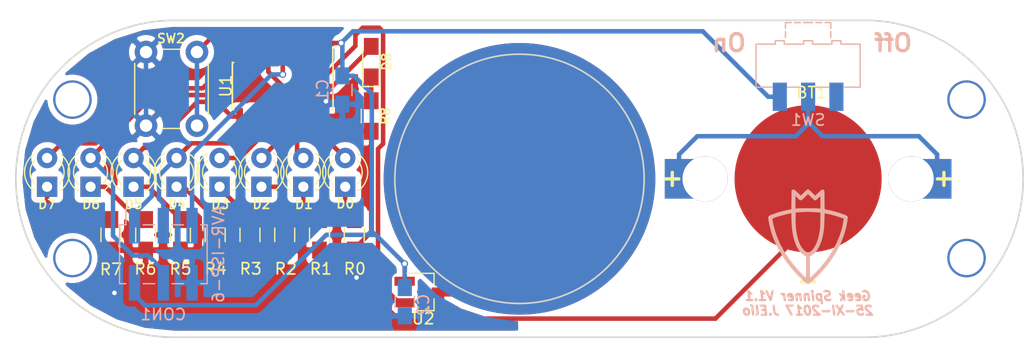
<source format=kicad_pcb>
(kicad_pcb (version 4) (host pcbnew 4.0.6+dfsg1-1)

  (general
    (links 52)
    (no_connects 4)
    (area 99.924999 99.924999 189.075001 128.075001)
    (thickness 1.6)
    (drawings 9)
    (tracks 190)
    (zones 0)
    (modules 32)
    (nets 26)
  )

  (page A4)
  (layers
    (0 F.Cu signal)
    (31 B.Cu signal)
    (32 B.Adhes user)
    (33 F.Adhes user)
    (34 B.Paste user)
    (35 F.Paste user)
    (36 B.SilkS user)
    (37 F.SilkS user)
    (38 B.Mask user)
    (39 F.Mask user)
    (40 Dwgs.User user)
    (41 Cmts.User user)
    (42 Eco1.User user)
    (43 Eco2.User user)
    (44 Edge.Cuts user)
    (45 Margin user)
    (46 B.CrtYd user)
    (47 F.CrtYd user)
    (48 B.Fab user)
    (49 F.Fab user)
  )

  (setup
    (last_trace_width 0.25)
    (trace_clearance 0.2)
    (zone_clearance 0.508)
    (zone_45_only no)
    (trace_min 0.25)
    (segment_width 0.2)
    (edge_width 0.15)
    (via_size 0.6)
    (via_drill 0.4)
    (via_min_size 0.4)
    (via_min_drill 0.3)
    (uvia_size 0.3)
    (uvia_drill 0.1)
    (uvias_allowed no)
    (uvia_min_size 0)
    (uvia_min_drill 0)
    (pcb_text_width 0.3)
    (pcb_text_size 1.5 1.5)
    (mod_edge_width 0.15)
    (mod_text_size 1 1)
    (mod_text_width 0.15)
    (pad_size 18 18)
    (pad_drill 0)
    (pad_to_mask_clearance 0)
    (aux_axis_origin 0 0)
    (visible_elements FFFFFF7F)
    (pcbplotparams
      (layerselection 0x010f0_80000001)
      (usegerberextensions false)
      (excludeedgelayer true)
      (linewidth 0.100000)
      (plotframeref false)
      (viasonmask false)
      (mode 1)
      (useauxorigin false)
      (hpglpennumber 1)
      (hpglpenspeed 20)
      (hpglpendiameter 15)
      (hpglpenoverlay 2)
      (psnegative false)
      (psa4output false)
      (plotreference true)
      (plotvalue true)
      (plotinvisibletext false)
      (padsonsilk false)
      (subtractmaskfromsilk false)
      (outputformat 1)
      (mirror false)
      (drillshape 0)
      (scaleselection 1)
      (outputdirectory Gerbers/))
  )

  (net 0 "")
  (net 1 "Net-(BT1-Pad1)")
  (net 2 GND)
  (net 3 VCC)
  (net 4 /LED2)
  (net 5 /LED3)
  (net 6 /LED1)
  (net 7 /RESET)
  (net 8 "Net-(D0-Pad1)")
  (net 9 /LED0)
  (net 10 "Net-(D1-Pad1)")
  (net 11 "Net-(D2-Pad1)")
  (net 12 "Net-(D3-Pad1)")
  (net 13 "Net-(D4-Pad1)")
  (net 14 /LED4)
  (net 15 "Net-(D5-Pad1)")
  (net 16 /LED5)
  (net 17 "Net-(D6-Pad1)")
  (net 18 /LED6)
  (net 19 "Net-(D7-Pad1)")
  (net 20 /LED7)
  (net 21 "Net-(D8-Pad1)")
  (net 22 /LED_ON)
  (net 23 /BUTTON)
  (net 24 /HALL)
  (net 25 "Net-(SW1-Pad3)")

  (net_class Default "Esta es la clase de red por defecto."
    (clearance 0.2)
    (trace_width 0.25)
    (via_dia 0.6)
    (via_drill 0.4)
    (uvia_dia 0.3)
    (uvia_drill 0.1)
    (add_net "Net-(SW1-Pad3)")
  )

  (net_class Potencia ""
    (clearance 0.2)
    (trace_width 0.4)
    (via_dia 0.6)
    (via_drill 0.4)
    (uvia_dia 0.3)
    (uvia_drill 0.1)
    (add_net /BUTTON)
    (add_net /HALL)
    (add_net /LED0)
    (add_net /LED1)
    (add_net /LED2)
    (add_net /LED3)
    (add_net /LED4)
    (add_net /LED5)
    (add_net /LED6)
    (add_net /LED7)
    (add_net /LED_ON)
    (add_net /RESET)
    (add_net GND)
    (add_net "Net-(BT1-Pad1)")
    (add_net "Net-(D0-Pad1)")
    (add_net "Net-(D1-Pad1)")
    (add_net "Net-(D2-Pad1)")
    (add_net "Net-(D3-Pad1)")
    (add_net "Net-(D4-Pad1)")
    (add_net "Net-(D5-Pad1)")
    (add_net "Net-(D6-Pad1)")
    (add_net "Net-(D7-Pad1)")
    (add_net "Net-(D8-Pad1)")
    (add_net VCC)
  )

  (net_class Señal ""
    (clearance 0.2)
    (trace_width 0.4)
    (via_dia 0.6)
    (via_drill 0.4)
    (uvia_dia 0.3)
    (uvia_drill 0.1)
  )

  (module Pin_Headers:Pin_Header_Straight_2x03_Pitch2.54mm_SMD (layer B.Cu) (tedit 59E645F2) (tstamp 59DE64E3)
    (at 113.03 120.665 270)
    (descr "surface-mounted straight pin header, 2x03, 2.54mm pitch, double rows")
    (tags "Surface mounted pin header SMD 2x03 2.54mm double row")
    (path /59D40B4D)
    (attr smd)
    (fp_text reference CON1 (at 5.319 0 360) (layer B.SilkS)
      (effects (font (size 1 1) (thickness 0.15)) (justify mirror))
    )
    (fp_text value AVR-ISP-6 (at 0 -4.87 270) (layer B.SilkS)
      (effects (font (size 1 1) (thickness 0.15)) (justify mirror))
    )
    (fp_line (start 2.54 -3.81) (end -2.54 -3.81) (layer B.Fab) (width 0.1))
    (fp_line (start -1.59 3.81) (end 2.54 3.81) (layer B.Fab) (width 0.1))
    (fp_line (start -2.54 -3.81) (end -2.54 2.86) (layer B.Fab) (width 0.1))
    (fp_line (start -2.54 2.86) (end -1.59 3.81) (layer B.Fab) (width 0.1))
    (fp_line (start 2.54 3.81) (end 2.54 -3.81) (layer B.Fab) (width 0.1))
    (fp_line (start -2.54 2.86) (end -3.6 2.86) (layer B.Fab) (width 0.1))
    (fp_line (start -3.6 2.86) (end -3.6 2.22) (layer B.Fab) (width 0.1))
    (fp_line (start -3.6 2.22) (end -2.54 2.22) (layer B.Fab) (width 0.1))
    (fp_line (start 2.54 2.86) (end 3.6 2.86) (layer B.Fab) (width 0.1))
    (fp_line (start 3.6 2.86) (end 3.6 2.22) (layer B.Fab) (width 0.1))
    (fp_line (start 3.6 2.22) (end 2.54 2.22) (layer B.Fab) (width 0.1))
    (fp_line (start -2.54 0.32) (end -3.6 0.32) (layer B.Fab) (width 0.1))
    (fp_line (start -3.6 0.32) (end -3.6 -0.32) (layer B.Fab) (width 0.1))
    (fp_line (start -3.6 -0.32) (end -2.54 -0.32) (layer B.Fab) (width 0.1))
    (fp_line (start 2.54 0.32) (end 3.6 0.32) (layer B.Fab) (width 0.1))
    (fp_line (start 3.6 0.32) (end 3.6 -0.32) (layer B.Fab) (width 0.1))
    (fp_line (start 3.6 -0.32) (end 2.54 -0.32) (layer B.Fab) (width 0.1))
    (fp_line (start -2.54 -2.22) (end -3.6 -2.22) (layer B.Fab) (width 0.1))
    (fp_line (start -3.6 -2.22) (end -3.6 -2.86) (layer B.Fab) (width 0.1))
    (fp_line (start -3.6 -2.86) (end -2.54 -2.86) (layer B.Fab) (width 0.1))
    (fp_line (start 2.54 -2.22) (end 3.6 -2.22) (layer B.Fab) (width 0.1))
    (fp_line (start 3.6 -2.22) (end 3.6 -2.86) (layer B.Fab) (width 0.1))
    (fp_line (start 3.6 -2.86) (end 2.54 -2.86) (layer B.Fab) (width 0.1))
    (fp_line (start -2.6 3.87) (end 2.6 3.87) (layer B.SilkS) (width 0.12))
    (fp_line (start -2.6 -3.87) (end 2.6 -3.87) (layer B.SilkS) (width 0.12))
    (fp_line (start -4.04 3.3) (end -2.6 3.3) (layer B.SilkS) (width 0.12))
    (fp_line (start -2.6 3.87) (end -2.6 3.3) (layer B.SilkS) (width 0.12))
    (fp_line (start 2.6 3.87) (end 2.6 3.3) (layer B.SilkS) (width 0.12))
    (fp_line (start -2.6 -3.3) (end -2.6 -3.87) (layer B.SilkS) (width 0.12))
    (fp_line (start 2.6 -3.3) (end 2.6 -3.87) (layer B.SilkS) (width 0.12))
    (fp_line (start -2.6 1.78) (end -2.6 0.76) (layer B.SilkS) (width 0.12))
    (fp_line (start 2.6 1.78) (end 2.6 0.76) (layer B.SilkS) (width 0.12))
    (fp_line (start -2.6 -0.76) (end -2.6 -1.78) (layer B.SilkS) (width 0.12))
    (fp_line (start 2.6 -0.76) (end 2.6 -1.78) (layer B.SilkS) (width 0.12))
    (fp_line (start -5.9 4.35) (end -5.9 -4.35) (layer B.CrtYd) (width 0.05))
    (fp_line (start -5.9 -4.35) (end 5.9 -4.35) (layer B.CrtYd) (width 0.05))
    (fp_line (start 5.9 -4.35) (end 5.9 4.35) (layer B.CrtYd) (width 0.05))
    (fp_line (start 5.9 4.35) (end -5.9 4.35) (layer B.CrtYd) (width 0.05))
    (fp_text user %R (at 0 0 540) (layer B.Fab)
      (effects (font (size 1 1) (thickness 0.15)) (justify mirror))
    )
    (pad 1 smd rect (at -2.525 2.54 270) (size 3.15 1) (layers B.Cu B.Paste B.Mask)
      (net 16 /LED5))
    (pad 2 smd rect (at 2.525 2.54 270) (size 3.15 1) (layers B.Cu B.Paste B.Mask)
      (net 3 VCC))
    (pad 3 smd rect (at -2.525 0 270) (size 3.15 1) (layers B.Cu B.Paste B.Mask)
      (net 14 /LED4))
    (pad 4 smd rect (at 2.525 0 270) (size 3.15 1) (layers B.Cu B.Paste B.Mask)
      (net 18 /LED6))
    (pad 5 smd rect (at -2.525 -2.54 270) (size 3.15 1) (layers B.Cu B.Paste B.Mask)
      (net 7 /RESET))
    (pad 6 smd rect (at 2.525 -2.54 270) (size 3.15 1) (layers B.Cu B.Paste B.Mask)
      (net 2 GND))
    (model ${KISYS3DMOD}/Pin_Headers.3dshapes/Pin_Header_Straight_2x03_Pitch2.54mm_SMD.wrl
      (at (xyz 0 0 0))
      (scale (xyz 1 1 1))
      (rotate (xyz 0 0 0))
    )
  )

  (module Bearing_22mm (layer F.Cu) (tedit 59E6426C) (tstamp 59E3CA77)
    (at 144.5 114)
    (fp_text reference REF** (at 0 0.5) (layer F.SilkS) hide
      (effects (font (size 1 1) (thickness 0.15)))
    )
    (fp_text value Bearing_22mm (at 0 -0.5) (layer F.Fab)
      (effects (font (size 1 1) (thickness 0.15)))
    )
    (pad 1 smd circle (at 0 0) (size 24 24) (layers F.Cu F.Paste F.Mask)
      (net 2 GND))
    (pad 2 smd circle (at 0 0) (size 24 24) (layers B.Cu B.Paste B.Mask)
      (net 2 GND))
  )

  (module Mounting_Holes:MountingHole_3.2mm_M3 (layer F.Cu) (tedit 59E6422F) (tstamp 59DD545D)
    (at 184 107)
    (descr "Mounting Hole 3.2mm, no annular, M3")
    (tags "mounting hole 3.2mm no annular m3")
    (attr virtual)
    (fp_text reference REF** (at 0 -4.2) (layer F.SilkS) hide
      (effects (font (size 1 1) (thickness 0.15)))
    )
    (fp_text value MountingHole_3.2mm_M3 (at 0 4.2) (layer F.Fab) hide
      (effects (font (size 1 1) (thickness 0.15)))
    )
    (fp_text user %R (at 0.3 0) (layer F.Fab)
      (effects (font (size 1 1) (thickness 0.15)))
    )
    (fp_circle (center 0 0) (end 3.2 0) (layer Cmts.User) (width 0.15))
    (fp_circle (center 0 0) (end 3.45 0) (layer F.CrtYd) (width 0.05))
    (pad "" np_thru_hole circle (at 0 0) (size 3.4 3.4) (drill 3) (layers *.Cu *.Mask))
  )

  (module Mounting_Holes:MountingHole_3.2mm_M3 (layer F.Cu) (tedit 59E64223) (tstamp 59DD5456)
    (at 105 107)
    (descr "Mounting Hole 3.2mm, no annular, M3")
    (tags "mounting hole 3.2mm no annular m3")
    (attr virtual)
    (fp_text reference REF** (at 0 -4.2) (layer F.SilkS) hide
      (effects (font (size 1 1) (thickness 0.15)))
    )
    (fp_text value MountingHole_3.2mm_M3 (at 0 4.2) (layer F.Fab) hide
      (effects (font (size 1 1) (thickness 0.15)))
    )
    (fp_text user %R (at 0.3 0) (layer F.Fab)
      (effects (font (size 1 1) (thickness 0.15)))
    )
    (fp_circle (center 0 0) (end 3.2 0) (layer Cmts.User) (width 0.15))
    (fp_circle (center 0 0) (end 3.45 0) (layer F.CrtYd) (width 0.05))
    (pad "" np_thru_hole circle (at 0 0) (size 3.4 3.4) (drill 3) (layers *.Cu *.Mask))
  )

  (module Mounting_Holes:MountingHole_3.2mm_M3 (layer F.Cu) (tedit 59E64235) (tstamp 59DD544E)
    (at 184 121)
    (descr "Mounting Hole 3.2mm, no annular, M3")
    (tags "mounting hole 3.2mm no annular m3")
    (attr virtual)
    (fp_text reference REF** (at 0 -4.2) (layer F.SilkS) hide
      (effects (font (size 1 1) (thickness 0.15)))
    )
    (fp_text value MountingHole_3.2mm_M3 (at 0 4.2) (layer F.Fab) hide
      (effects (font (size 1 1) (thickness 0.15)))
    )
    (fp_text user %R (at 0.3 0) (layer F.Fab)
      (effects (font (size 1 1) (thickness 0.15)))
    )
    (fp_circle (center 0 0) (end 3.2 0) (layer Cmts.User) (width 0.15))
    (fp_circle (center 0 0) (end 3.45 0) (layer F.CrtYd) (width 0.05))
    (pad "" np_thru_hole circle (at 0 0) (size 3.4 3.4) (drill 3) (layers *.Cu *.Mask))
  )

  (module Capacitors_SMD:C_0805_HandSoldering (layer B.Cu) (tedit 58AA84A8) (tstamp 59D8B925)
    (at 128.85 106.15 270)
    (descr "Capacitor SMD 0805, hand soldering")
    (tags "capacitor 0805")
    (path /59D401D4)
    (attr smd)
    (fp_text reference C1 (at 0 1.75 270) (layer B.SilkS)
      (effects (font (size 1 1) (thickness 0.15)) (justify mirror))
    )
    (fp_text value 0,1uF (at 0 -1.75 270) (layer B.Fab)
      (effects (font (size 1 1) (thickness 0.15)) (justify mirror))
    )
    (fp_text user %R (at 0 1.75 270) (layer B.Fab)
      (effects (font (size 1 1) (thickness 0.15)) (justify mirror))
    )
    (fp_line (start -1 -0.62) (end -1 0.62) (layer B.Fab) (width 0.1))
    (fp_line (start 1 -0.62) (end -1 -0.62) (layer B.Fab) (width 0.1))
    (fp_line (start 1 0.62) (end 1 -0.62) (layer B.Fab) (width 0.1))
    (fp_line (start -1 0.62) (end 1 0.62) (layer B.Fab) (width 0.1))
    (fp_line (start 0.5 0.85) (end -0.5 0.85) (layer B.SilkS) (width 0.12))
    (fp_line (start -0.5 -0.85) (end 0.5 -0.85) (layer B.SilkS) (width 0.12))
    (fp_line (start -2.25 0.88) (end 2.25 0.88) (layer B.CrtYd) (width 0.05))
    (fp_line (start -2.25 0.88) (end -2.25 -0.87) (layer B.CrtYd) (width 0.05))
    (fp_line (start 2.25 -0.87) (end 2.25 0.88) (layer B.CrtYd) (width 0.05))
    (fp_line (start 2.25 -0.87) (end -2.25 -0.87) (layer B.CrtYd) (width 0.05))
    (pad 1 smd rect (at -1.25 0 270) (size 1.5 1.25) (layers B.Cu B.Paste B.Mask)
      (net 3 VCC))
    (pad 2 smd rect (at 1.25 0 270) (size 1.5 1.25) (layers B.Cu B.Paste B.Mask)
      (net 2 GND))
    (model Capacitors_SMD.3dshapes/C_0805.wrl
      (at (xyz 0 0 0))
      (scale (xyz 1 1 1))
      (rotate (xyz 0 0 0))
    )
  )

  (module LEDs:LED_D3.0mm (layer F.Cu) (tedit 59E644CD) (tstamp 59D8B935)
    (at 129.1 114.7 90)
    (descr "LED, diameter 3.0mm, 2 pins")
    (tags "LED diameter 3.0mm 2 pins")
    (path /59D3FB47)
    (fp_text reference D0 (at -1.5 0 180) (layer F.SilkS)
      (effects (font (size 0.8 0.8) (thickness 0.15)))
    )
    (fp_text value LED (at 1.27 2.96 90) (layer F.Fab)
      (effects (font (size 1 1) (thickness 0.15)))
    )
    (fp_arc (start 1.27 0) (end -0.23 -1.16619) (angle 284.3) (layer F.Fab) (width 0.1))
    (fp_arc (start 1.27 0) (end -0.29 -1.235516) (angle 108.8) (layer F.SilkS) (width 0.12))
    (fp_arc (start 1.27 0) (end -0.29 1.235516) (angle -108.8) (layer F.SilkS) (width 0.12))
    (fp_arc (start 1.27 0) (end 0.229039 -1.08) (angle 87.9) (layer F.SilkS) (width 0.12))
    (fp_arc (start 1.27 0) (end 0.229039 1.08) (angle -87.9) (layer F.SilkS) (width 0.12))
    (fp_circle (center 1.27 0) (end 2.77 0) (layer F.Fab) (width 0.1))
    (fp_line (start -0.23 -1.16619) (end -0.23 1.16619) (layer F.Fab) (width 0.1))
    (fp_line (start -0.29 -1.236) (end -0.29 -1.08) (layer F.SilkS) (width 0.12))
    (fp_line (start -0.29 1.08) (end -0.29 1.236) (layer F.SilkS) (width 0.12))
    (fp_line (start -1.15 -2.25) (end -1.15 2.25) (layer F.CrtYd) (width 0.05))
    (fp_line (start -1.15 2.25) (end 3.7 2.25) (layer F.CrtYd) (width 0.05))
    (fp_line (start 3.7 2.25) (end 3.7 -2.25) (layer F.CrtYd) (width 0.05))
    (fp_line (start 3.7 -2.25) (end -1.15 -2.25) (layer F.CrtYd) (width 0.05))
    (pad 1 thru_hole rect (at 0 0 90) (size 1.8 1.8) (drill 0.9) (layers *.Cu *.Mask)
      (net 8 "Net-(D0-Pad1)"))
    (pad 2 thru_hole circle (at 2.54 0 90) (size 1.8 1.8) (drill 0.9) (layers *.Cu *.Mask)
      (net 9 /LED0))
    (model ${KISYS3DMOD}/LEDs.3dshapes/LED_D3.0mm.wrl
      (at (xyz 0 0 0))
      (scale (xyz 0.393701 0.393701 0.393701))
      (rotate (xyz 0 0 0))
    )
  )

  (module LEDs:LED_D3.0mm (layer F.Cu) (tedit 59E644B4) (tstamp 59D8B93B)
    (at 125.4 114.7 90)
    (descr "LED, diameter 3.0mm, 2 pins")
    (tags "LED diameter 3.0mm 2 pins")
    (path /59D3FB12)
    (fp_text reference D1 (at -1.55 0.05 180) (layer F.SilkS)
      (effects (font (size 0.8 0.8) (thickness 0.15)))
    )
    (fp_text value LED (at 1.27 2.96 90) (layer F.Fab)
      (effects (font (size 1 1) (thickness 0.15)))
    )
    (fp_arc (start 1.27 0) (end -0.23 -1.16619) (angle 284.3) (layer F.Fab) (width 0.1))
    (fp_arc (start 1.27 0) (end -0.29 -1.235516) (angle 108.8) (layer F.SilkS) (width 0.12))
    (fp_arc (start 1.27 0) (end -0.29 1.235516) (angle -108.8) (layer F.SilkS) (width 0.12))
    (fp_arc (start 1.27 0) (end 0.229039 -1.08) (angle 87.9) (layer F.SilkS) (width 0.12))
    (fp_arc (start 1.27 0) (end 0.229039 1.08) (angle -87.9) (layer F.SilkS) (width 0.12))
    (fp_circle (center 1.27 0) (end 2.77 0) (layer F.Fab) (width 0.1))
    (fp_line (start -0.23 -1.16619) (end -0.23 1.16619) (layer F.Fab) (width 0.1))
    (fp_line (start -0.29 -1.236) (end -0.29 -1.08) (layer F.SilkS) (width 0.12))
    (fp_line (start -0.29 1.08) (end -0.29 1.236) (layer F.SilkS) (width 0.12))
    (fp_line (start -1.15 -2.25) (end -1.15 2.25) (layer F.CrtYd) (width 0.05))
    (fp_line (start -1.15 2.25) (end 3.7 2.25) (layer F.CrtYd) (width 0.05))
    (fp_line (start 3.7 2.25) (end 3.7 -2.25) (layer F.CrtYd) (width 0.05))
    (fp_line (start 3.7 -2.25) (end -1.15 -2.25) (layer F.CrtYd) (width 0.05))
    (pad 1 thru_hole rect (at 0 0 90) (size 1.8 1.8) (drill 0.9) (layers *.Cu *.Mask)
      (net 10 "Net-(D1-Pad1)"))
    (pad 2 thru_hole circle (at 2.54 0 90) (size 1.8 1.8) (drill 0.9) (layers *.Cu *.Mask)
      (net 6 /LED1))
    (model ${KISYS3DMOD}/LEDs.3dshapes/LED_D3.0mm.wrl
      (at (xyz 0 0 0))
      (scale (xyz 0.393701 0.393701 0.393701))
      (rotate (xyz 0 0 0))
    )
  )

  (module LEDs:LED_D3.0mm (layer F.Cu) (tedit 59E644A0) (tstamp 59D8B941)
    (at 121.7 114.7 90)
    (descr "LED, diameter 3.0mm, 2 pins")
    (tags "LED diameter 3.0mm 2 pins")
    (path /59D3FAD6)
    (fp_text reference D2 (at -1.55 0 180) (layer F.SilkS)
      (effects (font (size 0.8 0.8) (thickness 0.15)))
    )
    (fp_text value LED (at 1.27 2.96 90) (layer F.Fab)
      (effects (font (size 1 1) (thickness 0.15)))
    )
    (fp_arc (start 1.27 0) (end -0.23 -1.16619) (angle 284.3) (layer F.Fab) (width 0.1))
    (fp_arc (start 1.27 0) (end -0.29 -1.235516) (angle 108.8) (layer F.SilkS) (width 0.12))
    (fp_arc (start 1.27 0) (end -0.29 1.235516) (angle -108.8) (layer F.SilkS) (width 0.12))
    (fp_arc (start 1.27 0) (end 0.229039 -1.08) (angle 87.9) (layer F.SilkS) (width 0.12))
    (fp_arc (start 1.27 0) (end 0.229039 1.08) (angle -87.9) (layer F.SilkS) (width 0.12))
    (fp_circle (center 1.27 0) (end 2.77 0) (layer F.Fab) (width 0.1))
    (fp_line (start -0.23 -1.16619) (end -0.23 1.16619) (layer F.Fab) (width 0.1))
    (fp_line (start -0.29 -1.236) (end -0.29 -1.08) (layer F.SilkS) (width 0.12))
    (fp_line (start -0.29 1.08) (end -0.29 1.236) (layer F.SilkS) (width 0.12))
    (fp_line (start -1.15 -2.25) (end -1.15 2.25) (layer F.CrtYd) (width 0.05))
    (fp_line (start -1.15 2.25) (end 3.7 2.25) (layer F.CrtYd) (width 0.05))
    (fp_line (start 3.7 2.25) (end 3.7 -2.25) (layer F.CrtYd) (width 0.05))
    (fp_line (start 3.7 -2.25) (end -1.15 -2.25) (layer F.CrtYd) (width 0.05))
    (pad 1 thru_hole rect (at 0 0 90) (size 1.8 1.8) (drill 0.9) (layers *.Cu *.Mask)
      (net 11 "Net-(D2-Pad1)"))
    (pad 2 thru_hole circle (at 2.54 0 90) (size 1.8 1.8) (drill 0.9) (layers *.Cu *.Mask)
      (net 4 /LED2))
    (model ${KISYS3DMOD}/LEDs.3dshapes/LED_D3.0mm.wrl
      (at (xyz 0 0 0))
      (scale (xyz 0.393701 0.393701 0.393701))
      (rotate (xyz 0 0 0))
    )
  )

  (module LEDs:LED_D3.0mm (layer F.Cu) (tedit 59E644A3) (tstamp 59D8B947)
    (at 118 114.7 90)
    (descr "LED, diameter 3.0mm, 2 pins")
    (tags "LED diameter 3.0mm 2 pins")
    (path /59D3F825)
    (fp_text reference D3 (at -1.55 0.05 180) (layer F.SilkS)
      (effects (font (size 0.8 0.8) (thickness 0.15)))
    )
    (fp_text value LED (at 1.27 2.96 90) (layer F.Fab)
      (effects (font (size 1 1) (thickness 0.15)))
    )
    (fp_arc (start 1.27 0) (end -0.23 -1.16619) (angle 284.3) (layer F.Fab) (width 0.1))
    (fp_arc (start 1.27 0) (end -0.29 -1.235516) (angle 108.8) (layer F.SilkS) (width 0.12))
    (fp_arc (start 1.27 0) (end -0.29 1.235516) (angle -108.8) (layer F.SilkS) (width 0.12))
    (fp_arc (start 1.27 0) (end 0.229039 -1.08) (angle 87.9) (layer F.SilkS) (width 0.12))
    (fp_arc (start 1.27 0) (end 0.229039 1.08) (angle -87.9) (layer F.SilkS) (width 0.12))
    (fp_circle (center 1.27 0) (end 2.77 0) (layer F.Fab) (width 0.1))
    (fp_line (start -0.23 -1.16619) (end -0.23 1.16619) (layer F.Fab) (width 0.1))
    (fp_line (start -0.29 -1.236) (end -0.29 -1.08) (layer F.SilkS) (width 0.12))
    (fp_line (start -0.29 1.08) (end -0.29 1.236) (layer F.SilkS) (width 0.12))
    (fp_line (start -1.15 -2.25) (end -1.15 2.25) (layer F.CrtYd) (width 0.05))
    (fp_line (start -1.15 2.25) (end 3.7 2.25) (layer F.CrtYd) (width 0.05))
    (fp_line (start 3.7 2.25) (end 3.7 -2.25) (layer F.CrtYd) (width 0.05))
    (fp_line (start 3.7 -2.25) (end -1.15 -2.25) (layer F.CrtYd) (width 0.05))
    (pad 1 thru_hole rect (at 0 0 90) (size 1.8 1.8) (drill 0.9) (layers *.Cu *.Mask)
      (net 12 "Net-(D3-Pad1)"))
    (pad 2 thru_hole circle (at 2.54 0 90) (size 1.8 1.8) (drill 0.9) (layers *.Cu *.Mask)
      (net 5 /LED3))
    (model ${KISYS3DMOD}/LEDs.3dshapes/LED_D3.0mm.wrl
      (at (xyz 0 0 0))
      (scale (xyz 0.393701 0.393701 0.393701))
      (rotate (xyz 0 0 0))
    )
  )

  (module LEDs:LED_D3.0mm (layer F.Cu) (tedit 59E6444C) (tstamp 59D8B94D)
    (at 114.2 114.7 90)
    (descr "LED, diameter 3.0mm, 2 pins")
    (tags "LED diameter 3.0mm 2 pins")
    (path /59D3F7F6)
    (fp_text reference D4 (at -1.55 0.05 180) (layer F.SilkS)
      (effects (font (size 0.8 0.8) (thickness 0.15)))
    )
    (fp_text value LED (at 1.27 2.96 90) (layer F.Fab)
      (effects (font (size 1 1) (thickness 0.15)))
    )
    (fp_arc (start 1.27 0) (end -0.23 -1.16619) (angle 284.3) (layer F.Fab) (width 0.1))
    (fp_arc (start 1.27 0) (end -0.29 -1.235516) (angle 108.8) (layer F.SilkS) (width 0.12))
    (fp_arc (start 1.27 0) (end -0.29 1.235516) (angle -108.8) (layer F.SilkS) (width 0.12))
    (fp_arc (start 1.27 0) (end 0.229039 -1.08) (angle 87.9) (layer F.SilkS) (width 0.12))
    (fp_arc (start 1.27 0) (end 0.229039 1.08) (angle -87.9) (layer F.SilkS) (width 0.12))
    (fp_circle (center 1.27 0) (end 2.77 0) (layer F.Fab) (width 0.1))
    (fp_line (start -0.23 -1.16619) (end -0.23 1.16619) (layer F.Fab) (width 0.1))
    (fp_line (start -0.29 -1.236) (end -0.29 -1.08) (layer F.SilkS) (width 0.12))
    (fp_line (start -0.29 1.08) (end -0.29 1.236) (layer F.SilkS) (width 0.12))
    (fp_line (start -1.15 -2.25) (end -1.15 2.25) (layer F.CrtYd) (width 0.05))
    (fp_line (start -1.15 2.25) (end 3.7 2.25) (layer F.CrtYd) (width 0.05))
    (fp_line (start 3.7 2.25) (end 3.7 -2.25) (layer F.CrtYd) (width 0.05))
    (fp_line (start 3.7 -2.25) (end -1.15 -2.25) (layer F.CrtYd) (width 0.05))
    (pad 1 thru_hole rect (at 0 0 90) (size 1.8 1.8) (drill 0.9) (layers *.Cu *.Mask)
      (net 13 "Net-(D4-Pad1)"))
    (pad 2 thru_hole circle (at 2.54 0 90) (size 1.8 1.8) (drill 0.9) (layers *.Cu *.Mask)
      (net 14 /LED4))
    (model ${KISYS3DMOD}/LEDs.3dshapes/LED_D3.0mm.wrl
      (at (xyz 0 0 0))
      (scale (xyz 0.393701 0.393701 0.393701))
      (rotate (xyz 0 0 0))
    )
  )

  (module LEDs:LED_D3.0mm (layer F.Cu) (tedit 59E6438A) (tstamp 59D8B953)
    (at 110.4 114.7 90)
    (descr "LED, diameter 3.0mm, 2 pins")
    (tags "LED diameter 3.0mm 2 pins")
    (path /59D3F6C3)
    (fp_text reference D5 (at -1.55 0 180) (layer F.SilkS)
      (effects (font (size 0.8 0.8) (thickness 0.15)))
    )
    (fp_text value LED (at 1.27 2.96 90) (layer F.Fab)
      (effects (font (size 1 1) (thickness 0.15)))
    )
    (fp_arc (start 1.27 0) (end -0.23 -1.16619) (angle 284.3) (layer F.Fab) (width 0.1))
    (fp_arc (start 1.27 0) (end -0.29 -1.235516) (angle 108.8) (layer F.SilkS) (width 0.12))
    (fp_arc (start 1.27 0) (end -0.29 1.235516) (angle -108.8) (layer F.SilkS) (width 0.12))
    (fp_arc (start 1.27 0) (end 0.229039 -1.08) (angle 87.9) (layer F.SilkS) (width 0.12))
    (fp_arc (start 1.27 0) (end 0.229039 1.08) (angle -87.9) (layer F.SilkS) (width 0.12))
    (fp_circle (center 1.27 0) (end 2.77 0) (layer F.Fab) (width 0.1))
    (fp_line (start -0.23 -1.16619) (end -0.23 1.16619) (layer F.Fab) (width 0.1))
    (fp_line (start -0.29 -1.236) (end -0.29 -1.08) (layer F.SilkS) (width 0.12))
    (fp_line (start -0.29 1.08) (end -0.29 1.236) (layer F.SilkS) (width 0.12))
    (fp_line (start -1.15 -2.25) (end -1.15 2.25) (layer F.CrtYd) (width 0.05))
    (fp_line (start -1.15 2.25) (end 3.7 2.25) (layer F.CrtYd) (width 0.05))
    (fp_line (start 3.7 2.25) (end 3.7 -2.25) (layer F.CrtYd) (width 0.05))
    (fp_line (start 3.7 -2.25) (end -1.15 -2.25) (layer F.CrtYd) (width 0.05))
    (pad 1 thru_hole rect (at 0 0 90) (size 1.8 1.8) (drill 0.9) (layers *.Cu *.Mask)
      (net 15 "Net-(D5-Pad1)"))
    (pad 2 thru_hole circle (at 2.54 0 90) (size 1.8 1.8) (drill 0.9) (layers *.Cu *.Mask)
      (net 16 /LED5))
    (model ${KISYS3DMOD}/LEDs.3dshapes/LED_D3.0mm.wrl
      (at (xyz 0 0 0))
      (scale (xyz 0.393701 0.393701 0.393701))
      (rotate (xyz 0 0 0))
    )
  )

  (module LEDs:LED_D3.0mm (layer F.Cu) (tedit 59E6436C) (tstamp 59D8B959)
    (at 106.6 114.7 90)
    (descr "LED, diameter 3.0mm, 2 pins")
    (tags "LED diameter 3.0mm 2 pins")
    (path /59D3F846)
    (fp_text reference D6 (at -1.55 0.05 360) (layer F.SilkS)
      (effects (font (size 0.8 0.8) (thickness 0.15)))
    )
    (fp_text value LED (at 1.27 2.16 90) (layer F.Fab)
      (effects (font (size 1 1) (thickness 0.15)))
    )
    (fp_arc (start 1.27 0) (end -0.23 -1.16619) (angle 284.3) (layer F.Fab) (width 0.1))
    (fp_arc (start 1.27 0) (end -0.29 -1.235516) (angle 108.8) (layer F.SilkS) (width 0.12))
    (fp_arc (start 1.27 0) (end -0.29 1.235516) (angle -108.8) (layer F.SilkS) (width 0.12))
    (fp_arc (start 1.27 0) (end 0.229039 -1.08) (angle 87.9) (layer F.SilkS) (width 0.12))
    (fp_arc (start 1.27 0) (end 0.229039 1.08) (angle -87.9) (layer F.SilkS) (width 0.12))
    (fp_circle (center 1.27 0) (end 2.77 0) (layer F.Fab) (width 0.1))
    (fp_line (start -0.23 -1.16619) (end -0.23 1.16619) (layer F.Fab) (width 0.1))
    (fp_line (start -0.29 -1.236) (end -0.29 -1.08) (layer F.SilkS) (width 0.12))
    (fp_line (start -0.29 1.08) (end -0.29 1.236) (layer F.SilkS) (width 0.12))
    (fp_line (start -1.15 -2.25) (end -1.15 2.25) (layer F.CrtYd) (width 0.05))
    (fp_line (start -1.15 2.25) (end 3.7 2.25) (layer F.CrtYd) (width 0.05))
    (fp_line (start 3.7 2.25) (end 3.7 -2.25) (layer F.CrtYd) (width 0.05))
    (fp_line (start 3.7 -2.25) (end -1.15 -2.25) (layer F.CrtYd) (width 0.05))
    (pad 1 thru_hole rect (at 0 0 90) (size 1.8 1.8) (drill 0.9) (layers *.Cu *.Mask)
      (net 17 "Net-(D6-Pad1)"))
    (pad 2 thru_hole circle (at 2.54 0 90) (size 1.8 1.8) (drill 0.9) (layers *.Cu *.Mask)
      (net 18 /LED6))
    (model ${KISYS3DMOD}/LEDs.3dshapes/LED_D3.0mm.wrl
      (at (xyz 0 0 0))
      (scale (xyz 0.393701 0.393701 0.393701))
      (rotate (xyz 0 0 0))
    )
  )

  (module LEDs:LED_D3.0mm (layer F.Cu) (tedit 59E64325) (tstamp 59D8B95F)
    (at 102.76 114.7 90)
    (descr "LED, diameter 3.0mm, 2 pins")
    (tags "LED diameter 3.0mm 2 pins")
    (path /59D3F89A)
    (fp_text reference D7 (at -1.55 -0.01 360) (layer F.SilkS)
      (effects (font (size 0.8 0.8) (thickness 0.15)))
    )
    (fp_text value LED (at 3.2 0.84 90) (layer F.Fab)
      (effects (font (size 1 1) (thickness 0.15)))
    )
    (fp_arc (start 1.27 0) (end -0.23 -1.16619) (angle 284.3) (layer F.Fab) (width 0.1))
    (fp_arc (start 1.27 0) (end -0.29 -1.235516) (angle 108.8) (layer F.SilkS) (width 0.12))
    (fp_arc (start 1.27 0) (end -0.29 1.235516) (angle -108.8) (layer F.SilkS) (width 0.12))
    (fp_arc (start 1.27 0) (end 0.229039 -1.08) (angle 87.9) (layer F.SilkS) (width 0.12))
    (fp_arc (start 1.27 0) (end 0.229039 1.08) (angle -87.9) (layer F.SilkS) (width 0.12))
    (fp_circle (center 1.27 0) (end 2.77 0) (layer F.Fab) (width 0.1))
    (fp_line (start -0.23 -1.16619) (end -0.23 1.16619) (layer F.Fab) (width 0.1))
    (fp_line (start -0.29 -1.236) (end -0.29 -1.08) (layer F.SilkS) (width 0.12))
    (fp_line (start -0.29 1.08) (end -0.29 1.236) (layer F.SilkS) (width 0.12))
    (fp_line (start -1.15 -2.25) (end -1.15 2.25) (layer F.CrtYd) (width 0.05))
    (fp_line (start -1.15 2.25) (end 3.7 2.25) (layer F.CrtYd) (width 0.05))
    (fp_line (start 3.7 2.25) (end 3.7 -2.25) (layer F.CrtYd) (width 0.05))
    (fp_line (start 3.7 -2.25) (end -1.15 -2.25) (layer F.CrtYd) (width 0.05))
    (pad 1 thru_hole rect (at 0 0 90) (size 1.8 1.8) (drill 0.9) (layers *.Cu *.Mask)
      (net 19 "Net-(D7-Pad1)"))
    (pad 2 thru_hole circle (at 2.54 0 90) (size 1.8 1.8) (drill 0.9) (layers *.Cu *.Mask)
      (net 20 /LED7))
    (model ${KISYS3DMOD}/LEDs.3dshapes/LED_D3.0mm.wrl
      (at (xyz 0 0 0))
      (scale (xyz 0.393701 0.393701 0.393701))
      (rotate (xyz 0 0 0))
    )
  )

  (module LEDs:LED_0805_HandSoldering (layer F.Cu) (tedit 59E64811) (tstamp 59D8B965)
    (at 131.4 103.65 90)
    (descr "Resistor SMD 0805, hand soldering")
    (tags "resistor 0805")
    (path /59D54E9E)
    (attr smd)
    (fp_text reference D8 (at 0 1.35 90) (layer F.SilkS)
      (effects (font (size 0.8 0.8) (thickness 0.15)))
    )
    (fp_text value LED (at 0 1.75 90) (layer F.Fab)
      (effects (font (size 1 1) (thickness 0.15)))
    )
    (fp_line (start -0.4 -0.4) (end -0.4 0.4) (layer F.Fab) (width 0.1))
    (fp_line (start -0.4 0) (end 0.2 -0.4) (layer F.Fab) (width 0.1))
    (fp_line (start 0.2 0.4) (end -0.4 0) (layer F.Fab) (width 0.1))
    (fp_line (start 0.2 -0.4) (end 0.2 0.4) (layer F.Fab) (width 0.1))
    (fp_line (start -1 0.62) (end -1 -0.62) (layer F.Fab) (width 0.1))
    (fp_line (start 1 0.62) (end -1 0.62) (layer F.Fab) (width 0.1))
    (fp_line (start 1 -0.62) (end 1 0.62) (layer F.Fab) (width 0.1))
    (fp_line (start -1 -0.62) (end 1 -0.62) (layer F.Fab) (width 0.1))
    (fp_line (start 1 0.75) (end -2.2 0.75) (layer F.SilkS) (width 0.12))
    (fp_line (start -2.2 -0.75) (end 1 -0.75) (layer F.SilkS) (width 0.12))
    (fp_line (start -2.35 -0.9) (end 2.35 -0.9) (layer F.CrtYd) (width 0.05))
    (fp_line (start -2.35 -0.9) (end -2.35 0.9) (layer F.CrtYd) (width 0.05))
    (fp_line (start 2.35 0.9) (end 2.35 -0.9) (layer F.CrtYd) (width 0.05))
    (fp_line (start 2.35 0.9) (end -2.35 0.9) (layer F.CrtYd) (width 0.05))
    (fp_line (start -2.2 -0.75) (end -2.2 0.75) (layer F.SilkS) (width 0.12))
    (pad 1 smd rect (at -1.35 0 90) (size 1.5 1.3) (layers F.Cu F.Paste F.Mask)
      (net 21 "Net-(D8-Pad1)"))
    (pad 2 smd rect (at 1.35 0 90) (size 1.5 1.3) (layers F.Cu F.Paste F.Mask)
      (net 22 /LED_ON))
    (model ${KISYS3DMOD}/LEDs.3dshapes/LED_0805.wrl
      (at (xyz 0 0 0))
      (scale (xyz 1 1 1))
      (rotate (xyz 0 0 0))
    )
  )

  (module Resistors_SMD:R_0805_HandSoldering (layer F.Cu) (tedit 58E0A804) (tstamp 59D8B96B)
    (at 129.899996 118.95 270)
    (descr "Resistor SMD 0805, hand soldering")
    (tags "resistor 0805")
    (path /59D3FD68)
    (attr smd)
    (fp_text reference R0 (at 3 -0.050004 360) (layer F.SilkS)
      (effects (font (size 1 1) (thickness 0.15)))
    )
    (fp_text value R (at 0 1.75 270) (layer F.Fab)
      (effects (font (size 1 1) (thickness 0.15)))
    )
    (fp_text user %R (at 0 0 270) (layer F.Fab)
      (effects (font (size 0.5 0.5) (thickness 0.075)))
    )
    (fp_line (start -1 0.62) (end -1 -0.62) (layer F.Fab) (width 0.1))
    (fp_line (start 1 0.62) (end -1 0.62) (layer F.Fab) (width 0.1))
    (fp_line (start 1 -0.62) (end 1 0.62) (layer F.Fab) (width 0.1))
    (fp_line (start -1 -0.62) (end 1 -0.62) (layer F.Fab) (width 0.1))
    (fp_line (start 0.6 0.88) (end -0.6 0.88) (layer F.SilkS) (width 0.12))
    (fp_line (start -0.6 -0.88) (end 0.6 -0.88) (layer F.SilkS) (width 0.12))
    (fp_line (start -2.35 -0.9) (end 2.35 -0.9) (layer F.CrtYd) (width 0.05))
    (fp_line (start -2.35 -0.9) (end -2.35 0.9) (layer F.CrtYd) (width 0.05))
    (fp_line (start 2.35 0.9) (end 2.35 -0.9) (layer F.CrtYd) (width 0.05))
    (fp_line (start 2.35 0.9) (end -2.35 0.9) (layer F.CrtYd) (width 0.05))
    (pad 1 smd rect (at -1.35 0 270) (size 1.5 1.3) (layers F.Cu F.Paste F.Mask)
      (net 8 "Net-(D0-Pad1)"))
    (pad 2 smd rect (at 1.35 0 270) (size 1.5 1.3) (layers F.Cu F.Paste F.Mask)
      (net 2 GND))
    (model ${KISYS3DMOD}/Resistors_SMD.3dshapes/R_0805.wrl
      (at (xyz 0 0 0))
      (scale (xyz 1 1 1))
      (rotate (xyz 0 0 0))
    )
  )

  (module Resistors_SMD:R_0805_HandSoldering (layer F.Cu) (tedit 58E0A804) (tstamp 59D8B971)
    (at 126.828568 118.95 270)
    (descr "Resistor SMD 0805, hand soldering")
    (tags "resistor 0805")
    (path /59D3FD19)
    (attr smd)
    (fp_text reference R1 (at 3 -0.121432 360) (layer F.SilkS)
      (effects (font (size 1 1) (thickness 0.15)))
    )
    (fp_text value R (at 0 1.75 270) (layer F.Fab)
      (effects (font (size 1 1) (thickness 0.15)))
    )
    (fp_text user %R (at 0 0 270) (layer F.Fab)
      (effects (font (size 0.5 0.5) (thickness 0.075)))
    )
    (fp_line (start -1 0.62) (end -1 -0.62) (layer F.Fab) (width 0.1))
    (fp_line (start 1 0.62) (end -1 0.62) (layer F.Fab) (width 0.1))
    (fp_line (start 1 -0.62) (end 1 0.62) (layer F.Fab) (width 0.1))
    (fp_line (start -1 -0.62) (end 1 -0.62) (layer F.Fab) (width 0.1))
    (fp_line (start 0.6 0.88) (end -0.6 0.88) (layer F.SilkS) (width 0.12))
    (fp_line (start -0.6 -0.88) (end 0.6 -0.88) (layer F.SilkS) (width 0.12))
    (fp_line (start -2.35 -0.9) (end 2.35 -0.9) (layer F.CrtYd) (width 0.05))
    (fp_line (start -2.35 -0.9) (end -2.35 0.9) (layer F.CrtYd) (width 0.05))
    (fp_line (start 2.35 0.9) (end 2.35 -0.9) (layer F.CrtYd) (width 0.05))
    (fp_line (start 2.35 0.9) (end -2.35 0.9) (layer F.CrtYd) (width 0.05))
    (pad 1 smd rect (at -1.35 0 270) (size 1.5 1.3) (layers F.Cu F.Paste F.Mask)
      (net 10 "Net-(D1-Pad1)"))
    (pad 2 smd rect (at 1.35 0 270) (size 1.5 1.3) (layers F.Cu F.Paste F.Mask)
      (net 2 GND))
    (model ${KISYS3DMOD}/Resistors_SMD.3dshapes/R_0805.wrl
      (at (xyz 0 0 0))
      (scale (xyz 1 1 1))
      (rotate (xyz 0 0 0))
    )
  )

  (module Resistors_SMD:R_0805_HandSoldering (layer F.Cu) (tedit 58E0A804) (tstamp 59D8B977)
    (at 123.75714 118.95 270)
    (descr "Resistor SMD 0805, hand soldering")
    (tags "resistor 0805")
    (path /59D3FCD7)
    (attr smd)
    (fp_text reference R2 (at 3 -0.09286 360) (layer F.SilkS)
      (effects (font (size 1 1) (thickness 0.15)))
    )
    (fp_text value R (at 0 1.75 270) (layer F.Fab)
      (effects (font (size 1 1) (thickness 0.15)))
    )
    (fp_text user %R (at 0 0 270) (layer F.Fab)
      (effects (font (size 0.5 0.5) (thickness 0.075)))
    )
    (fp_line (start -1 0.62) (end -1 -0.62) (layer F.Fab) (width 0.1))
    (fp_line (start 1 0.62) (end -1 0.62) (layer F.Fab) (width 0.1))
    (fp_line (start 1 -0.62) (end 1 0.62) (layer F.Fab) (width 0.1))
    (fp_line (start -1 -0.62) (end 1 -0.62) (layer F.Fab) (width 0.1))
    (fp_line (start 0.6 0.88) (end -0.6 0.88) (layer F.SilkS) (width 0.12))
    (fp_line (start -0.6 -0.88) (end 0.6 -0.88) (layer F.SilkS) (width 0.12))
    (fp_line (start -2.35 -0.9) (end 2.35 -0.9) (layer F.CrtYd) (width 0.05))
    (fp_line (start -2.35 -0.9) (end -2.35 0.9) (layer F.CrtYd) (width 0.05))
    (fp_line (start 2.35 0.9) (end 2.35 -0.9) (layer F.CrtYd) (width 0.05))
    (fp_line (start 2.35 0.9) (end -2.35 0.9) (layer F.CrtYd) (width 0.05))
    (pad 1 smd rect (at -1.35 0 270) (size 1.5 1.3) (layers F.Cu F.Paste F.Mask)
      (net 11 "Net-(D2-Pad1)"))
    (pad 2 smd rect (at 1.35 0 270) (size 1.5 1.3) (layers F.Cu F.Paste F.Mask)
      (net 2 GND))
    (model ${KISYS3DMOD}/Resistors_SMD.3dshapes/R_0805.wrl
      (at (xyz 0 0 0))
      (scale (xyz 1 1 1))
      (rotate (xyz 0 0 0))
    )
  )

  (module Resistors_SMD:R_0805_HandSoldering (layer F.Cu) (tedit 58E0A804) (tstamp 59D8B97D)
    (at 120.685712 118.95 270)
    (descr "Resistor SMD 0805, hand soldering")
    (tags "resistor 0805")
    (path /59D3FC94)
    (attr smd)
    (fp_text reference R3 (at 3 -0.064288 360) (layer F.SilkS)
      (effects (font (size 1 1) (thickness 0.15)))
    )
    (fp_text value R (at 0 1.75 270) (layer F.Fab)
      (effects (font (size 1 1) (thickness 0.15)))
    )
    (fp_text user %R (at 0 0 270) (layer F.Fab)
      (effects (font (size 0.5 0.5) (thickness 0.075)))
    )
    (fp_line (start -1 0.62) (end -1 -0.62) (layer F.Fab) (width 0.1))
    (fp_line (start 1 0.62) (end -1 0.62) (layer F.Fab) (width 0.1))
    (fp_line (start 1 -0.62) (end 1 0.62) (layer F.Fab) (width 0.1))
    (fp_line (start -1 -0.62) (end 1 -0.62) (layer F.Fab) (width 0.1))
    (fp_line (start 0.6 0.88) (end -0.6 0.88) (layer F.SilkS) (width 0.12))
    (fp_line (start -0.6 -0.88) (end 0.6 -0.88) (layer F.SilkS) (width 0.12))
    (fp_line (start -2.35 -0.9) (end 2.35 -0.9) (layer F.CrtYd) (width 0.05))
    (fp_line (start -2.35 -0.9) (end -2.35 0.9) (layer F.CrtYd) (width 0.05))
    (fp_line (start 2.35 0.9) (end 2.35 -0.9) (layer F.CrtYd) (width 0.05))
    (fp_line (start 2.35 0.9) (end -2.35 0.9) (layer F.CrtYd) (width 0.05))
    (pad 1 smd rect (at -1.35 0 270) (size 1.5 1.3) (layers F.Cu F.Paste F.Mask)
      (net 12 "Net-(D3-Pad1)"))
    (pad 2 smd rect (at 1.35 0 270) (size 1.5 1.3) (layers F.Cu F.Paste F.Mask)
      (net 2 GND))
    (model ${KISYS3DMOD}/Resistors_SMD.3dshapes/R_0805.wrl
      (at (xyz 0 0 0))
      (scale (xyz 1 1 1))
      (rotate (xyz 0 0 0))
    )
  )

  (module Resistors_SMD:R_0805_HandSoldering (layer F.Cu) (tedit 58E0A804) (tstamp 59D8B983)
    (at 117.614284 118.95 270)
    (descr "Resistor SMD 0805, hand soldering")
    (tags "resistor 0805")
    (path /59D3FC58)
    (attr smd)
    (fp_text reference R4 (at 3 -0.035716 360) (layer F.SilkS)
      (effects (font (size 1 1) (thickness 0.15)))
    )
    (fp_text value R (at 0 1.75 270) (layer F.Fab)
      (effects (font (size 1 1) (thickness 0.15)))
    )
    (fp_text user %R (at 0 0 270) (layer F.Fab)
      (effects (font (size 0.5 0.5) (thickness 0.075)))
    )
    (fp_line (start -1 0.62) (end -1 -0.62) (layer F.Fab) (width 0.1))
    (fp_line (start 1 0.62) (end -1 0.62) (layer F.Fab) (width 0.1))
    (fp_line (start 1 -0.62) (end 1 0.62) (layer F.Fab) (width 0.1))
    (fp_line (start -1 -0.62) (end 1 -0.62) (layer F.Fab) (width 0.1))
    (fp_line (start 0.6 0.88) (end -0.6 0.88) (layer F.SilkS) (width 0.12))
    (fp_line (start -0.6 -0.88) (end 0.6 -0.88) (layer F.SilkS) (width 0.12))
    (fp_line (start -2.35 -0.9) (end 2.35 -0.9) (layer F.CrtYd) (width 0.05))
    (fp_line (start -2.35 -0.9) (end -2.35 0.9) (layer F.CrtYd) (width 0.05))
    (fp_line (start 2.35 0.9) (end 2.35 -0.9) (layer F.CrtYd) (width 0.05))
    (fp_line (start 2.35 0.9) (end -2.35 0.9) (layer F.CrtYd) (width 0.05))
    (pad 1 smd rect (at -1.35 0 270) (size 1.5 1.3) (layers F.Cu F.Paste F.Mask)
      (net 13 "Net-(D4-Pad1)"))
    (pad 2 smd rect (at 1.35 0 270) (size 1.5 1.3) (layers F.Cu F.Paste F.Mask)
      (net 2 GND))
    (model ${KISYS3DMOD}/Resistors_SMD.3dshapes/R_0805.wrl
      (at (xyz 0 0 0))
      (scale (xyz 1 1 1))
      (rotate (xyz 0 0 0))
    )
  )

  (module Resistors_SMD:R_0805_HandSoldering (layer F.Cu) (tedit 58E0A804) (tstamp 59D8B989)
    (at 114.542856 118.95 270)
    (descr "Resistor SMD 0805, hand soldering")
    (tags "resistor 0805")
    (path /59D3FC1F)
    (attr smd)
    (fp_text reference R5 (at 3 -0.007144 360) (layer F.SilkS)
      (effects (font (size 1 1) (thickness 0.15)))
    )
    (fp_text value R (at 0 1.75 270) (layer F.Fab)
      (effects (font (size 1 1) (thickness 0.15)))
    )
    (fp_text user %R (at 0 0 270) (layer F.Fab)
      (effects (font (size 0.5 0.5) (thickness 0.075)))
    )
    (fp_line (start -1 0.62) (end -1 -0.62) (layer F.Fab) (width 0.1))
    (fp_line (start 1 0.62) (end -1 0.62) (layer F.Fab) (width 0.1))
    (fp_line (start 1 -0.62) (end 1 0.62) (layer F.Fab) (width 0.1))
    (fp_line (start -1 -0.62) (end 1 -0.62) (layer F.Fab) (width 0.1))
    (fp_line (start 0.6 0.88) (end -0.6 0.88) (layer F.SilkS) (width 0.12))
    (fp_line (start -0.6 -0.88) (end 0.6 -0.88) (layer F.SilkS) (width 0.12))
    (fp_line (start -2.35 -0.9) (end 2.35 -0.9) (layer F.CrtYd) (width 0.05))
    (fp_line (start -2.35 -0.9) (end -2.35 0.9) (layer F.CrtYd) (width 0.05))
    (fp_line (start 2.35 0.9) (end 2.35 -0.9) (layer F.CrtYd) (width 0.05))
    (fp_line (start 2.35 0.9) (end -2.35 0.9) (layer F.CrtYd) (width 0.05))
    (pad 1 smd rect (at -1.35 0 270) (size 1.5 1.3) (layers F.Cu F.Paste F.Mask)
      (net 15 "Net-(D5-Pad1)"))
    (pad 2 smd rect (at 1.35 0 270) (size 1.5 1.3) (layers F.Cu F.Paste F.Mask)
      (net 2 GND))
    (model ${KISYS3DMOD}/Resistors_SMD.3dshapes/R_0805.wrl
      (at (xyz 0 0 0))
      (scale (xyz 1 1 1))
      (rotate (xyz 0 0 0))
    )
  )

  (module Resistors_SMD:R_0805_HandSoldering (layer F.Cu) (tedit 58E0A804) (tstamp 59D8B98F)
    (at 111.471428 118.95 270)
    (descr "Resistor SMD 0805, hand soldering")
    (tags "resistor 0805")
    (path /59D3FBDF)
    (attr smd)
    (fp_text reference R6 (at 3 0.021428 360) (layer F.SilkS)
      (effects (font (size 1 1) (thickness 0.15)))
    )
    (fp_text value R (at 0 1.75 270) (layer F.Fab)
      (effects (font (size 1 1) (thickness 0.15)))
    )
    (fp_text user %R (at 0 0 270) (layer F.Fab)
      (effects (font (size 0.5 0.5) (thickness 0.075)))
    )
    (fp_line (start -1 0.62) (end -1 -0.62) (layer F.Fab) (width 0.1))
    (fp_line (start 1 0.62) (end -1 0.62) (layer F.Fab) (width 0.1))
    (fp_line (start 1 -0.62) (end 1 0.62) (layer F.Fab) (width 0.1))
    (fp_line (start -1 -0.62) (end 1 -0.62) (layer F.Fab) (width 0.1))
    (fp_line (start 0.6 0.88) (end -0.6 0.88) (layer F.SilkS) (width 0.12))
    (fp_line (start -0.6 -0.88) (end 0.6 -0.88) (layer F.SilkS) (width 0.12))
    (fp_line (start -2.35 -0.9) (end 2.35 -0.9) (layer F.CrtYd) (width 0.05))
    (fp_line (start -2.35 -0.9) (end -2.35 0.9) (layer F.CrtYd) (width 0.05))
    (fp_line (start 2.35 0.9) (end 2.35 -0.9) (layer F.CrtYd) (width 0.05))
    (fp_line (start 2.35 0.9) (end -2.35 0.9) (layer F.CrtYd) (width 0.05))
    (pad 1 smd rect (at -1.35 0 270) (size 1.5 1.3) (layers F.Cu F.Paste F.Mask)
      (net 17 "Net-(D6-Pad1)"))
    (pad 2 smd rect (at 1.35 0 270) (size 1.5 1.3) (layers F.Cu F.Paste F.Mask)
      (net 2 GND))
    (model ${KISYS3DMOD}/Resistors_SMD.3dshapes/R_0805.wrl
      (at (xyz 0 0 0))
      (scale (xyz 1 1 1))
      (rotate (xyz 0 0 0))
    )
  )

  (module Resistors_SMD:R_0805_HandSoldering (layer F.Cu) (tedit 58E0A804) (tstamp 59D8B995)
    (at 108.4 118.95 270)
    (descr "Resistor SMD 0805, hand soldering")
    (tags "resistor 0805")
    (path /59D3FB75)
    (attr smd)
    (fp_text reference R7 (at 3.05 0 360) (layer F.SilkS)
      (effects (font (size 1 1) (thickness 0.15)))
    )
    (fp_text value R (at 0 1.75 270) (layer F.Fab)
      (effects (font (size 1 1) (thickness 0.15)))
    )
    (fp_text user %R (at 0 0 270) (layer F.Fab)
      (effects (font (size 0.5 0.5) (thickness 0.075)))
    )
    (fp_line (start -1 0.62) (end -1 -0.62) (layer F.Fab) (width 0.1))
    (fp_line (start 1 0.62) (end -1 0.62) (layer F.Fab) (width 0.1))
    (fp_line (start 1 -0.62) (end 1 0.62) (layer F.Fab) (width 0.1))
    (fp_line (start -1 -0.62) (end 1 -0.62) (layer F.Fab) (width 0.1))
    (fp_line (start 0.6 0.88) (end -0.6 0.88) (layer F.SilkS) (width 0.12))
    (fp_line (start -0.6 -0.88) (end 0.6 -0.88) (layer F.SilkS) (width 0.12))
    (fp_line (start -2.35 -0.9) (end 2.35 -0.9) (layer F.CrtYd) (width 0.05))
    (fp_line (start -2.35 -0.9) (end -2.35 0.9) (layer F.CrtYd) (width 0.05))
    (fp_line (start 2.35 0.9) (end 2.35 -0.9) (layer F.CrtYd) (width 0.05))
    (fp_line (start 2.35 0.9) (end -2.35 0.9) (layer F.CrtYd) (width 0.05))
    (pad 1 smd rect (at -1.35 0 270) (size 1.5 1.3) (layers F.Cu F.Paste F.Mask)
      (net 19 "Net-(D7-Pad1)"))
    (pad 2 smd rect (at 1.35 0 270) (size 1.5 1.3) (layers F.Cu F.Paste F.Mask)
      (net 2 GND))
    (model ${KISYS3DMOD}/Resistors_SMD.3dshapes/R_0805.wrl
      (at (xyz 0 0 0))
      (scale (xyz 1 1 1))
      (rotate (xyz 0 0 0))
    )
  )

  (module Resistors_SMD:R_0805_HandSoldering (layer F.Cu) (tedit 59E64523) (tstamp 59D8B99B)
    (at 131.4 108.45 270)
    (descr "Resistor SMD 0805, hand soldering")
    (tags "resistor 0805")
    (path /59D54FB1)
    (attr smd)
    (fp_text reference R8 (at 0 -1.25 270) (layer F.SilkS)
      (effects (font (size 0.8 0.8) (thickness 0.15)))
    )
    (fp_text value R (at 0 1.75 270) (layer F.Fab)
      (effects (font (size 1 1) (thickness 0.15)))
    )
    (fp_text user %R (at 0 0 270) (layer F.Fab)
      (effects (font (size 0.5 0.5) (thickness 0.075)))
    )
    (fp_line (start -1 0.62) (end -1 -0.62) (layer F.Fab) (width 0.1))
    (fp_line (start 1 0.62) (end -1 0.62) (layer F.Fab) (width 0.1))
    (fp_line (start 1 -0.62) (end 1 0.62) (layer F.Fab) (width 0.1))
    (fp_line (start -1 -0.62) (end 1 -0.62) (layer F.Fab) (width 0.1))
    (fp_line (start 0.6 0.88) (end -0.6 0.88) (layer F.SilkS) (width 0.12))
    (fp_line (start -0.6 -0.88) (end 0.6 -0.88) (layer F.SilkS) (width 0.12))
    (fp_line (start -2.35 -0.9) (end 2.35 -0.9) (layer F.CrtYd) (width 0.05))
    (fp_line (start -2.35 -0.9) (end -2.35 0.9) (layer F.CrtYd) (width 0.05))
    (fp_line (start 2.35 0.9) (end 2.35 -0.9) (layer F.CrtYd) (width 0.05))
    (fp_line (start 2.35 0.9) (end -2.35 0.9) (layer F.CrtYd) (width 0.05))
    (pad 1 smd rect (at -1.35 0 270) (size 1.5 1.3) (layers F.Cu F.Paste F.Mask)
      (net 21 "Net-(D8-Pad1)"))
    (pad 2 smd rect (at 1.35 0 270) (size 1.5 1.3) (layers F.Cu F.Paste F.Mask)
      (net 2 GND))
    (model ${KISYS3DMOD}/Resistors_SMD.3dshapes/R_0805.wrl
      (at (xyz 0 0 0))
      (scale (xyz 1 1 1))
      (rotate (xyz 0 0 0))
    )
  )

  (module Buttons_Switches_SMD:SW_SPDT_CK-JS102011SAQN (layer B.Cu) (tedit 58A50DA6) (tstamp 59D8B9A4)
    (at 170 104)
    (descr http://www.ckswitches.com/media/1422/js.pdf)
    (tags "switch spdt")
    (path /59D54811)
    (attr smd)
    (fp_text reference SW1 (at 0 4.800001) (layer B.SilkS)
      (effects (font (size 1 1) (thickness 0.15)) (justify mirror))
    )
    (fp_text value SW_SPDT (at 0 2.9) (layer B.Fab)
      (effects (font (size 1 1) (thickness 0.15)) (justify mirror))
    )
    (fp_line (start -4.5 1.8) (end 4.5 1.8) (layer B.Fab) (width 0.1))
    (fp_line (start 4.5 1.8) (end 4.5 -1.8) (layer B.Fab) (width 0.1))
    (fp_line (start 4.5 -1.8) (end -4.4 -1.8) (layer B.Fab) (width 0.1))
    (fp_line (start -4.4 -1.8) (end -4.5 -1.8) (layer B.Fab) (width 0.1))
    (fp_line (start -4.5 -1.8) (end -4.5 -1.8) (layer B.Fab) (width 0.1))
    (fp_line (start -4.5 1.8) (end -4.5 -1.8) (layer B.Fab) (width 0.1))
    (fp_line (start -4.5 -1.8) (end -4.5 -1.8) (layer B.Fab) (width 0.1))
    (fp_text user %R (at 0 0) (layer B.Fab)
      (effects (font (size 1 1) (thickness 0.15)) (justify mirror))
    )
    (fp_line (start -1.5 -1.8) (end -1.5 -1.8) (layer B.Fab) (width 0.1))
    (fp_line (start 3.2 1.9) (end 4.6 1.9) (layer B.SilkS) (width 0.12))
    (fp_line (start 4.6 1.9) (end 4.6 -1.9) (layer B.SilkS) (width 0.12))
    (fp_line (start -4.6 -1.9) (end -4.6 1.9) (layer B.SilkS) (width 0.12))
    (fp_line (start -4.6 1.9) (end -3.2 1.9) (layer B.SilkS) (width 0.12))
    (fp_line (start 1.8 1.9) (end 0.7 1.9) (layer B.SilkS) (width 0.12))
    (fp_line (start 0.7 1.9) (end 0.7 1.9) (layer B.SilkS) (width 0.12))
    (fp_line (start -0.7 1.9) (end -1.8 1.9) (layer B.SilkS) (width 0.12))
    (fp_line (start -1.8 1.9) (end -1.8 1.9) (layer B.SilkS) (width 0.12))
    (fp_line (start 0.3 -1.8) (end 0.3 -2.1) (layer B.Fab) (width 0.1))
    (fp_line (start 0.3 -2.1) (end -0.3 -2.1) (layer B.Fab) (width 0.1))
    (fp_line (start -0.3 -2.1) (end -0.3 -1.8) (layer B.Fab) (width 0.1))
    (fp_line (start -0.3 -1.8) (end -0.3 -1.8) (layer B.Fab) (width 0.1))
    (fp_line (start -2.2 -1.8) (end -2.2 -2.1) (layer B.Fab) (width 0.1))
    (fp_line (start -2.2 -2.1) (end -2.8 -2.1) (layer B.Fab) (width 0.1))
    (fp_line (start -2.8 -2.1) (end -2.8 -1.8) (layer B.Fab) (width 0.1))
    (fp_line (start -2.8 -1.8) (end -2.8 -1.8) (layer B.Fab) (width 0.1))
    (fp_line (start 2.2 -1.8) (end 2.2 -2.1) (layer B.Fab) (width 0.1))
    (fp_line (start 2.2 -2.1) (end 2.8 -2.1) (layer B.Fab) (width 0.1))
    (fp_line (start 2.8 -2.1) (end 2.8 -1.8) (layer B.Fab) (width 0.1))
    (fp_line (start 2.8 -1.8) (end 2.8 -1.8) (layer B.Fab) (width 0.1))
    (fp_line (start 4.6 -1.9) (end 2.9 -1.9) (layer B.SilkS) (width 0.12))
    (fp_line (start 2.9 -1.9) (end 2.9 -2.2) (layer B.SilkS) (width 0.12))
    (fp_line (start 2.9 -2.2) (end 2.1 -2.2) (layer B.SilkS) (width 0.12))
    (fp_line (start 2.1 -2.2) (end 2.1 -1.9) (layer B.SilkS) (width 0.12))
    (fp_line (start 2.1 -1.9) (end 0.4 -1.9) (layer B.SilkS) (width 0.12))
    (fp_line (start 0.4 -1.9) (end 0.4 -2.2) (layer B.SilkS) (width 0.12))
    (fp_line (start 0.4 -2.2) (end -0.4 -2.2) (layer B.SilkS) (width 0.12))
    (fp_line (start -0.4 -2.2) (end -0.4 -1.9) (layer B.SilkS) (width 0.12))
    (fp_line (start -0.4 -1.9) (end -2.1 -1.9) (layer B.SilkS) (width 0.12))
    (fp_line (start -2.1 -1.9) (end -2.1 -2.2) (layer B.SilkS) (width 0.12))
    (fp_line (start -2.1 -2.2) (end -2.9 -2.2) (layer B.SilkS) (width 0.12))
    (fp_line (start -2.9 -2.2) (end -2.9 -1.9) (layer B.SilkS) (width 0.12))
    (fp_line (start -2.9 -1.9) (end -4.6 -1.9) (layer B.SilkS) (width 0.12))
    (fp_line (start -4.6 -1.9) (end -4.6 -1.9) (layer B.SilkS) (width 0.12))
    (fp_line (start -0.5 -1.8) (end -0.5 -3.8) (layer B.Fab) (width 0.1))
    (fp_line (start -0.5 -3.8) (end -2 -3.8) (layer B.Fab) (width 0.1))
    (fp_line (start -2 -3.8) (end -2 -1.8) (layer B.Fab) (width 0.1))
    (fp_line (start -2 -1.8) (end -2 -1.8) (layer B.Fab) (width 0.1))
    (fp_line (start -5 2.25) (end -5 -2.25) (layer B.CrtYd) (width 0.05))
    (fp_line (start -5 -2.25) (end -3.25 -2.25) (layer B.CrtYd) (width 0.05))
    (fp_line (start -3.25 -2.25) (end -3.25 -2.75) (layer B.CrtYd) (width 0.05))
    (fp_line (start -3.25 -2.75) (end -2.5 -2.75) (layer B.CrtYd) (width 0.05))
    (fp_line (start -2.5 -2.75) (end -2.5 -4.25) (layer B.CrtYd) (width 0.05))
    (fp_line (start -2.5 -4.25) (end 2.5 -4.25) (layer B.CrtYd) (width 0.05))
    (fp_line (start 2.5 -4.25) (end 2.5 -2.5) (layer B.CrtYd) (width 0.05))
    (fp_line (start 2.5 -2.5) (end 3.25 -2.5) (layer B.CrtYd) (width 0.05))
    (fp_line (start 3.25 -2.5) (end 3.25 -2.25) (layer B.CrtYd) (width 0.05))
    (fp_line (start 3.25 -2.25) (end 5 -2.25) (layer B.CrtYd) (width 0.05))
    (fp_line (start 5 -2.25) (end 5 2.25) (layer B.CrtYd) (width 0.05))
    (fp_line (start 5 2.25) (end 3.5 2.25) (layer B.CrtYd) (width 0.05))
    (fp_line (start 3.5 2.25) (end 3.5 4.5) (layer B.CrtYd) (width 0.05))
    (fp_line (start 3.5 4.5) (end -3.5 4.5) (layer B.CrtYd) (width 0.05))
    (fp_line (start -3.5 4.5) (end -3.5 2.25) (layer B.CrtYd) (width 0.05))
    (fp_line (start -3.5 2.25) (end -5 2.25) (layer B.CrtYd) (width 0.05))
    (fp_line (start -5 2.25) (end -5 2.25) (layer B.CrtYd) (width 0.05))
    (fp_line (start -2 -3.8) (end -2 -3.3) (layer B.SilkS) (width 0.12))
    (fp_line (start -2 -3.3) (end -2 -3.3) (layer B.SilkS) (width 0.12))
    (fp_line (start -2 -3.8) (end -1.5 -3.8) (layer B.SilkS) (width 0.12))
    (fp_line (start -1.5 -3.8) (end -1.5 -3.8) (layer B.SilkS) (width 0.12))
    (fp_line (start 2 -3.8) (end 1.5 -3.8) (layer B.SilkS) (width 0.12))
    (fp_line (start 1.5 -3.8) (end 1.5 -3.8) (layer B.SilkS) (width 0.12))
    (fp_line (start 2 -3.8) (end 2 -3.3) (layer B.SilkS) (width 0.12))
    (fp_line (start 2 -3.3) (end 2 -3.3) (layer B.SilkS) (width 0.12))
    (fp_line (start 2 -3) (end 2 -2.5) (layer B.SilkS) (width 0.12))
    (fp_line (start 2 -2.5) (end 2 -2.5) (layer B.SilkS) (width 0.12))
    (fp_line (start -2 -3) (end -2 -2.5) (layer B.SilkS) (width 0.12))
    (fp_line (start -2 -2.5) (end -2 -2.5) (layer B.SilkS) (width 0.12))
    (fp_line (start -1.2 -3.8) (end -0.7 -3.8) (layer B.SilkS) (width 0.12))
    (fp_line (start -0.7 -3.8) (end -0.7 -3.8) (layer B.SilkS) (width 0.12))
    (fp_line (start 1.2 -3.8) (end 0.7 -3.8) (layer B.SilkS) (width 0.12))
    (fp_line (start 0.7 -3.8) (end 0.7 -3.8) (layer B.SilkS) (width 0.12))
    (fp_line (start 0.4 -3.8) (end -0.4 -3.8) (layer B.SilkS) (width 0.12))
    (fp_line (start -0.4 -3.8) (end -0.4 -3.8) (layer B.SilkS) (width 0.12))
    (pad 1 smd rect (at -2.5 2.75) (size 1.25 2.5) (layers B.Cu B.Paste B.Mask)
      (net 3 VCC))
    (pad 2 smd rect (at 0 2.75) (size 1.25 2.5) (layers B.Cu B.Paste B.Mask)
      (net 1 "Net-(BT1-Pad1)"))
    (pad 3 smd rect (at 2.5 2.75) (size 1.25 2.5) (layers B.Cu B.Paste B.Mask)
      (net 25 "Net-(SW1-Pad3)"))
    (pad "" np_thru_hole circle (at -3.4 0) (size 0.9 0.9) (drill 0.9) (layers *.Cu *.Mask))
    (pad "" np_thru_hole circle (at 3.4 0) (size 0.9 0.9) (drill 0.9) (layers *.Cu *.Mask))
    (model ${KISYS3DMOD}/Buttons_Switches_SMD.3dshapes/SW_SPDT_CK-JS102011SAQN.wrl
      (at (xyz 0 0 0))
      (scale (xyz 1 1 1))
      (rotate (xyz 0 0 0))
    )
  )

  (module Buttons_Switches_ThroughHole:SW_PUSH_6mm_h4.3mm (layer F.Cu) (tedit 59E6456A) (tstamp 59D8B9AC)
    (at 116 102.8 270)
    (descr "tactile push button, 6x6mm e.g. PHAP33xx series, height=4.3mm")
    (tags "tact sw push 6mm")
    (path /59D90CCA)
    (fp_text reference SW2 (at -1.2 2.3 360) (layer F.SilkS)
      (effects (font (size 0.8 0.8) (thickness 0.15)))
    )
    (fp_text value SW_Push (at 3.75 6.7 270) (layer F.Fab)
      (effects (font (size 1 1) (thickness 0.15)))
    )
    (fp_text user %R (at 3.25 2.25 270) (layer F.Fab)
      (effects (font (size 1 1) (thickness 0.15)))
    )
    (fp_line (start 3.25 -0.75) (end 6.25 -0.75) (layer F.Fab) (width 0.1))
    (fp_line (start 6.25 -0.75) (end 6.25 5.25) (layer F.Fab) (width 0.1))
    (fp_line (start 6.25 5.25) (end 0.25 5.25) (layer F.Fab) (width 0.1))
    (fp_line (start 0.25 5.25) (end 0.25 -0.75) (layer F.Fab) (width 0.1))
    (fp_line (start 0.25 -0.75) (end 3.25 -0.75) (layer F.Fab) (width 0.1))
    (fp_line (start 7.75 6) (end 8 6) (layer F.CrtYd) (width 0.05))
    (fp_line (start 8 6) (end 8 5.75) (layer F.CrtYd) (width 0.05))
    (fp_line (start 7.75 -1.5) (end 8 -1.5) (layer F.CrtYd) (width 0.05))
    (fp_line (start 8 -1.5) (end 8 -1.25) (layer F.CrtYd) (width 0.05))
    (fp_line (start -1.5 -1.25) (end -1.5 -1.5) (layer F.CrtYd) (width 0.05))
    (fp_line (start -1.5 -1.5) (end -1.25 -1.5) (layer F.CrtYd) (width 0.05))
    (fp_line (start -1.5 5.75) (end -1.5 6) (layer F.CrtYd) (width 0.05))
    (fp_line (start -1.5 6) (end -1.25 6) (layer F.CrtYd) (width 0.05))
    (fp_line (start -1.25 -1.5) (end 7.75 -1.5) (layer F.CrtYd) (width 0.05))
    (fp_line (start -1.5 5.75) (end -1.5 -1.25) (layer F.CrtYd) (width 0.05))
    (fp_line (start 7.75 6) (end -1.25 6) (layer F.CrtYd) (width 0.05))
    (fp_line (start 8 -1.25) (end 8 5.75) (layer F.CrtYd) (width 0.05))
    (fp_line (start 1 5.5) (end 5.5 5.5) (layer F.SilkS) (width 0.12))
    (fp_line (start -0.25 1.5) (end -0.25 3) (layer F.SilkS) (width 0.12))
    (fp_line (start 5.5 -1) (end 1 -1) (layer F.SilkS) (width 0.12))
    (fp_line (start 6.75 3) (end 6.75 1.5) (layer F.SilkS) (width 0.12))
    (fp_circle (center 3.25 2.25) (end 1.25 2.5) (layer F.Fab) (width 0.1))
    (pad 2 thru_hole circle (at 0 4.5) (size 2 2) (drill 1.1) (layers *.Cu *.Mask)
      (net 2 GND))
    (pad 1 thru_hole circle (at 0 0) (size 2 2) (drill 1.1) (layers *.Cu *.Mask)
      (net 23 /BUTTON))
    (pad 2 thru_hole circle (at 6.5 4.5) (size 2 2) (drill 1.1) (layers *.Cu *.Mask)
      (net 2 GND))
    (pad 1 thru_hole circle (at 6.5 0) (size 2 2) (drill 1.1) (layers *.Cu *.Mask)
      (net 23 /BUTTON))
    (model ${KISYS3DMOD}/Buttons_Switches_THT.3dshapes/SW_PUSH_6mm_h4.3mm.wrl
      (at (xyz 0.005 0 0))
      (scale (xyz 0.3937 0.3937 0.3937))
      (rotate (xyz 0 0 0))
    )
  )

  (module Housings_SOIC:SOIC-14_3.9x8.7mm_Pitch1.27mm (layer F.Cu) (tedit 58CC8F64) (tstamp 59D8B9BE)
    (at 123.58 105.8 270)
    (descr "14-Lead Plastic Small Outline (SL) - Narrow, 3.90 mm Body [SOIC] (see Microchip Packaging Specification 00000049BS.pdf)")
    (tags "SOIC 1.27")
    (path /59D40145)
    (attr smd)
    (fp_text reference U1 (at 0 5.03 450) (layer F.SilkS)
      (effects (font (size 1 1) (thickness 0.15)))
    )
    (fp_text value ATTINY84-20SSU (at 0 5.375 270) (layer F.Fab)
      (effects (font (size 1 1) (thickness 0.15)))
    )
    (fp_text user %R (at 0 0 270) (layer F.Fab)
      (effects (font (size 0.9 0.9) (thickness 0.135)))
    )
    (fp_line (start -0.95 -4.35) (end 1.95 -4.35) (layer F.Fab) (width 0.15))
    (fp_line (start 1.95 -4.35) (end 1.95 4.35) (layer F.Fab) (width 0.15))
    (fp_line (start 1.95 4.35) (end -1.95 4.35) (layer F.Fab) (width 0.15))
    (fp_line (start -1.95 4.35) (end -1.95 -3.35) (layer F.Fab) (width 0.15))
    (fp_line (start -1.95 -3.35) (end -0.95 -4.35) (layer F.Fab) (width 0.15))
    (fp_line (start -3.7 -4.65) (end -3.7 4.65) (layer F.CrtYd) (width 0.05))
    (fp_line (start 3.7 -4.65) (end 3.7 4.65) (layer F.CrtYd) (width 0.05))
    (fp_line (start -3.7 -4.65) (end 3.7 -4.65) (layer F.CrtYd) (width 0.05))
    (fp_line (start -3.7 4.65) (end 3.7 4.65) (layer F.CrtYd) (width 0.05))
    (fp_line (start -2.075 -4.45) (end -2.075 -4.425) (layer F.SilkS) (width 0.15))
    (fp_line (start 2.075 -4.45) (end 2.075 -4.335) (layer F.SilkS) (width 0.15))
    (fp_line (start 2.075 4.45) (end 2.075 4.335) (layer F.SilkS) (width 0.15))
    (fp_line (start -2.075 4.45) (end -2.075 4.335) (layer F.SilkS) (width 0.15))
    (fp_line (start -2.075 -4.45) (end 2.075 -4.45) (layer F.SilkS) (width 0.15))
    (fp_line (start -2.075 4.45) (end 2.075 4.45) (layer F.SilkS) (width 0.15))
    (fp_line (start -2.075 -4.425) (end -3.45 -4.425) (layer F.SilkS) (width 0.15))
    (pad 1 smd rect (at -2.7 -3.81 270) (size 1.5 0.6) (layers F.Cu F.Paste F.Mask)
      (net 3 VCC))
    (pad 2 smd rect (at -2.7 -2.54 270) (size 1.5 0.6) (layers F.Cu F.Paste F.Mask)
      (net 23 /BUTTON))
    (pad 3 smd rect (at -2.7 -1.27 270) (size 1.5 0.6) (layers F.Cu F.Paste F.Mask)
      (net 24 /HALL))
    (pad 4 smd rect (at -2.7 0 270) (size 1.5 0.6) (layers F.Cu F.Paste F.Mask)
      (net 7 /RESET))
    (pad 5 smd rect (at -2.7 1.27 270) (size 1.5 0.6) (layers F.Cu F.Paste F.Mask)
      (net 22 /LED_ON))
    (pad 6 smd rect (at -2.7 2.54 270) (size 1.5 0.6) (layers F.Cu F.Paste F.Mask)
      (net 20 /LED7))
    (pad 7 smd rect (at -2.7 3.81 270) (size 1.5 0.6) (layers F.Cu F.Paste F.Mask)
      (net 18 /LED6))
    (pad 8 smd rect (at 2.7 3.81 270) (size 1.5 0.6) (layers F.Cu F.Paste F.Mask)
      (net 16 /LED5))
    (pad 9 smd rect (at 2.7 2.54 270) (size 1.5 0.6) (layers F.Cu F.Paste F.Mask)
      (net 14 /LED4))
    (pad 10 smd rect (at 2.7 1.27 270) (size 1.5 0.6) (layers F.Cu F.Paste F.Mask)
      (net 5 /LED3))
    (pad 11 smd rect (at 2.7 0 270) (size 1.5 0.6) (layers F.Cu F.Paste F.Mask)
      (net 4 /LED2))
    (pad 12 smd rect (at 2.7 -1.27 270) (size 1.5 0.6) (layers F.Cu F.Paste F.Mask)
      (net 6 /LED1))
    (pad 13 smd rect (at 2.7 -2.54 270) (size 1.5 0.6) (layers F.Cu F.Paste F.Mask)
      (net 9 /LED0))
    (pad 14 smd rect (at 2.7 -3.81 270) (size 1.5 0.6) (layers F.Cu F.Paste F.Mask)
      (net 2 GND))
    (model ${KISYS3DMOD}/Housings_SOIC.3dshapes/SOIC-14_3.9x8.7mm_Pitch1.27mm.wrl
      (at (xyz 0 0 0))
      (scale (xyz 1 1 1))
      (rotate (xyz 0 0 0))
    )
  )

  (module TO_SOT_Packages_SMD:SC-59_Handsoldering (layer F.Cu) (tedit 58CE4E7E) (tstamp 59DD48C6)
    (at 136 124)
    (descr "SC-59, hand-soldering varaint, https://lib.chipdip.ru/images/import_diod/original/SOT-23_SC-59.jpg")
    (tags "SC-59 hand-soldering")
    (path /59DD2BD5)
    (attr smd)
    (fp_text reference U2 (at 0 2.35) (layer F.SilkS)
      (effects (font (size 1 1) (thickness 0.15)))
    )
    (fp_text value TLE4906 (at 0 2.5) (layer F.Fab)
      (effects (font (size 1 1) (thickness 0.15)))
    )
    (fp_text user %R (at 0 0 90) (layer F.Fab)
      (effects (font (size 0.5 0.5) (thickness 0.075)))
    )
    (fp_line (start -0.85 1.55) (end -0.85 -1) (layer F.Fab) (width 0.1))
    (fp_line (start -1.45 -1.65) (end 0.95 -1.65) (layer F.SilkS) (width 0.12))
    (fp_line (start 0.95 -1.65) (end 0.95 -0.6) (layer F.SilkS) (width 0.12))
    (fp_line (start -0.85 1.65) (end 0.95 1.65) (layer F.SilkS) (width 0.12))
    (fp_line (start 0.95 1.65) (end 0.95 0.6) (layer F.SilkS) (width 0.12))
    (fp_line (start -0.85 1.55) (end 0.85 1.55) (layer F.Fab) (width 0.1))
    (fp_line (start -0.3 -1.55) (end -0.85 -1) (layer F.Fab) (width 0.1))
    (fp_line (start -0.3 -1.55) (end 0.85 -1.55) (layer F.Fab) (width 0.1))
    (fp_line (start 0.85 -1.52) (end 0.85 1.52) (layer F.Fab) (width 0.1))
    (fp_line (start -2.8 -1.8) (end 2.8 -1.8) (layer F.CrtYd) (width 0.05))
    (fp_line (start -2.8 -1.8) (end -2.8 1.8) (layer F.CrtYd) (width 0.05))
    (fp_line (start 2.8 1.8) (end 2.8 -1.8) (layer F.CrtYd) (width 0.05))
    (fp_line (start 2.8 1.8) (end -2.8 1.8) (layer F.CrtYd) (width 0.05))
    (pad 1 smd rect (at -1.65 -0.95) (size 1.8 0.8) (layers F.Cu F.Paste F.Mask)
      (net 3 VCC))
    (pad 2 smd rect (at -1.65 0.95) (size 1.8 0.8) (layers F.Cu F.Paste F.Mask)
      (net 24 /HALL))
    (pad 3 smd rect (at 1.65 0) (size 1.8 0.8) (layers F.Cu F.Paste F.Mask)
      (net 2 GND))
    (model ${KISYS3DMOD}/TO_SOT_Packages_SMD.3dshapes\SC-59.wrl
      (at (xyz 0 0 0))
      (scale (xyz 1 1 1))
      (rotate (xyz 0 0 0))
    )
  )

  (module Mounting_Holes:MountingHole_3.2mm_M3 (layer F.Cu) (tedit 59E6423B) (tstamp 59DD5431)
    (at 105 121)
    (descr "Mounting Hole 3.2mm, no annular, M3")
    (tags "mounting hole 3.2mm no annular m3")
    (attr virtual)
    (fp_text reference REF** (at 0 -4.2) (layer F.SilkS) hide
      (effects (font (size 1 1) (thickness 0.15)))
    )
    (fp_text value MountingHole_3.2mm_M3 (at 0 4.2) (layer F.Fab) hide
      (effects (font (size 1 1) (thickness 0.15)))
    )
    (fp_text user %R (at 0.3 0) (layer F.Fab)
      (effects (font (size 1 1) (thickness 0.15)))
    )
    (fp_circle (center 0 0) (end 3.2 0) (layer Cmts.User) (width 0.15))
    (fp_circle (center 0 0) (end 3.45 0) (layer F.CrtYd) (width 0.05))
    (pad "" np_thru_hole circle (at 0 0) (size 3.4 3.4) (drill 3) (layers *.Cu *.Mask))
  )

  (module MisModulos:Logo_PCB (layer B.Cu) (tedit 0) (tstamp 59E64CD2)
    (at 170 119 180)
    (fp_text reference G*** (at 0 0 180) (layer B.SilkS) hide
      (effects (font (thickness 0.3)) (justify mirror))
    )
    (fp_text value LOGO (at 0.75 0 180) (layer B.SilkS) hide
      (effects (font (thickness 0.3)) (justify mirror))
    )
    (fp_poly (pts (xy 0.048788 4.056632) (xy 0.094694 4.031385) (xy 0.15643 3.983545) (xy 0.240005 3.9084)
      (xy 0.351432 3.801236) (xy 0.36585 3.787093) (xy 0.6477 3.510185) (xy 0.93782 3.787093)
      (xy 1.059814 3.901522) (xy 1.153145 3.982563) (xy 1.22436 4.033448) (xy 1.280005 4.057407)
      (xy 1.326627 4.057672) (xy 1.370771 4.037474) (xy 1.400536 4.015471) (xy 1.4605 3.966942)
      (xy 1.467848 3.139404) (xy 1.475196 2.311867) (xy 1.531348 2.299934) (xy 1.586514 2.288866)
      (xy 1.670581 2.272696) (xy 1.7399 2.259671) (xy 1.887607 2.228913) (xy 2.068229 2.186246)
      (xy 2.266454 2.135735) (xy 2.466971 2.081445) (xy 2.654472 2.027439) (xy 2.813646 1.977781)
      (xy 2.8575 1.962989) (xy 3.064001 1.88962) (xy 3.225533 1.827665) (xy 3.346154 1.77524)
      (xy 3.429924 1.730462) (xy 3.480902 1.691449) (xy 3.499973 1.665029) (xy 3.512027 1.59832)
      (xy 3.509304 1.490054) (xy 3.493262 1.346809) (xy 3.465355 1.175163) (xy 3.427041 0.981696)
      (xy 3.379775 0.772987) (xy 3.325015 0.555614) (xy 3.264216 0.336156) (xy 3.198834 0.121192)
      (xy 3.130326 -0.082699) (xy 3.087064 -0.200288) (xy 2.842384 -0.773861) (xy 2.550113 -1.341496)
      (xy 2.213443 -1.898635) (xy 1.835563 -2.44072) (xy 1.419664 -2.96319) (xy 0.968937 -3.461489)
      (xy 0.486573 -3.931056) (xy 0.4572 -3.957759) (xy 0.317491 -4.08208) (xy 0.208177 -4.173843)
      (xy 0.124099 -4.236777) (xy 0.060099 -4.27461) (xy 0.011019 -4.291069) (xy -0.006008 -4.292505)
      (xy -0.044454 -4.276927) (xy -0.109235 -4.235261) (xy -0.188785 -4.175246) (xy -0.221908 -4.148038)
      (xy -0.530345 -3.877852) (xy -0.82994 -3.595037) (xy -1.104256 -3.315248) (xy -1.163669 -3.2512)
      (xy -1.614715 -2.728222) (xy -2.020091 -2.193536) (xy -2.379008 -1.648596) (xy -2.690679 -1.094855)
      (xy -2.954316 -0.533766) (xy -3.16913 0.033217) (xy -3.334334 0.604641) (xy -3.391253 0.857822)
      (xy -3.426239 1.039491) (xy -3.455297 1.212418) (xy -3.477399 1.368447) (xy -3.490251 1.487686)
      (xy -3.152866 1.487686) (xy -3.136485 1.359793) (xy -3.053625 0.882752) (xy -2.926229 0.391651)
      (xy -2.756277 -0.107155) (xy -2.545752 -0.607314) (xy -2.478562 -0.7493) (xy -2.269271 -1.157157)
      (xy -2.047228 -1.541321) (xy -1.805583 -1.911875) (xy -1.537487 -2.278902) (xy -1.236091 -2.652484)
      (xy -1.001952 -2.92293) (xy -0.912875 -3.020593) (xy -0.809238 -3.129911) (xy -0.697005 -3.245055)
      (xy -0.582143 -3.360201) (xy -0.470618 -3.469521) (xy -0.368395 -3.56719) (xy -0.281441 -3.64738)
      (xy -0.215721 -3.704266) (xy -0.177201 -3.732021) (xy -0.171672 -3.7338) (xy -0.167306 -3.709332)
      (xy -0.163287 -3.639657) (xy -0.159729 -3.530368) (xy -0.156747 -3.387056) (xy -0.154455 -3.215314)
      (xy -0.152969 -3.020734) (xy -0.152403 -2.808909) (xy -0.1524 -2.794652) (xy -0.1524 -1.859049)
      (xy 0.1778 -1.859049) (xy 0.1778 -2.796424) (xy 0.178233 -3.00897) (xy 0.179467 -3.20463)
      (xy 0.181402 -3.377806) (xy 0.183939 -3.522899) (xy 0.18698 -3.634314) (xy 0.190424 -3.706451)
      (xy 0.194173 -3.733713) (xy 0.1944 -3.7338) (xy 0.217226 -3.716879) (xy 0.269589 -3.670125)
      (xy 0.345027 -3.599544) (xy 0.43708 -3.511147) (xy 0.501676 -3.44805) (xy 0.98158 -2.946211)
      (xy 1.418132 -2.427369) (xy 1.810355 -1.89326) (xy 2.157268 -1.345621) (xy 2.457895 -0.786186)
      (xy 2.711255 -0.216693) (xy 2.916371 0.361123) (xy 3.072264 0.945526) (xy 3.125416 1.2065)
      (xy 3.14606 1.322216) (xy 3.156897 1.398322) (xy 3.158102 1.445014) (xy 3.14985 1.472493)
      (xy 3.132315 1.490957) (xy 3.130323 1.492498) (xy 3.078607 1.51978) (xy 2.98545 1.556778)
      (xy 2.858763 1.601175) (xy 2.706459 1.65065) (xy 2.53645 1.702886) (xy 2.356646 1.755562)
      (xy 2.174962 1.806362) (xy 1.999308 1.852964) (xy 1.837597 1.893051) (xy 1.697741 1.924304)
      (xy 1.589212 1.944171) (xy 1.4732 1.961569) (xy 1.472823 1.622135) (xy 1.459332 1.092978)
      (xy 1.420248 0.601352) (xy 1.355834 0.148449) (xy 1.266351 -0.264539) (xy 1.152061 -0.636417)
      (xy 1.013226 -0.965994) (xy 0.850109 -1.252077) (xy 0.837616 -1.270696) (xy 0.731647 -1.409119)
      (xy 0.605715 -1.545793) (xy 0.473135 -1.667737) (xy 0.347223 -1.761967) (xy 0.31166 -1.783502)
      (xy 0.1778 -1.859049) (xy -0.1524 -1.859049) (xy -0.1524 -1.855504) (xy -0.23495 -1.813757)
      (xy -0.431913 -1.687371) (xy -0.617769 -1.514602) (xy -0.789777 -1.299175) (xy -0.945194 -1.044814)
      (xy -1.081277 -0.755244) (xy -1.151464 -0.569167) (xy -1.234197 -0.304779) (xy -1.301331 -0.032214)
      (xy -1.354089 0.256684) (xy -1.393695 0.570067) (xy -1.421371 0.916088) (xy -1.438339 1.302902)
      (xy -1.439728 1.352977) (xy -1.455522 1.956654) (xy -1.546911 1.940961) (xy -1.962328 1.855875)
      (xy -2.395954 1.741352) (xy -2.828715 1.602461) (xy -2.852783 1.593978) (xy -3.152866 1.487686)
      (xy -3.490251 1.487686) (xy -3.491516 1.499421) (xy -3.49662 1.597183) (xy -3.491683 1.653575)
      (xy -3.491618 1.653782) (xy -3.461145 1.692573) (xy -3.400095 1.738431) (xy -3.354145 1.764619)
      (xy -3.226777 1.821711) (xy -3.059204 1.885597) (xy -2.861085 1.95336) (xy -2.713553 1.999658)
      (xy -1.09792 1.999658) (xy -1.08539 1.310979) (xy -1.080255 1.075102) (xy -1.073916 0.881187)
      (xy -1.065785 0.720396) (xy -1.055278 0.583895) (xy -1.041808 0.462848) (xy -1.024789 0.34842)
      (xy -1.019508 0.3175) (xy -0.941687 -0.063238) (xy -0.848838 -0.398887) (xy -0.739435 -0.693329)
      (xy -0.61195 -0.950448) (xy -0.464857 -1.174128) (xy -0.402163 -1.252762) (xy -0.333009 -1.324458)
      (xy -0.247351 -1.398392) (xy -0.157231 -1.465789) (xy -0.074689 -1.517874) (xy -0.011766 -1.545873)
      (xy 0.003455 -1.548359) (xy 0.044071 -1.535412) (xy 0.111958 -1.500359) (xy 0.193002 -1.45055)
      (xy 0.199474 -1.446253) (xy 0.379177 -1.296999) (xy 0.541191 -1.102417) (xy 0.684727 -0.865087)
      (xy 0.808996 -0.587589) (xy 0.913208 -0.272503) (xy 0.996572 0.077593) (xy 1.058298 0.460118)
      (xy 1.097598 0.872493) (xy 1.113681 1.312139) (xy 1.112848 1.5367) (xy 1.1049 2.0193)
      (xy 0.9652 2.036788) (xy 0.813449 2.051563) (xy 0.630049 2.062621) (xy 0.423431 2.070057)
      (xy 0.202022 2.073962) (xy -0.025747 2.074431) (xy -0.251447 2.071555) (xy -0.466648 2.065429)
      (xy -0.66292 2.056144) (xy -0.831835 2.043795) (xy -0.964962 2.028474) (xy -1.03791 2.014678)
      (xy -1.09792 1.999658) (xy -2.713553 1.999658) (xy -2.642081 2.022087) (xy -2.411849 2.088862)
      (xy -2.180049 2.150772) (xy -1.95634 2.2049) (xy -1.7526 2.247907) (xy -1.64875 2.26831)
      (xy -1.560457 2.286509) (xy -1.502426 2.299444) (xy -1.49225 2.302085) (xy -1.479896 2.308715)
      (xy -1.470057 2.324238) (xy -1.462451 2.353892) (xy -1.456793 2.402913) (xy -1.452799 2.476537)
      (xy -1.450187 2.58) (xy -1.448673 2.718538) (xy -1.447972 2.897389) (xy -1.447801 3.121788)
      (xy -1.4478 3.122487) (xy -1.44768 3.34668) (xy -1.447213 3.48861) (xy -1.0922 3.48861)
      (xy -1.0922 2.35955) (xy -0.86995 2.379925) (xy -0.783114 2.385489) (xy -0.655172 2.390473)
      (xy -0.495817 2.394662) (xy -0.314743 2.397836) (xy -0.121641 2.399779) (xy 0.0381 2.4003)
      (xy 0.232013 2.399593) (xy 0.420146 2.3976) (xy 0.593199 2.394521) (xy 0.741876 2.390552)
      (xy 0.856878 2.38589) (xy 0.92075 2.381574) (xy 1.1176 2.362848) (xy 1.1176 3.48861)
      (xy 0.917316 3.293705) (xy 0.823495 3.203739) (xy 0.749384 3.141811) (xy 0.686591 3.109035)
      (xy 0.626727 3.106523) (xy 0.561399 3.135389) (xy 0.482217 3.196747) (xy 0.380789 3.291708)
      (xy 0.294549 3.376321) (xy 0.0127 3.653842) (xy -0.272735 3.376321) (xy -0.392047 3.26254)
      (xy -0.48232 3.182084) (xy -0.548817 3.130806) (xy -0.596799 3.104562) (xy -0.624902 3.0988)
      (xy -0.670163 3.110833) (xy -0.731322 3.149886) (xy -0.814448 3.220389) (xy -0.891917 3.293705)
      (xy -1.0922 3.48861) (xy -1.447213 3.48861) (xy -1.44709 3.52572) (xy -1.445692 3.665255)
      (xy -1.443146 3.770931) (xy -1.439111 3.848394) (xy -1.433248 3.903293) (xy -1.425217 3.941274)
      (xy -1.414678 3.967984) (xy -1.401291 3.98907) (xy -1.395157 3.997075) (xy -1.354754 4.040147)
      (xy -1.313144 4.061438) (xy -1.264441 4.058333) (xy -1.202761 4.028216) (xy -1.122217 3.968474)
      (xy -1.016925 3.87649) (xy -0.918943 3.785497) (xy -0.62316 3.506993) (xy -0.34088 3.785497)
      (xy -0.226115 3.896882) (xy -0.139825 3.975686) (xy -0.076009 4.026635) (xy -0.028666 4.054458)
      (xy 0.008207 4.06388) (xy 0.012699 4.064) (xy 0.048788 4.056632)) (layer B.SilkS) (width 0.01))
  )

  (module MisModulos:CR2032_Holder_THT (layer F.Cu) (tedit 5A1957C2) (tstamp 5A195FAD)
    (at 170 114)
    (descr https://datasheet.lcsc.com/szlcsc/CR2032Curved-feet-3V_C70373.pdf)
    (tags "CR2032 Battery Holder THT")
    (path /59D41207)
    (attr smd)
    (fp_text reference BT1 (at 0.3048 -7.62) (layer F.SilkS)
      (effects (font (size 1 1) (thickness 0.15)))
    )
    (fp_text value Battery_Cell (at 0 -9.398) (layer F.Fab)
      (effects (font (size 1 1) (thickness 0.15)))
    )
    (fp_text user - (at 0 9) (layer F.SilkS)
      (effects (font (size 1.5 1.5) (thickness 0.3)))
    )
    (fp_text user + (at -12 -0.1) (layer F.SilkS)
      (effects (font (size 1.5 1.5) (thickness 0.3)))
    )
    (fp_text user + (at 12 -0.1) (layer F.SilkS)
      (effects (font (size 1.5 1.5) (thickness 0.3)))
    )
    (fp_arc (start 0 0) (end 9.45 3) (angle 144.5) (layer F.Fab) (width 0.15))
    (fp_arc (start 0 0) (end -9.45 -3) (angle 144.5) (layer F.Fab) (width 0.15))
    (fp_line (start 10.095 1.5) (end 10.595 1.5) (layer F.Fab) (width 0.15))
    (fp_line (start 10.095 -1.5) (end 10.595 -1.5) (layer F.Fab) (width 0.15))
    (fp_arc (start 10.595 0) (end 10.595 -1.5) (angle 180) (layer F.Fab) (width 0.15))
    (fp_arc (start -10.595 0) (end -10.595 1.5) (angle 180) (layer F.Fab) (width 0.15))
    (fp_line (start -10.095 -1.5) (end -10.595 -1.5) (layer F.Fab) (width 0.15))
    (fp_line (start -10.095 3) (end -9.4601 3) (layer F.Fab) (width 0.15))
    (fp_line (start -10.095 3) (end -10.095 -3) (layer F.Fab) (width 0.15))
    (fp_line (start 10.095 3) (end 10.095 -3) (layer F.Fab) (width 0.15))
    (fp_arc (start 0 0) (end 11.06 4.11) (angle 139.2) (layer F.CrtYd) (width 0.05))
    (fp_arc (start 0 0) (end -11.06 -4.11) (angle 139.2) (layer F.CrtYd) (width 0.05))
    (fp_line (start 11.06 4.11) (end 16.45 4.11) (layer F.CrtYd) (width 0.05))
    (fp_line (start 16.45 4.11) (end 16.45 -4.11) (layer F.CrtYd) (width 0.05))
    (fp_line (start 16.45 -4.11) (end 11.06 -4.11) (layer F.CrtYd) (width 0.05))
    (fp_line (start -16.45 -4.11) (end -11.06 -4.11) (layer F.CrtYd) (width 0.05))
    (fp_line (start -16.45 -4.11) (end -16.45 4.11) (layer F.CrtYd) (width 0.05))
    (fp_line (start -16.45 4.11) (end -11.06 4.11) (layer F.CrtYd) (width 0.05))
    (fp_circle (center 0 0) (end 0 -10) (layer Dwgs.User) (width 0.15))
    (fp_line (start -10.095 -3) (end -9.45 -3) (layer F.Fab) (width 0.15))
    (fp_line (start 9.4474 3) (end 10.095 3) (layer F.Fab) (width 0.15))
    (fp_line (start 9.4462 -3) (end 10.095 -3) (layer F.Fab) (width 0.15))
    (fp_line (start -10.095 1.5) (end -10.595 1.5) (layer F.Fab) (width 0.15))
    (pad 1 smd rect (at -11.4 0) (size 2.54 3.51) (layers B.Cu B.Paste B.Mask)
      (net 1 "Net-(BT1-Pad1)"))
    (pad 1 smd rect (at 11.4 0) (size 2.54 3.51) (layers B.Cu B.Paste B.Mask)
      (net 1 "Net-(BT1-Pad1)"))
    (pad 2 smd circle (at 0 0) (size 13 13) (layers F.Cu F.Paste F.Mask)
      (net 2 GND))
    (pad 1 thru_hole circle (at -9.1 0) (size 4 4) (drill 4) (layers *.Cu *.Mask)
      (net 1 "Net-(BT1-Pad1)"))
    (pad 1 thru_hole circle (at 9.1 0) (size 4 4) (drill 4) (layers *.Cu *.Mask)
      (net 1 "Net-(BT1-Pad1)"))
  )

  (module Capacitors_SMD:C_0805_HandSoldering (layer B.Cu) (tedit 58AA84A8) (tstamp 5A1968A3)
    (at 134.366 124.861 270)
    (descr "Capacitor SMD 0805, hand soldering")
    (tags "capacitor 0805")
    (path /5A19694D)
    (attr smd)
    (fp_text reference C2 (at 0.274 -1.651 450) (layer B.SilkS)
      (effects (font (size 1 1) (thickness 0.15)) (justify mirror))
    )
    (fp_text value 0,1uF (at 0 -1.75 270) (layer B.Fab)
      (effects (font (size 1 1) (thickness 0.15)) (justify mirror))
    )
    (fp_text user %R (at 0 1.75 270) (layer B.Fab)
      (effects (font (size 1 1) (thickness 0.15)) (justify mirror))
    )
    (fp_line (start -1 -0.62) (end -1 0.62) (layer B.Fab) (width 0.1))
    (fp_line (start 1 -0.62) (end -1 -0.62) (layer B.Fab) (width 0.1))
    (fp_line (start 1 0.62) (end 1 -0.62) (layer B.Fab) (width 0.1))
    (fp_line (start -1 0.62) (end 1 0.62) (layer B.Fab) (width 0.1))
    (fp_line (start 0.5 0.85) (end -0.5 0.85) (layer B.SilkS) (width 0.12))
    (fp_line (start -0.5 -0.85) (end 0.5 -0.85) (layer B.SilkS) (width 0.12))
    (fp_line (start -2.25 0.88) (end 2.25 0.88) (layer B.CrtYd) (width 0.05))
    (fp_line (start -2.25 0.88) (end -2.25 -0.87) (layer B.CrtYd) (width 0.05))
    (fp_line (start 2.25 -0.87) (end 2.25 0.88) (layer B.CrtYd) (width 0.05))
    (fp_line (start 2.25 -0.87) (end -2.25 -0.87) (layer B.CrtYd) (width 0.05))
    (pad 1 smd rect (at -1.25 0 270) (size 1.5 1.25) (layers B.Cu B.Paste B.Mask)
      (net 3 VCC))
    (pad 2 smd rect (at 1.25 0 270) (size 1.5 1.25) (layers B.Cu B.Paste B.Mask)
      (net 2 GND))
    (model Capacitors_SMD.3dshapes/C_0805.wrl
      (at (xyz 0 0 0))
      (scale (xyz 1 1 1))
      (rotate (xyz 0 0 0))
    )
  )

  (gr_text On (at 163 102) (layer B.SilkS)
    (effects (font (size 1.5 1.5) (thickness 0.3)) (justify mirror))
  )
  (gr_text Off (at 177.5 102) (layer B.SilkS)
    (effects (font (size 1.5 1.5) (thickness 0.3)) (justify mirror))
  )
  (gr_text "Geek Spinner V1.1\n25-XI-2017 J.Elío" (at 170 125) (layer B.SilkS)
    (effects (font (size 0.8 0.8) (thickness 0.2) italic) (justify mirror))
  )
  (gr_text GEEK-SPINNER (at 120.9 125.6) (layer F.Mask)
    (effects (font (size 1.5 1.5) (thickness 0.3) italic))
  )
  (gr_circle (center 144.5 114) (end 144.5 102.9875) (layer Edge.Cuts) (width 0.15))
  (gr_arc (start 175 114) (end 175 100) (angle 180) (layer Edge.Cuts) (width 0.15))
  (gr_arc (start 114 114) (end 114 128) (angle 180) (layer Edge.Cuts) (width 0.15))
  (gr_line (start 175 128) (end 114 128) (layer Edge.Cuts) (width 0.15))
  (gr_line (start 114 100) (end 175 100) (layer Edge.Cuts) (width 0.15))

  (segment (start 170 109.146) (end 170 108.966) (width 0.4) (layer B.Cu) (net 1))
  (segment (start 170 108.966) (end 170 106.75) (width 0.4) (layer B.Cu) (net 1))
  (segment (start 179.791 110.236) (end 171.27 110.236) (width 0.4) (layer B.Cu) (net 1))
  (segment (start 171.27 110.236) (end 170 108.966) (width 0.4) (layer B.Cu) (net 1))
  (segment (start 181.4 114) (end 181.4 111.845) (width 0.4) (layer B.Cu) (net 1))
  (segment (start 181.4 111.845) (end 179.791 110.236) (width 0.4) (layer B.Cu) (net 1))
  (segment (start 168.91 110.236) (end 170 109.146) (width 0.4) (layer B.Cu) (net 1))
  (segment (start 160.209 110.236) (end 168.91 110.236) (width 0.4) (layer B.Cu) (net 1))
  (segment (start 158.6 114) (end 158.6 111.845) (width 0.4) (layer B.Cu) (net 1))
  (segment (start 158.6 111.845) (end 160.209 110.236) (width 0.4) (layer B.Cu) (net 1))
  (segment (start 139.2 126.35) (end 161.813 126.35) (width 0.4) (layer F.Cu) (net 2))
  (segment (start 161.813 126.35) (end 170 118.163) (width 0.4) (layer F.Cu) (net 2))
  (segment (start 170 118.163) (end 170 114) (width 0.4) (layer F.Cu) (net 2))
  (segment (start 130.1 122.720002) (end 110.070998 122.720002) (width 0.4) (layer F.Cu) (net 2))
  (segment (start 110.070998 122.720002) (end 108.712 124.079) (width 0.4) (layer F.Cu) (net 2))
  (via (at 108.712 124.079) (size 0.6) (drill 0.4) (layers F.Cu B.Cu) (net 2))
  (segment (start 131.4 109.8) (end 131.4 118.699996) (width 0.4) (layer F.Cu) (net 2))
  (segment (start 131.4 118.699996) (end 129.899996 120.2) (width 0.4) (layer F.Cu) (net 2))
  (segment (start 129.899996 120.2) (end 129.899996 120.3) (width 0.4) (layer F.Cu) (net 2))
  (segment (start 130.1 122.720002) (end 133.729998 126.35) (width 0.4) (layer F.Cu) (net 2))
  (segment (start 129.899996 122.519998) (end 130.1 122.720002) (width 0.4) (layer F.Cu) (net 2))
  (via (at 130.1 122.720002) (size 0.6) (drill 0.4) (layers F.Cu B.Cu) (net 2))
  (segment (start 129.899996 120.3) (end 129.899996 122.519998) (width 0.4) (layer F.Cu) (net 2))
  (segment (start 133.729998 126.35) (end 139.2 126.35) (width 0.4) (layer F.Cu) (net 2))
  (segment (start 137.65 124) (end 137.65 124.8) (width 0.4) (layer F.Cu) (net 2))
  (segment (start 137.65 124.8) (end 139.2 126.35) (width 0.4) (layer F.Cu) (net 2))
  (segment (start 131.4 109.8) (end 128.24 109.8) (width 0.4) (layer F.Cu) (net 2))
  (segment (start 128.24 109.8) (end 127.39 108.95) (width 0.4) (layer F.Cu) (net 2))
  (segment (start 127.39 108.95) (end 127.39 108.5) (width 0.4) (layer F.Cu) (net 2))
  (segment (start 127.4 107.15) (end 128.6 107.15) (width 0.4) (layer B.Cu) (net 2))
  (segment (start 128.6 107.15) (end 128.85 107.4) (width 0.4) (layer B.Cu) (net 2))
  (segment (start 127.39 108.5) (end 127.39 107.16) (width 0.4) (layer F.Cu) (net 2))
  (segment (start 127.39 107.16) (end 127.4 107.15) (width 0.4) (layer F.Cu) (net 2))
  (via (at 127.4 107.15) (size 0.6) (drill 0.4) (layers F.Cu B.Cu) (net 2))
  (segment (start 131.4 109.7) (end 131.4 109.8) (width 0.4) (layer F.Cu) (net 2))
  (segment (start 137.15 124) (end 137.65 124) (width 0.4) (layer F.Cu) (net 2))
  (segment (start 126.828568 120.3) (end 129.899996 120.3) (width 0.4) (layer F.Cu) (net 2))
  (segment (start 123.75714 120.3) (end 126.828568 120.3) (width 0.4) (layer F.Cu) (net 2))
  (segment (start 120.685712 120.3) (end 123.75714 120.3) (width 0.4) (layer F.Cu) (net 2))
  (segment (start 117.614284 120.3) (end 120.685712 120.3) (width 0.4) (layer F.Cu) (net 2))
  (segment (start 114.542856 120.3) (end 117.614284 120.3) (width 0.4) (layer F.Cu) (net 2))
  (segment (start 111.471428 120.3) (end 114.542856 120.3) (width 0.4) (layer F.Cu) (net 2))
  (segment (start 108.4 120.3) (end 111.471428 120.3) (width 0.4) (layer F.Cu) (net 2))
  (segment (start 111.5 102.8) (end 111.5 104.214213) (width 0.4) (layer B.Cu) (net 2))
  (segment (start 111.5 104.214213) (end 111.5 109.3) (width 0.4) (layer B.Cu) (net 2))
  (segment (start 134.366 123.611) (end 134.366 121.516) (width 0.4) (layer B.Cu) (net 3))
  (segment (start 134.366 121.516) (end 134.35 121.5) (width 0.4) (layer B.Cu) (net 3))
  (segment (start 128.75 102) (end 129.785 100.965) (width 0.4) (layer B.Cu) (net 3))
  (segment (start 129.785 100.965) (end 160.69 100.965) (width 0.4) (layer B.Cu) (net 3))
  (segment (start 160.69 100.965) (end 166.475 106.75) (width 0.4) (layer B.Cu) (net 3))
  (segment (start 166.475 106.75) (end 167.5 106.75) (width 0.4) (layer B.Cu) (net 3))
  (segment (start 167.5 106.75) (end 167.5 106.125) (width 0.4) (layer B.Cu) (net 3))
  (segment (start 121.214999 125.165001) (end 127.43 118.95) (width 0.4) (layer B.Cu) (net 3))
  (segment (start 127.43 118.95) (end 131.1 118.95) (width 0.4) (layer B.Cu) (net 3))
  (segment (start 110.49 123.19) (end 110.49 124.265) (width 0.4) (layer B.Cu) (net 3))
  (segment (start 110.49 124.265) (end 111.390001 125.165001) (width 0.4) (layer B.Cu) (net 3))
  (segment (start 111.390001 125.165001) (end 121.214999 125.165001) (width 0.4) (layer B.Cu) (net 3))
  (segment (start 131.1 118.95) (end 131.45 118.95) (width 0.4) (layer B.Cu) (net 3))
  (segment (start 131.45 118.65) (end 131.4 118.65) (width 0.4) (layer B.Cu) (net 3))
  (segment (start 131.4 118.65) (end 131.1 118.95) (width 0.4) (layer B.Cu) (net 3))
  (segment (start 131.8 118.95) (end 131.75 118.95) (width 0.4) (layer B.Cu) (net 3))
  (segment (start 131.75 118.95) (end 131.45 118.65) (width 0.4) (layer B.Cu) (net 3))
  (segment (start 131.45 106.475) (end 131.45 118.65) (width 0.4) (layer B.Cu) (net 3))
  (segment (start 131.45 118.65) (end 131.45 118.95) (width 0.4) (layer B.Cu) (net 3))
  (segment (start 132.5 119.65) (end 132.8 119.95) (width 0.4) (layer B.Cu) (net 3))
  (segment (start 132.8 119.95) (end 134.35 121.5) (width 0.4) (layer B.Cu) (net 3))
  (segment (start 131.45 118.95) (end 131.8 118.95) (width 0.4) (layer B.Cu) (net 3))
  (segment (start 131.8 118.95) (end 132.8 119.95) (width 0.4) (layer B.Cu) (net 3))
  (segment (start 128.85 104.9) (end 129.875 104.9) (width 0.4) (layer B.Cu) (net 3))
  (segment (start 129.875 104.9) (end 131.45 106.475) (width 0.4) (layer B.Cu) (net 3))
  (segment (start 134.35 121.5) (end 134.35 123.05) (width 0.4) (layer F.Cu) (net 3))
  (via (at 134.35 121.5) (size 0.6) (drill 0.4) (layers F.Cu B.Cu) (net 3))
  (segment (start 128.85 104.9) (end 129.148542 104.9) (width 0.4) (layer B.Cu) (net 3))
  (segment (start 128.85 104.9) (end 128.85 102.1) (width 0.4) (layer B.Cu) (net 3))
  (segment (start 128.85 102.1) (end 128.75 102) (width 0.4) (layer B.Cu) (net 3))
  (via (at 128.75 102) (size 0.6) (drill 0.4) (layers F.Cu B.Cu) (net 3))
  (segment (start 128.04 102) (end 128.75 102) (width 0.4) (layer F.Cu) (net 3))
  (segment (start 127.39 103.1) (end 127.39 102.65) (width 0.4) (layer F.Cu) (net 3))
  (segment (start 127.39 102.65) (end 128.04 102) (width 0.4) (layer F.Cu) (net 3))
  (segment (start 123.58 108.5) (end 123.58 110.28) (width 0.4) (layer F.Cu) (net 4))
  (segment (start 123.58 110.28) (end 121.7 112.16) (width 0.4) (layer F.Cu) (net 4))
  (segment (start 122.31 108.5) (end 122.31 109.625998) (width 0.4) (layer F.Cu) (net 5))
  (segment (start 122.31 109.625998) (end 119.775998 112.16) (width 0.4) (layer F.Cu) (net 5))
  (segment (start 119.775998 112.16) (end 119.272792 112.16) (width 0.4) (layer F.Cu) (net 5))
  (segment (start 119.272792 112.16) (end 118 112.16) (width 0.4) (layer F.Cu) (net 5))
  (segment (start 124.85 108.5) (end 124.85 111.61) (width 0.4) (layer F.Cu) (net 6))
  (segment (start 124.85 111.61) (end 125.4 112.16) (width 0.4) (layer F.Cu) (net 6))
  (segment (start 124.86 111.62) (end 125.4 112.16) (width 0.4) (layer F.Cu) (net 6))
  (segment (start 115.57 118.14) (end 115.57 111.802002) (width 0.4) (layer B.Cu) (net 7))
  (segment (start 122.592002 104.78) (end 123.155736 104.78) (width 0.4) (layer B.Cu) (net 7))
  (segment (start 115.57 111.802002) (end 122.592002 104.78) (width 0.4) (layer B.Cu) (net 7))
  (segment (start 123.155736 104.78) (end 123.58 104.78) (width 0.4) (layer B.Cu) (net 7))
  (via (at 123.58 104.78) (size 0.6) (drill 0.4) (layers F.Cu B.Cu) (net 7))
  (segment (start 123.58 103.1) (end 123.58 104.78) (width 0.4) (layer F.Cu) (net 7))
  (segment (start 129.1 114.7) (end 129.1 116.800004) (width 0.4) (layer F.Cu) (net 8))
  (segment (start 129.1 116.800004) (end 129.899996 117.6) (width 0.4) (layer F.Cu) (net 8))
  (segment (start 126.12 108.5) (end 126.12 109.18) (width 0.4) (layer F.Cu) (net 9))
  (segment (start 126.12 109.18) (end 126.13 109.19) (width 0.4) (layer F.Cu) (net 9))
  (segment (start 126.13 109.19) (end 129.1 112.16) (width 0.4) (layer F.Cu) (net 9))
  (segment (start 125.4 114.7) (end 125.4 116.071432) (width 0.4) (layer F.Cu) (net 10))
  (segment (start 125.4 116.071432) (end 126.828568 117.5) (width 0.4) (layer F.Cu) (net 10))
  (segment (start 126.828568 117.5) (end 126.828568 117.6) (width 0.4) (layer F.Cu) (net 10))
  (segment (start 121.7 114.7) (end 123 114.7) (width 0.4) (layer F.Cu) (net 11))
  (segment (start 123 114.7) (end 123.75714 115.45714) (width 0.4) (layer F.Cu) (net 11))
  (segment (start 123.75714 115.45714) (end 123.75714 116.45) (width 0.4) (layer F.Cu) (net 11))
  (segment (start 123.75714 116.45) (end 123.75714 117.6) (width 0.4) (layer F.Cu) (net 11))
  (segment (start 118 114.9) (end 118.085712 114.9) (width 0.4) (layer F.Cu) (net 12))
  (segment (start 118.085712 114.9) (end 120.685712 117.5) (width 0.4) (layer F.Cu) (net 12))
  (segment (start 120.685712 117.5) (end 120.685712 117.6) (width 0.4) (layer F.Cu) (net 12))
  (segment (start 118 114.7) (end 118 114.9) (width 0.4) (layer F.Cu) (net 12))
  (segment (start 114.2 114.7) (end 114.814284 114.7) (width 0.4) (layer F.Cu) (net 13))
  (segment (start 114.814284 114.7) (end 117.614284 117.5) (width 0.4) (layer F.Cu) (net 13))
  (segment (start 117.614284 117.5) (end 117.614284 117.6) (width 0.4) (layer F.Cu) (net 13))
  (segment (start 112.649 115.784) (end 112.649 113.711) (width 0.4) (layer B.Cu) (net 14))
  (segment (start 112.649 113.711) (end 114.2 112.16) (width 0.4) (layer B.Cu) (net 14))
  (segment (start 113.03 118.14) (end 113.03 116.165) (width 0.4) (layer B.Cu) (net 14))
  (segment (start 113.03 116.165) (end 112.649 115.784) (width 0.4) (layer B.Cu) (net 14))
  (segment (start 121.04 108.5) (end 121.04 108.95) (width 0.4) (layer F.Cu) (net 14))
  (segment (start 121.04 108.95) (end 119.130001 110.859999) (width 0.4) (layer F.Cu) (net 14))
  (segment (start 119.130001 110.859999) (end 115.500001 110.859999) (width 0.4) (layer F.Cu) (net 14))
  (segment (start 115.500001 110.859999) (end 115.099999 111.260001) (width 0.4) (layer F.Cu) (net 14))
  (segment (start 115.099999 111.260001) (end 114.2 112.16) (width 0.4) (layer F.Cu) (net 14))
  (segment (start 110.4 114.7) (end 111.7 114.7) (width 0.4) (layer F.Cu) (net 15))
  (segment (start 111.7 114.7) (end 114.542856 117.542856) (width 0.4) (layer F.Cu) (net 15))
  (segment (start 114.542856 117.542856) (end 114.542856 117.6) (width 0.4) (layer F.Cu) (net 15))
  (segment (start 112.014 113.774) (end 112.014 115.541) (width 0.4) (layer B.Cu) (net 16))
  (segment (start 112.014 115.541) (end 110.49 117.065) (width 0.4) (layer B.Cu) (net 16))
  (segment (start 110.49 117.065) (end 110.49 118.14) (width 0.4) (layer B.Cu) (net 16))
  (segment (start 110.4 112.16) (end 112.014 113.774) (width 0.4) (layer B.Cu) (net 16))
  (segment (start 119.77 108.5) (end 119.07 108.5) (width 0.4) (layer F.Cu) (net 16))
  (segment (start 119.07 108.5) (end 117.77 107.2) (width 0.4) (layer F.Cu) (net 16))
  (segment (start 117.77 107.2) (end 116.027998 107.2) (width 0.4) (layer F.Cu) (net 16))
  (segment (start 116.027998 107.2) (end 111.967997 111.260001) (width 0.4) (layer F.Cu) (net 16))
  (segment (start 111.967997 111.260001) (end 111.299999 111.260001) (width 0.4) (layer F.Cu) (net 16))
  (segment (start 111.299999 111.260001) (end 110.4 112.16) (width 0.4) (layer F.Cu) (net 16))
  (segment (start 106.6 114.7) (end 107.9 114.7) (width 0.4) (layer F.Cu) (net 17))
  (segment (start 107.9 114.7) (end 110.8 117.6) (width 0.4) (layer F.Cu) (net 17))
  (segment (start 110.8 117.6) (end 111.471428 117.6) (width 0.4) (layer F.Cu) (net 17))
  (segment (start 106.6 112.16) (end 108.585 114.145) (width 0.4) (layer B.Cu) (net 18))
  (segment (start 108.585 114.145) (end 108.585 119.030002) (width 0.4) (layer B.Cu) (net 18))
  (segment (start 108.585 119.030002) (end 110.331998 120.777) (width 0.4) (layer B.Cu) (net 18))
  (segment (start 110.331998 120.777) (end 111.692 120.777) (width 0.4) (layer B.Cu) (net 18))
  (segment (start 111.692 120.777) (end 113.03 122.115) (width 0.4) (layer B.Cu) (net 18))
  (segment (start 113.03 122.115) (end 113.03 123.19) (width 0.4) (layer B.Cu) (net 18))
  (segment (start 106.6 112.16) (end 112.16001 106.59999) (width 0.4) (layer F.Cu) (net 18))
  (segment (start 112.16001 106.59999) (end 117.55001 106.59999) (width 0.4) (layer F.Cu) (net 18))
  (segment (start 117.55001 106.59999) (end 119.77 104.38) (width 0.4) (layer F.Cu) (net 18))
  (segment (start 119.77 104.38) (end 119.77 103.1) (width 0.4) (layer F.Cu) (net 18))
  (segment (start 102.76 114.7) (end 102.76 116) (width 0.4) (layer F.Cu) (net 19))
  (segment (start 102.76 116) (end 104.36 117.6) (width 0.4) (layer F.Cu) (net 19))
  (segment (start 104.36 117.6) (end 107.35 117.6) (width 0.4) (layer F.Cu) (net 19))
  (segment (start 107.35 117.6) (end 108.4 117.6) (width 0.4) (layer F.Cu) (net 19))
  (segment (start 102.76 112.16) (end 104.060001 110.859999) (width 0.4) (layer F.Cu) (net 20))
  (segment (start 111.911477 105.999981) (end 116.50002 105.99998) (width 0.4) (layer F.Cu) (net 20))
  (segment (start 120.65 101.45) (end 121.04 101.84) (width 0.4) (layer F.Cu) (net 20))
  (segment (start 104.060001 110.859999) (end 107.051459 110.859999) (width 0.4) (layer F.Cu) (net 20))
  (segment (start 107.051459 110.859999) (end 111.911477 105.999981) (width 0.4) (layer F.Cu) (net 20))
  (segment (start 116.50002 105.99998) (end 118.4 104.1) (width 0.4) (layer F.Cu) (net 20))
  (segment (start 119 101.45) (end 120.65 101.45) (width 0.4) (layer F.Cu) (net 20))
  (segment (start 118.4 104.1) (end 118.4 102.05) (width 0.4) (layer F.Cu) (net 20))
  (segment (start 118.4 102.05) (end 119 101.45) (width 0.4) (layer F.Cu) (net 20))
  (segment (start 121.04 101.84) (end 121.04 103.1) (width 0.4) (layer F.Cu) (net 20))
  (segment (start 121.04 102.65) (end 121.04 103.1) (width 0.4) (layer F.Cu) (net 20))
  (segment (start 131.4 105) (end 131.4 107.1) (width 0.4) (layer F.Cu) (net 21))
  (segment (start 131.4 102.4) (end 128 105.8) (width 0.4) (layer F.Cu) (net 22))
  (segment (start 131.4 102.3) (end 131.4 102.4) (width 0.4) (layer F.Cu) (net 22))
  (segment (start 128 105.8) (end 123.563998 105.8) (width 0.4) (layer F.Cu) (net 22))
  (segment (start 123.563998 105.8) (end 122.31 104.546002) (width 0.4) (layer F.Cu) (net 22))
  (segment (start 122.31 104.546002) (end 122.31 104.25) (width 0.4) (layer F.Cu) (net 22))
  (segment (start 122.31 104.25) (end 122.31 103.1) (width 0.4) (layer F.Cu) (net 22))
  (segment (start 122.31 103.1) (end 122.31 103.55) (width 0.4) (layer F.Cu) (net 22))
  (segment (start 116 102.8) (end 117.95001 100.84999) (width 0.4) (layer F.Cu) (net 23))
  (segment (start 124.31999 100.84999) (end 126.12 102.65) (width 0.4) (layer F.Cu) (net 23))
  (segment (start 117.95001 100.84999) (end 124.31999 100.84999) (width 0.4) (layer F.Cu) (net 23))
  (segment (start 126.12 102.65) (end 126.12 103.1) (width 0.4) (layer F.Cu) (net 23))
  (segment (start 116 102.8) (end 116 104.214213) (width 0.4) (layer B.Cu) (net 23))
  (segment (start 116 104.214213) (end 116 109.3) (width 0.4) (layer B.Cu) (net 23))
  (segment (start 130.65 100.65) (end 132.1 100.65) (width 0.4) (layer F.Cu) (net 24))
  (segment (start 134.35 124.95) (end 133.85 124.95) (width 0.4) (layer F.Cu) (net 24))
  (segment (start 133.85 124.95) (end 132.00001 123.10001) (width 0.4) (layer F.Cu) (net 24))
  (segment (start 132.00001 123.10001) (end 132.00001 111.35) (width 0.4) (layer F.Cu) (net 24))
  (segment (start 132.00001 111.35) (end 132.450001 110.900009) (width 0.4) (layer F.Cu) (net 24))
  (segment (start 132.450001 110.900009) (end 132.450001 101.000001) (width 0.4) (layer F.Cu) (net 24))
  (segment (start 132.450001 101.000001) (end 132.1 100.65) (width 0.4) (layer F.Cu) (net 24))
  (segment (start 127.110002 105.15) (end 130 102.260002) (width 0.4) (layer F.Cu) (net 24))
  (segment (start 130 102.260002) (end 130 101.3) (width 0.4) (layer F.Cu) (net 24))
  (segment (start 124.85 103.1) (end 124.85 104.25) (width 0.4) (layer F.Cu) (net 24))
  (segment (start 124.85 104.25) (end 125.75 105.15) (width 0.4) (layer F.Cu) (net 24))
  (segment (start 125.75 105.15) (end 127.110002 105.15) (width 0.4) (layer F.Cu) (net 24))
  (segment (start 130 101.3) (end 130.65 100.65) (width 0.4) (layer F.Cu) (net 24))

  (zone (net 2) (net_name GND) (layer F.Cu) (tstamp 0) (hatch edge 0.508)
    (connect_pads (clearance 0.508))
    (min_thickness 0.254)
    (fill yes (arc_segments 32) (thermal_gap 0.508) (thermal_bridge_width 0.508))
    (polygon
      (pts
        (xy 98.8 99.2) (xy 98.8 129.85) (xy 144.2 129.7) (xy 143.65 98.2) (xy 98.75 99.2)
      )
    )
    (filled_polygon
      (pts
        (xy 127.598741 111.839609) (xy 127.567186 111.988067) (xy 127.562983 112.289067) (xy 127.617324 112.58515) (xy 127.72814 112.86504)
        (xy 127.89121 113.118075) (xy 127.977611 113.207546) (xy 127.927366 113.223106) (xy 127.777441 113.3219) (xy 127.660975 113.45855)
        (xy 127.58719 113.622237) (xy 127.561928 113.8) (xy 127.561928 115.6) (xy 127.569992 115.701121) (xy 127.623106 115.872634)
        (xy 127.7219 116.022559) (xy 127.85855 116.139025) (xy 128.022237 116.21281) (xy 128.2 116.238072) (xy 128.265 116.238072)
        (xy 128.265 116.800004) (xy 128.272525 116.876751) (xy 128.279249 116.953604) (xy 128.280473 116.957818) (xy 128.280902 116.96219)
        (xy 128.303212 117.036085) (xy 128.324715 117.110096) (xy 128.326734 117.11399) (xy 128.328004 117.118198) (xy 128.364223 117.186315)
        (xy 128.39971 117.254778) (xy 128.402451 117.258211) (xy 128.404511 117.262086) (xy 128.453269 117.32187) (xy 128.50138 117.382137)
        (xy 128.5074 117.388242) (xy 128.507508 117.388374) (xy 128.507631 117.388475) (xy 128.509566 117.390438) (xy 128.611924 117.492796)
        (xy 128.611924 118.35) (xy 128.619988 118.451121) (xy 128.673102 118.622634) (xy 128.771896 118.772559) (xy 128.908546 118.889025)
        (xy 129.0416 118.949002) (xy 128.949211 118.98727) (xy 128.845207 119.056763) (xy 128.756759 119.145211) (xy 128.687266 119.249215)
        (xy 128.639399 119.364777) (xy 128.614996 119.487458) (xy 128.614996 120.01425) (xy 128.773746 120.173) (xy 129.772996 120.173)
        (xy 129.772996 120.153) (xy 130.026996 120.153) (xy 130.026996 120.173) (xy 130.046996 120.173) (xy 130.046996 120.427)
        (xy 130.026996 120.427) (xy 130.026996 121.52625) (xy 130.185746 121.685) (xy 130.612538 121.685) (xy 130.735219 121.660597)
        (xy 130.850781 121.61273) (xy 130.954785 121.543237) (xy 131.043233 121.454789) (xy 131.112726 121.350785) (xy 131.160593 121.235223)
        (xy 131.16501 121.213017) (xy 131.16501 123.10001) (xy 131.172535 123.176757) (xy 131.179259 123.25361) (xy 131.180483 123.257824)
        (xy 131.180912 123.262196) (xy 131.203222 123.336091) (xy 131.224725 123.410102) (xy 131.226744 123.413996) (xy 131.228014 123.418204)
        (xy 131.264233 123.486321) (xy 131.29972 123.554784) (xy 131.302461 123.558217) (xy 131.304521 123.562092) (xy 131.353279 123.621876)
        (xy 131.40139 123.682143) (xy 131.40741 123.688248) (xy 131.407518 123.68838) (xy 131.407641 123.688481) (xy 131.409576 123.690444)
        (xy 132.811928 125.092796) (xy 132.811928 125.35) (xy 132.819992 125.451121) (xy 132.873106 125.622634) (xy 132.9719 125.772559)
        (xy 133.10855 125.889025) (xy 133.272237 125.96281) (xy 133.45 125.988072) (xy 135.25 125.988072) (xy 135.351121 125.980008)
        (xy 135.522634 125.926894) (xy 135.672559 125.8281) (xy 135.789025 125.69145) (xy 135.86281 125.527763) (xy 135.888072 125.35)
        (xy 135.888072 124.55) (xy 135.880008 124.448879) (xy 135.826894 124.277366) (xy 135.7281 124.127441) (xy 135.59145 124.010975)
        (xy 135.564932 123.999021) (xy 135.672559 123.9281) (xy 135.789025 123.79145) (xy 135.86281 123.627763) (xy 135.888072 123.45)
        (xy 135.888072 123.114866) (xy 136.154992 123.377142) (xy 136.139403 123.414777) (xy 136.115 123.537458) (xy 136.115 123.71425)
        (xy 136.27375 123.873) (xy 136.659628 123.873) (xy 136.918124 124.127) (xy 136.27375 124.127) (xy 136.115 124.28575)
        (xy 136.115 124.462542) (xy 136.139403 124.585223) (xy 136.18727 124.700785) (xy 136.256763 124.804789) (xy 136.345211 124.893237)
        (xy 136.449215 124.96273) (xy 136.564777 125.010597) (xy 136.687458 125.035) (xy 137.36425 125.035) (xy 137.523 124.87625)
        (xy 137.523 124.56459) (xy 137.777 124.710069) (xy 137.777 124.87625) (xy 137.93575 125.035) (xy 138.34432 125.035)
        (xy 139.300239 125.582501) (xy 141.659785 126.374369) (xy 144.020194 126.676823) (xy 144.030901 127.29) (xy 114.03472 127.29)
        (xy 111.41929 127.033555) (xy 108.936873 126.284068) (xy 106.647311 125.066687) (xy 104.637811 123.427778) (xy 104.519969 123.285332)
        (xy 104.722189 123.329793) (xy 105.180006 123.339383) (xy 105.630966 123.259866) (xy 106.057893 123.094272) (xy 106.444525 122.848908)
        (xy 106.776136 122.533119) (xy 107.040094 122.158935) (xy 107.226346 121.740607) (xy 107.284892 121.482918) (xy 107.345211 121.543237)
        (xy 107.449215 121.61273) (xy 107.564777 121.660597) (xy 107.687458 121.685) (xy 108.11425 121.685) (xy 108.273 121.52625)
        (xy 108.273 120.427) (xy 108.527 120.427) (xy 108.527 121.52625) (xy 108.68575 121.685) (xy 109.112542 121.685)
        (xy 109.235223 121.660597) (xy 109.350785 121.61273) (xy 109.454789 121.543237) (xy 109.543237 121.454789) (xy 109.61273 121.350785)
        (xy 109.660597 121.235223) (xy 109.685 121.112542) (xy 109.685 120.58575) (xy 110.186428 120.58575) (xy 110.186428 121.112542)
        (xy 110.210831 121.235223) (xy 110.258698 121.350785) (xy 110.328191 121.454789) (xy 110.416639 121.543237) (xy 110.520643 121.61273)
        (xy 110.636205 121.660597) (xy 110.758886 121.685) (xy 111.185678 121.685) (xy 111.344428 121.52625) (xy 111.344428 120.427)
        (xy 111.598428 120.427) (xy 111.598428 121.52625) (xy 111.757178 121.685) (xy 112.18397 121.685) (xy 112.306651 121.660597)
        (xy 112.422213 121.61273) (xy 112.526217 121.543237) (xy 112.614665 121.454789) (xy 112.684158 121.350785) (xy 112.732025 121.235223)
        (xy 112.756428 121.112542) (xy 112.756428 120.58575) (xy 113.257856 120.58575) (xy 113.257856 121.112542) (xy 113.282259 121.235223)
        (xy 113.330126 121.350785) (xy 113.399619 121.454789) (xy 113.488067 121.543237) (xy 113.592071 121.61273) (xy 113.707633 121.660597)
        (xy 113.830314 121.685) (xy 114.257106 121.685) (xy 114.415856 121.52625) (xy 114.415856 120.427) (xy 114.669856 120.427)
        (xy 114.669856 121.52625) (xy 114.828606 121.685) (xy 115.255398 121.685) (xy 115.378079 121.660597) (xy 115.493641 121.61273)
        (xy 115.597645 121.543237) (xy 115.686093 121.454789) (xy 115.755586 121.350785) (xy 115.803453 121.235223) (xy 115.827856 121.112542)
        (xy 115.827856 120.58575) (xy 116.329284 120.58575) (xy 116.329284 121.112542) (xy 116.353687 121.235223) (xy 116.401554 121.350785)
        (xy 116.471047 121.454789) (xy 116.559495 121.543237) (xy 116.663499 121.61273) (xy 116.779061 121.660597) (xy 116.901742 121.685)
        (xy 117.328534 121.685) (xy 117.487284 121.52625) (xy 117.487284 120.427) (xy 117.741284 120.427) (xy 117.741284 121.52625)
        (xy 117.900034 121.685) (xy 118.326826 121.685) (xy 118.449507 121.660597) (xy 118.565069 121.61273) (xy 118.669073 121.543237)
        (xy 118.757521 121.454789) (xy 118.827014 121.350785) (xy 118.874881 121.235223) (xy 118.899284 121.112542) (xy 118.899284 120.58575)
        (xy 119.400712 120.58575) (xy 119.400712 121.112542) (xy 119.425115 121.235223) (xy 119.472982 121.350785) (xy 119.542475 121.454789)
        (xy 119.630923 121.543237) (xy 119.734927 121.61273) (xy 119.850489 121.660597) (xy 119.97317 121.685) (xy 120.399962 121.685)
        (xy 120.558712 121.52625) (xy 120.558712 120.427) (xy 120.812712 120.427) (xy 120.812712 121.52625) (xy 120.971462 121.685)
        (xy 121.398254 121.685) (xy 121.520935 121.660597) (xy 121.636497 121.61273) (xy 121.740501 121.543237) (xy 121.828949 121.454789)
        (xy 121.898442 121.350785) (xy 121.946309 121.235223) (xy 121.970712 121.112542) (xy 121.970712 120.58575) (xy 122.47214 120.58575)
        (xy 122.47214 121.112542) (xy 122.496543 121.235223) (xy 122.54441 121.350785) (xy 122.613903 121.454789) (xy 122.702351 121.543237)
        (xy 122.806355 121.61273) (xy 122.921917 121.660597) (xy 123.044598 121.685) (xy 123.47139 121.685) (xy 123.63014 121.52625)
        (xy 123.63014 120.427) (xy 123.88414 120.427) (xy 123.88414 121.52625) (xy 124.04289 121.685) (xy 124.469682 121.685)
        (xy 124.592363 121.660597) (xy 124.707925 121.61273) (xy 124.811929 121.543237) (xy 124.900377 121.454789) (xy 124.96987 121.350785)
        (xy 125.017737 121.235223) (xy 125.04214 121.112542) (xy 125.04214 120.58575) (xy 125.543568 120.58575) (xy 125.543568 121.112542)
        (xy 125.567971 121.235223) (xy 125.615838 121.350785) (xy 125.685331 121.454789) (xy 125.773779 121.543237) (xy 125.877783 121.61273)
        (xy 125.993345 121.660597) (xy 126.116026 121.685) (xy 126.542818 121.685) (xy 126.701568 121.52625) (xy 126.701568 120.427)
        (xy 126.955568 120.427) (xy 126.955568 121.52625) (xy 127.114318 121.685) (xy 127.54111 121.685) (xy 127.663791 121.660597)
        (xy 127.779353 121.61273) (xy 127.883357 121.543237) (xy 127.971805 121.454789) (xy 128.041298 121.350785) (xy 128.089165 121.235223)
        (xy 128.113568 121.112542) (xy 128.113568 120.58575) (xy 128.614996 120.58575) (xy 128.614996 121.112542) (xy 128.639399 121.235223)
        (xy 128.687266 121.350785) (xy 128.756759 121.454789) (xy 128.845207 121.543237) (xy 128.949211 121.61273) (xy 129.064773 121.660597)
        (xy 129.187454 121.685) (xy 129.614246 121.685) (xy 129.772996 121.52625) (xy 129.772996 120.427) (xy 128.773746 120.427)
        (xy 128.614996 120.58575) (xy 128.113568 120.58575) (xy 127.954818 120.427) (xy 126.955568 120.427) (xy 126.701568 120.427)
        (xy 125.702318 120.427) (xy 125.543568 120.58575) (xy 125.04214 120.58575) (xy 124.88339 120.427) (xy 123.88414 120.427)
        (xy 123.63014 120.427) (xy 122.63089 120.427) (xy 122.47214 120.58575) (xy 121.970712 120.58575) (xy 121.811962 120.427)
        (xy 120.812712 120.427) (xy 120.558712 120.427) (xy 119.559462 120.427) (xy 119.400712 120.58575) (xy 118.899284 120.58575)
        (xy 118.740534 120.427) (xy 117.741284 120.427) (xy 117.487284 120.427) (xy 116.488034 120.427) (xy 116.329284 120.58575)
        (xy 115.827856 120.58575) (xy 115.669106 120.427) (xy 114.669856 120.427) (xy 114.415856 120.427) (xy 113.416606 120.427)
        (xy 113.257856 120.58575) (xy 112.756428 120.58575) (xy 112.597678 120.427) (xy 111.598428 120.427) (xy 111.344428 120.427)
        (xy 110.345178 120.427) (xy 110.186428 120.58575) (xy 109.685 120.58575) (xy 109.52625 120.427) (xy 108.527 120.427)
        (xy 108.273 120.427) (xy 108.253 120.427) (xy 108.253 120.173) (xy 108.273 120.173) (xy 108.273 120.153)
        (xy 108.527 120.153) (xy 108.527 120.173) (xy 109.52625 120.173) (xy 109.685 120.01425) (xy 109.685 119.487458)
        (xy 109.660597 119.364777) (xy 109.61273 119.249215) (xy 109.543237 119.145211) (xy 109.454789 119.056763) (xy 109.350785 118.98727)
        (xy 109.255337 118.947734) (xy 109.322634 118.926894) (xy 109.472559 118.8281) (xy 109.589025 118.69145) (xy 109.66281 118.527763)
        (xy 109.688072 118.35) (xy 109.688072 117.66894) (xy 110.183356 118.164224) (xy 110.183356 118.35) (xy 110.19142 118.451121)
        (xy 110.244534 118.622634) (xy 110.343328 118.772559) (xy 110.479978 118.889025) (xy 110.613032 118.949002) (xy 110.520643 118.98727)
        (xy 110.416639 119.056763) (xy 110.328191 119.145211) (xy 110.258698 119.249215) (xy 110.210831 119.364777) (xy 110.186428 119.487458)
        (xy 110.186428 120.01425) (xy 110.345178 120.173) (xy 111.344428 120.173) (xy 111.344428 120.153) (xy 111.598428 120.153)
        (xy 111.598428 120.173) (xy 112.597678 120.173) (xy 112.756428 120.01425) (xy 112.756428 119.487458) (xy 112.732025 119.364777)
        (xy 112.684158 119.249215) (xy 112.614665 119.145211) (xy 112.526217 119.056763) (xy 112.422213 118.98727) (xy 112.326765 118.947734)
        (xy 112.394062 118.926894) (xy 112.543987 118.8281) (xy 112.660453 118.69145) (xy 112.734238 118.527763) (xy 112.7595 118.35)
        (xy 112.7595 116.940369) (xy 113.254784 117.435653) (xy 113.254784 118.35) (xy 113.262848 118.451121) (xy 113.315962 118.622634)
        (xy 113.414756 118.772559) (xy 113.551406 118.889025) (xy 113.68446 118.949002) (xy 113.592071 118.98727) (xy 113.488067 119.056763)
        (xy 113.399619 119.145211) (xy 113.330126 119.249215) (xy 113.282259 119.364777) (xy 113.257856 119.487458) (xy 113.257856 120.01425)
        (xy 113.416606 120.173) (xy 114.415856 120.173) (xy 114.415856 120.153) (xy 114.669856 120.153) (xy 114.669856 120.173)
        (xy 115.669106 120.173) (xy 115.827856 120.01425) (xy 115.827856 119.487458) (xy 115.803453 119.364777) (xy 115.755586 119.249215)
        (xy 115.686093 119.145211) (xy 115.597645 119.056763) (xy 115.493641 118.98727) (xy 115.398193 118.947734) (xy 115.46549 118.926894)
        (xy 115.615415 118.8281) (xy 115.731881 118.69145) (xy 115.805666 118.527763) (xy 115.830928 118.35) (xy 115.830928 116.897512)
        (xy 116.326212 117.392796) (xy 116.326212 118.35) (xy 116.334276 118.451121) (xy 116.38739 118.622634) (xy 116.486184 118.772559)
        (xy 116.622834 118.889025) (xy 116.755888 118.949002) (xy 116.663499 118.98727) (xy 116.559495 119.056763) (xy 116.471047 119.145211)
        (xy 116.401554 119.249215) (xy 116.353687 119.364777) (xy 116.329284 119.487458) (xy 116.329284 120.01425) (xy 116.488034 120.173)
        (xy 117.487284 120.173) (xy 117.487284 120.153) (xy 117.741284 120.153) (xy 117.741284 120.173) (xy 118.740534 120.173)
        (xy 118.899284 120.01425) (xy 118.899284 119.487458) (xy 118.874881 119.364777) (xy 118.827014 119.249215) (xy 118.757521 119.145211)
        (xy 118.669073 119.056763) (xy 118.565069 118.98727) (xy 118.469621 118.947734) (xy 118.536918 118.926894) (xy 118.686843 118.8281)
        (xy 118.803309 118.69145) (xy 118.877094 118.527763) (xy 118.902356 118.35) (xy 118.902356 116.897512) (xy 119.39764 117.392796)
        (xy 119.39764 118.35) (xy 119.405704 118.451121) (xy 119.458818 118.622634) (xy 119.557612 118.772559) (xy 119.694262 118.889025)
        (xy 119.827316 118.949002) (xy 119.734927 118.98727) (xy 119.630923 119.056763) (xy 119.542475 119.145211) (xy 119.472982 119.249215)
        (xy 119.425115 119.364777) (xy 119.400712 119.487458) (xy 119.400712 120.01425) (xy 119.559462 120.173) (xy 120.558712 120.173)
        (xy 120.558712 120.153) (xy 120.812712 120.153) (xy 120.812712 120.173) (xy 121.811962 120.173) (xy 121.970712 120.01425)
        (xy 121.970712 119.487458) (xy 121.946309 119.364777) (xy 121.898442 119.249215) (xy 121.828949 119.145211) (xy 121.740501 119.056763)
        (xy 121.636497 118.98727) (xy 121.541049 118.947734) (xy 121.608346 118.926894) (xy 121.758271 118.8281) (xy 121.874737 118.69145)
        (xy 121.948522 118.527763) (xy 121.973784 118.35) (xy 121.973784 116.85) (xy 121.96572 116.748879) (xy 121.912606 116.577366)
        (xy 121.813812 116.427441) (xy 121.677162 116.310975) (xy 121.515432 116.238072) (xy 122.6 116.238072) (xy 122.701121 116.230008)
        (xy 122.872634 116.176894) (xy 122.92214 116.144272) (xy 122.92214 116.245968) (xy 122.834506 116.273106) (xy 122.684581 116.3719)
        (xy 122.568115 116.50855) (xy 122.49433 116.672237) (xy 122.469068 116.85) (xy 122.469068 118.35) (xy 122.477132 118.451121)
        (xy 122.530246 118.622634) (xy 122.62904 118.772559) (xy 122.76569 118.889025) (xy 122.898744 118.949002) (xy 122.806355 118.98727)
        (xy 122.702351 119.056763) (xy 122.613903 119.145211) (xy 122.54441 119.249215) (xy 122.496543 119.364777) (xy 122.47214 119.487458)
        (xy 122.47214 120.01425) (xy 122.63089 120.173) (xy 123.63014 120.173) (xy 123.63014 120.153) (xy 123.88414 120.153)
        (xy 123.88414 120.173) (xy 124.88339 120.173) (xy 125.04214 120.01425) (xy 125.04214 119.487458) (xy 125.017737 119.364777)
        (xy 124.96987 119.249215) (xy 124.900377 119.145211) (xy 124.811929 119.056763) (xy 124.707925 118.98727) (xy 124.612477 118.947734)
        (xy 124.679774 118.926894) (xy 124.829699 118.8281) (xy 124.946165 118.69145) (xy 125.01995 118.527763) (xy 125.045212 118.35)
        (xy 125.045212 116.897512) (xy 125.540496 117.392796) (xy 125.540496 118.35) (xy 125.54856 118.451121) (xy 125.601674 118.622634)
        (xy 125.700468 118.772559) (xy 125.837118 118.889025) (xy 125.970172 118.949002) (xy 125.877783 118.98727) (xy 125.773779 119.056763)
        (xy 125.685331 119.145211) (xy 125.615838 119.249215) (xy 125.567971 119.364777) (xy 125.543568 119.487458) (xy 125.543568 120.01425)
        (xy 125.702318 120.173) (xy 126.701568 120.173) (xy 126.701568 120.153) (xy 126.955568 120.153) (xy 126.955568 120.173)
        (xy 127.954818 120.173) (xy 128.113568 120.01425) (xy 128.113568 119.487458) (xy 128.089165 119.364777) (xy 128.041298 119.249215)
        (xy 127.971805 119.145211) (xy 127.883357 119.056763) (xy 127.779353 118.98727) (xy 127.683905 118.947734) (xy 127.751202 118.926894)
        (xy 127.901127 118.8281) (xy 128.017593 118.69145) (xy 128.091378 118.527763) (xy 128.11664 118.35) (xy 128.11664 116.85)
        (xy 128.108576 116.748879) (xy 128.055462 116.577366) (xy 127.956668 116.427441) (xy 127.820018 116.310975) (xy 127.656331 116.23719)
        (xy 127.478568 116.211928) (xy 126.721364 116.211928) (xy 126.641169 116.131733) (xy 126.722559 116.0781) (xy 126.839025 115.94145)
        (xy 126.91281 115.777763) (xy 126.938072 115.6) (xy 126.938072 113.8) (xy 126.930008 113.698879) (xy 126.876894 113.527366)
        (xy 126.7781 113.377441) (xy 126.64145 113.260975) (xy 126.524963 113.208466) (xy 126.56761 113.167854) (xy 126.741132 112.921869)
        (xy 126.863572 112.646866) (xy 126.930265 112.353317) (xy 126.935066 112.009486) (xy 126.876595 111.71419) (xy 126.761882 111.435874)
        (xy 126.595295 111.185141) (xy 126.38318 110.97154) (xy 126.133616 110.803206) (xy 125.856108 110.686553) (xy 125.685 110.65143)
        (xy 125.685 109.925868)
      )
    )
    (filled_polygon
      (pts
        (xy 116.405132 101.214) (xy 116.171731 101.166089) (xy 115.851099 101.163851) (xy 115.536138 101.223933) (xy 115.238846 101.344046)
        (xy 114.970546 101.519617) (xy 114.741457 101.743957) (xy 114.560306 102.008522) (xy 114.433993 102.303233) (xy 114.367328 102.616866)
        (xy 114.362851 102.937475) (xy 114.420733 103.252848) (xy 114.538768 103.550971) (xy 114.712461 103.820491) (xy 114.935197 104.05114)
        (xy 115.19849 104.234133) (xy 115.492313 104.362501) (xy 115.805473 104.431354) (xy 116.126043 104.438069) (xy 116.441811 104.38239)
        (xy 116.740752 104.266439) (xy 117.011477 104.094632) (xy 117.243676 103.873512) (xy 117.428503 103.611503) (xy 117.558919 103.318583)
        (xy 117.565 103.291817) (xy 117.565 103.754131) (xy 116.154152 105.16498) (xy 111.911477 105.164981) (xy 111.834685 105.17251)
        (xy 111.757877 105.17923) (xy 111.753663 105.180454) (xy 111.749291 105.180883) (xy 111.67541 105.203189) (xy 111.601384 105.224696)
        (xy 111.597488 105.226715) (xy 111.593283 105.227985) (xy 111.525145 105.264215) (xy 111.456703 105.299692) (xy 111.453273 105.30243)
        (xy 111.449395 105.304492) (xy 111.389608 105.353253) (xy 111.329343 105.401361) (xy 111.323238 105.407382) (xy 111.323107 105.407489)
        (xy 111.323007 105.40761) (xy 111.321043 105.409547) (xy 106.705591 110.024999) (xy 104.060001 110.024999) (xy 103.983209 110.032528)
        (xy 103.906401 110.039248) (xy 103.902187 110.040472) (xy 103.897815 110.040901) (xy 103.823934 110.063207) (xy 103.749908 110.084714)
        (xy 103.746012 110.086733) (xy 103.741807 110.088003) (xy 103.673708 110.124212) (xy 103.605227 110.159709) (xy 103.601794 110.16245)
        (xy 103.597919 110.16451) (xy 103.538135 110.213268) (xy 103.477868 110.261379) (xy 103.471763 110.267399) (xy 103.471631 110.267507)
        (xy 103.47153 110.26763) (xy 103.469567 110.269565) (xy 103.08043 110.658702) (xy 102.921228 110.626023) (xy 102.620206 110.623921)
        (xy 102.324509 110.680328) (xy 102.0454 110.793096) (xy 101.793509 110.957928) (xy 101.578432 111.168547) (xy 101.408361 111.41693)
        (xy 101.289773 111.693617) (xy 101.227186 111.988067) (xy 101.222983 112.289067) (xy 101.277324 112.58515) (xy 101.38814 112.86504)
        (xy 101.55121 113.118075) (xy 101.637611 113.207546) (xy 101.587366 113.223106) (xy 101.437441 113.3219) (xy 101.320975 113.45855)
        (xy 101.24719 113.622237) (xy 101.221928 113.8) (xy 101.221928 115.6) (xy 101.229992 115.701121) (xy 101.283106 115.872634)
        (xy 101.3819 116.022559) (xy 101.51855 116.139025) (xy 101.682237 116.21281) (xy 101.86 116.238072) (xy 101.963791 116.238072)
        (xy 101.984715 116.310092) (xy 101.986734 116.313986) (xy 101.988004 116.318194) (xy 102.024223 116.386311) (xy 102.05971 116.454774)
        (xy 102.062451 116.458207) (xy 102.064511 116.462082) (xy 102.113269 116.521866) (xy 102.16138 116.582133) (xy 102.1674 116.588238)
        (xy 102.167508 116.58837) (xy 102.167631 116.588471) (xy 102.169566 116.590434) (xy 103.769566 118.190434) (xy 103.829182 118.239404)
        (xy 103.888253 118.28897) (xy 103.892096 118.291083) (xy 103.895493 118.293873) (xy 103.963526 118.330352) (xy 104.031059 118.367478)
        (xy 104.035242 118.368805) (xy 104.039114 118.370881) (xy 104.112921 118.393446) (xy 104.186394 118.416753) (xy 104.190754 118.417242)
        (xy 104.194957 118.418527) (xy 104.271756 118.426328) (xy 104.348342 118.434919) (xy 104.356914 118.434979) (xy 104.357086 118.434996)
        (xy 104.357246 118.434981) (xy 104.36 118.435) (xy 107.118706 118.435) (xy 107.119992 118.451121) (xy 107.173106 118.622634)
        (xy 107.2719 118.772559) (xy 107.40855 118.889025) (xy 107.541604 118.949002) (xy 107.449215 118.98727) (xy 107.345211 119.056763)
        (xy 107.256763 119.145211) (xy 107.18727 119.249215) (xy 107.139403 119.364777) (xy 107.115 119.487458) (xy 107.115 120.003635)
        (xy 107.071658 119.89848) (xy 106.818251 119.517071) (xy 106.495587 119.192146) (xy 106.115956 118.936082) (xy 105.693819 118.758632)
        (xy 105.245255 118.666555) (xy 104.787349 118.663358) (xy 104.337543 118.749164) (xy 103.912969 118.920702) (xy 103.529801 119.171441)
        (xy 103.202631 119.491829) (xy 102.943923 119.869662) (xy 102.763531 120.29055) (xy 102.668324 120.738461) (xy 102.666884 120.841586)
        (xy 101.751577 119.148761) (xy 100.984781 116.671641) (xy 100.713729 114.092756) (xy 100.948746 111.510342) (xy 101.680883 109.022755)
        (xy 102.66265 107.144808) (xy 102.661931 107.196333) (xy 102.744594 107.646727) (xy 102.913164 108.072488) (xy 103.161222 108.457398)
        (xy 103.479318 108.786796) (xy 103.855336 109.048135) (xy 104.274954 109.231462) (xy 104.722189 109.329793) (xy 105.180006 109.339383)
        (xy 105.630966 109.259866) (xy 106.057893 109.094272) (xy 106.444525 108.848908) (xy 106.776136 108.533119) (xy 107.040094 108.158935)
        (xy 107.226346 107.740607) (xy 107.327797 107.294069) (xy 107.3351 106.771041) (xy 107.246157 106.321845) (xy 107.071658 105.89848)
        (xy 106.818251 105.517071) (xy 106.495587 105.192146) (xy 106.115956 104.936082) (xy 105.693819 104.758632) (xy 105.245255 104.666555)
        (xy 104.787349 104.663358) (xy 104.494777 104.71917) (xy 104.507088 104.703858) (xy 105.422885 103.935413) (xy 110.544192 103.935413)
        (xy 110.639956 104.199814) (xy 110.929571 104.340704) (xy 111.241108 104.422384) (xy 111.562595 104.441718) (xy 111.881675 104.397961)
        (xy 112.186088 104.292795) (xy 112.360044 104.199814) (xy 112.455808 103.935413) (xy 111.5 102.979605) (xy 110.544192 103.935413)
        (xy 105.422885 103.935413) (xy 106.493512 103.037051) (xy 106.810846 102.862595) (xy 109.858282 102.862595) (xy 109.902039 103.181675)
        (xy 110.007205 103.486088) (xy 110.100186 103.660044) (xy 110.364587 103.755808) (xy 111.320395 102.8) (xy 111.679605 102.8)
        (xy 112.635413 103.755808) (xy 112.899814 103.660044) (xy 113.040704 103.370429) (xy 113.122384 103.058892) (xy 113.141718 102.737405)
        (xy 113.097961 102.418325) (xy 112.992795 102.113912) (xy 112.899814 101.939956) (xy 112.635413 101.844192) (xy 111.679605 102.8)
        (xy 111.320395 102.8) (xy 110.364587 101.844192) (xy 110.100186 101.939956) (xy 109.959296 102.229571) (xy 109.877616 102.541108)
        (xy 109.858282 102.862595) (xy 106.810846 102.862595) (xy 108.765856 101.787819) (xy 109.154332 101.664587) (xy 110.544192 101.664587)
        (xy 111.5 102.620395) (xy 112.455808 101.664587) (xy 112.360044 101.400186) (xy 112.070429 101.259296) (xy 111.758892 101.177616)
        (xy 111.437405 101.158282) (xy 111.118325 101.202039) (xy 110.813912 101.307205) (xy 110.639956 101.400186) (xy 110.544192 101.664587)
        (xy 109.154332 101.664587) (xy 111.237561 101.003749) (xy 113.84669 100.711088) (xy 114.002524 100.71) (xy 116.909132 100.71)
      )
    )
    (filled_polygon
      (pts
        (xy 120.74 104.488072) (xy 121.34 104.488072) (xy 121.441121 104.480008) (xy 121.475 104.469516) (xy 121.475 104.546002)
        (xy 121.482525 104.622749) (xy 121.489249 104.699602) (xy 121.490473 104.703816) (xy 121.490902 104.708188) (xy 121.513212 104.782083)
        (xy 121.534715 104.856094) (xy 121.536734 104.859988) (xy 121.538004 104.864196) (xy 121.574223 104.932313) (xy 121.60971 105.000776)
        (xy 121.612451 105.004209) (xy 121.614511 105.008084) (xy 121.663269 105.067868) (xy 121.71138 105.128135) (xy 121.7174 105.13424)
        (xy 121.717508 105.134372) (xy 121.717631 105.134473) (xy 121.719566 105.136436) (xy 122.973564 106.390434) (xy 123.03318 106.439404)
        (xy 123.092251 106.48897) (xy 123.096094 106.491083) (xy 123.099491 106.493873) (xy 123.167524 106.530352) (xy 123.235057 106.567478)
        (xy 123.23924 106.568805) (xy 123.243112 106.570881) (xy 123.316891 106.593437) (xy 123.390392 106.616753) (xy 123.394756 106.617242)
        (xy 123.398954 106.618526) (xy 123.475714 106.626324) (xy 123.55234 106.634919) (xy 123.560911 106.634979) (xy 123.561083 106.634996)
        (xy 123.561243 106.634981) (xy 123.563998 106.635) (xy 128 106.635) (xy 128.076747 106.627475) (xy 128.1536 106.620751)
        (xy 128.157814 106.619527) (xy 128.162186 106.619098) (xy 128.236081 106.596788) (xy 128.310092 106.575285) (xy 128.313986 106.573266)
        (xy 128.318194 106.571996) (xy 128.386311 106.535777) (xy 128.454774 106.50029) (xy 128.458207 106.497549) (xy 128.462082 106.495489)
        (xy 128.521866 106.446731) (xy 128.582133 106.39862) (xy 128.588238 106.3926) (xy 128.58837 106.392492) (xy 128.588471 106.392369)
        (xy 128.590434 106.390434) (xy 130.111928 104.86894) (xy 130.111928 105.75) (xy 130.119992 105.851121) (xy 130.173106 106.022634)
        (xy 130.191823 106.051038) (xy 130.13719 106.172237) (xy 130.111928 106.35) (xy 130.111928 107.85) (xy 130.119992 107.951121)
        (xy 130.173106 108.122634) (xy 130.2719 108.272559) (xy 130.40855 108.389025) (xy 130.541604 108.449002) (xy 130.449215 108.48727)
        (xy 130.345211 108.556763) (xy 130.256763 108.645211) (xy 130.18727 108.749215) (xy 130.139403 108.864777) (xy 130.115 108.987458)
        (xy 130.115 109.51425) (xy 130.27375 109.673) (xy 131.273 109.673) (xy 131.273 109.653) (xy 131.527 109.653)
        (xy 131.527 109.673) (xy 131.547 109.673) (xy 131.547 109.927) (xy 131.527 109.927) (xy 131.527 109.947)
        (xy 131.273 109.947) (xy 131.273 109.927) (xy 130.27375 109.927) (xy 130.115 110.08575) (xy 130.115 110.612542)
        (xy 130.139403 110.735223) (xy 130.18727 110.850785) (xy 130.256763 110.954789) (xy 130.345211 111.043237) (xy 130.449215 111.11273)
        (xy 130.564777 111.160597) (xy 130.687458 111.185) (xy 131.11425 111.185) (xy 131.211071 111.088179) (xy 131.206573 111.102893)
        (xy 131.183257 111.176394) (xy 131.182768 111.180758) (xy 131.181484 111.184956) (xy 131.173686 111.261716) (xy 131.165091 111.338342)
        (xy 131.165031 111.346913) (xy 131.165014 111.347085) (xy 131.165029 111.347245) (xy 131.16501 111.35) (xy 131.16501 116.700461)
        (xy 131.12689 116.577366) (xy 131.028096 116.427441) (xy 130.891446 116.310975) (xy 130.727759 116.23719) (xy 130.549996 116.211928)
        (xy 130.159504 116.211928) (xy 130.272634 116.176894) (xy 130.422559 116.0781) (xy 130.539025 115.94145) (xy 130.61281 115.777763)
        (xy 130.638072 115.6) (xy 130.638072 113.8) (xy 130.630008 113.698879) (xy 130.576894 113.527366) (xy 130.4781 113.377441)
        (xy 130.34145 113.260975) (xy 130.224963 113.208466) (xy 130.26761 113.167854) (xy 130.441132 112.921869) (xy 130.563572 112.646866)
        (xy 130.630265 112.353317) (xy 130.635066 112.009486) (xy 130.576595 111.71419) (xy 130.461882 111.435874) (xy 130.295295 111.185141)
        (xy 130.08318 110.97154) (xy 129.833616 110.803206) (xy 129.556108 110.686553) (xy 129.261228 110.626023) (xy 128.960206 110.623921)
        (xy 128.779299 110.658431) (xy 127.950348 109.82948) (xy 127.990785 109.81273) (xy 128.094789 109.743237) (xy 128.183237 109.654789)
        (xy 128.25273 109.550785) (xy 128.300597 109.435223) (xy 128.325 109.312542) (xy 128.325 108.78575) (xy 128.16625 108.627)
        (xy 127.517 108.627) (xy 127.517 108.647) (xy 127.263 108.647) (xy 127.263 108.627) (xy 127.243 108.627)
        (xy 127.243 108.373) (xy 127.263 108.373) (xy 127.263 107.27375) (xy 127.517 107.27375) (xy 127.517 108.373)
        (xy 128.16625 108.373) (xy 128.325 108.21425) (xy 128.325 107.687458) (xy 128.300597 107.564777) (xy 128.25273 107.449215)
        (xy 128.183237 107.345211) (xy 128.094789 107.256763) (xy 127.990785 107.18727) (xy 127.875223 107.139403) (xy 127.752542 107.115)
        (xy 127.67575 107.115) (xy 127.517 107.27375) (xy 127.263 107.27375) (xy 127.10425 107.115) (xy 127.027458 107.115)
        (xy 126.904777 107.139403) (xy 126.789215 107.18727) (xy 126.756845 107.208899) (xy 126.597763 107.13719) (xy 126.42 107.111928)
        (xy 125.82 107.111928) (xy 125.718879 107.119992) (xy 125.547366 107.173106) (xy 125.490528 107.21056) (xy 125.327763 107.13719)
        (xy 125.15 107.111928) (xy 124.55 107.111928) (xy 124.448879 107.119992) (xy 124.277366 107.173106) (xy 124.220528 107.21056)
        (xy 124.057763 107.13719) (xy 123.88 107.111928) (xy 123.28 107.111928) (xy 123.178879 107.119992) (xy 123.007366 107.173106)
        (xy 122.950528 107.21056) (xy 122.787763 107.13719) (xy 122.61 107.111928) (xy 122.01 107.111928) (xy 121.908879 107.119992)
        (xy 121.737366 107.173106) (xy 121.680528 107.21056) (xy 121.517763 107.13719) (xy 121.34 107.111928) (xy 120.74 107.111928)
        (xy 120.638879 107.119992) (xy 120.467366 107.173106) (xy 120.410528 107.21056) (xy 120.247763 107.13719) (xy 120.07 107.111928)
        (xy 119.47 107.111928) (xy 119.368879 107.119992) (xy 119.197366 107.173106) (xy 119.047441 107.2719) (xy 119.036088 107.28522)
        (xy 118.540868 106.79) (xy 120.360434 104.970434) (xy 120.409404 104.910818) (xy 120.45897 104.851747) (xy 120.461083 104.847904)
        (xy 120.463873 104.844507) (xy 120.500352 104.776474) (xy 120.537478 104.708941) (xy 120.538805 104.704758) (xy 120.540881 104.700886)
        (xy 120.563437 104.627107) (xy 120.586753 104.553606) (xy 120.587242 104.549242) (xy 120.588526 104.545044) (xy 120.596324 104.468284)
        (xy 120.596393 104.467664)
      )
    )
    (filled_polygon
      (pts
        (xy 113.101681 108.945449) (xy 113.097961 108.918325) (xy 112.992795 108.613912) (xy 112.899814 108.439956) (xy 112.635413 108.344192)
        (xy 111.679605 109.3) (xy 111.693748 109.314143) (xy 111.514143 109.493748) (xy 111.5 109.479605) (xy 110.544192 110.435413)
        (xy 110.617406 110.637555) (xy 110.561228 110.626023) (xy 110.260206 110.623921) (xy 109.964509 110.680328) (xy 109.6854 110.793096)
        (xy 109.433509 110.957928) (xy 109.218432 111.168547) (xy 109.048361 111.41693) (xy 108.929773 111.693617) (xy 108.867186 111.988067)
        (xy 108.862983 112.289067) (xy 108.917324 112.58515) (xy 109.02814 112.86504) (xy 109.19121 113.118075) (xy 109.277611 113.207546)
        (xy 109.227366 113.223106) (xy 109.077441 113.3219) (xy 108.960975 113.45855) (xy 108.88719 113.622237) (xy 108.861928 113.8)
        (xy 108.861928 114.48106) (xy 108.490434 114.109566) (xy 108.430818 114.060596) (xy 108.371747 114.01103) (xy 108.367904 114.008917)
        (xy 108.364507 114.006127) (xy 108.296474 113.969648) (xy 108.228941 113.932522) (xy 108.224758 113.931195) (xy 108.220886 113.929119)
        (xy 108.147107 113.906563) (xy 108.138072 113.903697) (xy 108.138072 113.8) (xy 108.130008 113.698879) (xy 108.076894 113.527366)
        (xy 107.9781 113.377441) (xy 107.84145 113.260975) (xy 107.724963 113.208466) (xy 107.76761 113.167854) (xy 107.941132 112.921869)
        (xy 108.063572 112.646866) (xy 108.130265 112.353317) (xy 108.135066 112.009486) (xy 108.101401 111.839467) (xy 109.993744 109.947124)
        (xy 110.007205 109.986088) (xy 110.100186 110.160044) (xy 110.364587 110.255808) (xy 111.320395 109.3) (xy 111.306253 109.285858)
        (xy 111.485858 109.106253) (xy 111.5 109.120395) (xy 112.455808 108.164587) (xy 112.360044 107.900186) (xy 112.145199 107.795669)
        (xy 112.505878 107.43499) (xy 114.61214 107.43499)
      )
    )
  )
  (zone (net 2) (net_name GND) (layer B.Cu) (tstamp 0) (hatch edge 0.508)
    (connect_pads (clearance 0.508))
    (min_thickness 0.254)
    (fill yes (arc_segments 32) (thermal_gap 0.508) (thermal_bridge_width 0.508))
    (polygon
      (pts
        (xy 98.75 99.2) (xy 98.6 129.85) (xy 144.45 129.6) (xy 143.65 98.6) (xy 98.75 99.4)
      )
    )
    (filled_polygon
      (pts
        (xy 128.460735 101.108397) (xy 128.314722 101.16739) (xy 128.161291 101.267793) (xy 128.030283 101.396086) (xy 127.926689 101.547381)
        (xy 127.854454 101.715916) (xy 127.816331 101.895272) (xy 127.813771 102.078617) (xy 127.846872 102.258968) (xy 127.914372 102.429454)
        (xy 128.013701 102.583583) (xy 128.015 102.584928) (xy 128.015 103.55371) (xy 127.952366 103.573106) (xy 127.802441 103.6719)
        (xy 127.685975 103.80855) (xy 127.61219 103.972237) (xy 127.586928 104.15) (xy 127.586928 105.65) (xy 127.594992 105.751121)
        (xy 127.648106 105.922634) (xy 127.7469 106.072559) (xy 127.834497 106.147217) (xy 127.820211 106.156763) (xy 127.731763 106.245211)
        (xy 127.66227 106.349215) (xy 127.614403 106.464777) (xy 127.59 106.587458) (xy 127.59 107.11425) (xy 127.74875 107.273)
        (xy 128.723 107.273) (xy 128.723 107.253) (xy 128.977 107.253) (xy 128.977 107.273) (xy 129.95125 107.273)
        (xy 130.11 107.11425) (xy 130.11 106.587458) (xy 130.085597 106.464777) (xy 130.03773 106.349215) (xy 129.968237 106.245211)
        (xy 129.879789 106.156763) (xy 129.867015 106.148227) (xy 129.897559 106.1281) (xy 129.908912 106.11478) (xy 130.615 106.820868)
        (xy 130.615 111.908147) (xy 130.576595 111.71419) (xy 130.461882 111.435874) (xy 130.295295 111.185141) (xy 130.08318 110.97154)
        (xy 129.833616 110.803206) (xy 129.556108 110.686553) (xy 129.261228 110.626023) (xy 128.960206 110.623921) (xy 128.664509 110.680328)
        (xy 128.3854 110.793096) (xy 128.133509 110.957928) (xy 127.918432 111.168547) (xy 127.748361 111.41693) (xy 127.629773 111.693617)
        (xy 127.567186 111.988067) (xy 127.562983 112.289067) (xy 127.617324 112.58515) (xy 127.72814 112.86504) (xy 127.89121 113.118075)
        (xy 127.977611 113.207546) (xy 127.927366 113.223106) (xy 127.777441 113.3219) (xy 127.660975 113.45855) (xy 127.58719 113.622237)
        (xy 127.561928 113.8) (xy 127.561928 115.6) (xy 127.569992 115.701121) (xy 127.623106 115.872634) (xy 127.7219 116.022559)
        (xy 127.85855 116.139025) (xy 128.022237 116.21281) (xy 128.2 116.238072) (xy 130 116.238072) (xy 130.101121 116.230008)
        (xy 130.272634 116.176894) (xy 130.422559 116.0781) (xy 130.539025 115.94145) (xy 130.61281 115.777763) (xy 130.615 115.762352)
        (xy 130.615 118.115) (xy 127.43 118.115) (xy 127.353253 118.122525) (xy 127.2764 118.129249) (xy 127.272186 118.130473)
        (xy 127.267814 118.130902) (xy 127.193966 118.153198) (xy 127.119908 118.174714) (xy 127.116009 118.176735) (xy 127.111806 118.178004)
        (xy 127.043704 118.214215) (xy 126.975227 118.24971) (xy 126.971796 118.252449) (xy 126.967918 118.254511) (xy 126.908142 118.303262)
        (xy 126.847867 118.351379) (xy 126.841761 118.357401) (xy 126.84163 118.357508) (xy 126.84153 118.357629) (xy 126.839566 118.359566)
        (xy 120.869131 124.330001) (xy 116.705 124.330001) (xy 116.705 123.47575) (xy 116.54625 123.317) (xy 115.697 123.317)
        (xy 115.697 123.337) (xy 115.443 123.337) (xy 115.443 123.317) (xy 114.59375 123.317) (xy 114.435 123.47575)
        (xy 114.435 124.330001) (xy 114.168072 124.330001) (xy 114.168072 121.615) (xy 114.163085 121.552458) (xy 114.435 121.552458)
        (xy 114.435 122.90425) (xy 114.59375 123.063) (xy 115.443 123.063) (xy 115.443 121.13875) (xy 115.697 121.13875)
        (xy 115.697 123.063) (xy 116.54625 123.063) (xy 116.705 122.90425) (xy 116.705 121.552458) (xy 116.680597 121.429777)
        (xy 116.63273 121.314215) (xy 116.563237 121.210211) (xy 116.474789 121.121763) (xy 116.370785 121.05227) (xy 116.255223 121.004403)
        (xy 116.132542 120.98) (xy 115.85575 120.98) (xy 115.697 121.13875) (xy 115.443 121.13875) (xy 115.28425 120.98)
        (xy 115.007458 120.98) (xy 114.884777 121.004403) (xy 114.769215 121.05227) (xy 114.665211 121.121763) (xy 114.576763 121.210211)
        (xy 114.50727 121.314215) (xy 114.459403 121.429777) (xy 114.435 121.552458) (xy 114.163085 121.552458) (xy 114.160008 121.513879)
        (xy 114.106894 121.342366) (xy 114.0081 121.192441) (xy 113.87145 121.075975) (xy 113.707763 121.00219) (xy 113.53 120.976928)
        (xy 113.072796 120.976928) (xy 112.435512 120.339644) (xy 112.53 120.353072) (xy 113.53 120.353072) (xy 113.631121 120.345008)
        (xy 113.802634 120.291894) (xy 113.952559 120.1931) (xy 114.069025 120.05645) (xy 114.14281 119.892763) (xy 114.168072 119.715)
        (xy 114.168072 116.565) (xy 114.160008 116.463879) (xy 114.106894 116.292366) (xy 114.071117 116.238072) (xy 114.524429 116.238072)
        (xy 114.45719 116.387237) (xy 114.431928 116.565) (xy 114.431928 119.715) (xy 114.439992 119.816121) (xy 114.493106 119.987634)
        (xy 114.5919 120.137559) (xy 114.72855 120.254025) (xy 114.892237 120.32781) (xy 115.07 120.353072) (xy 116.07 120.353072)
        (xy 116.171121 120.345008) (xy 116.342634 120.291894) (xy 116.492559 120.1931) (xy 116.609025 120.05645) (xy 116.68281 119.892763)
        (xy 116.708072 119.715) (xy 116.708072 116.565) (xy 116.700008 116.463879) (xy 116.646894 116.292366) (xy 116.5481 116.142441)
        (xy 116.41145 116.025975) (xy 116.405 116.023068) (xy 116.405 112.14787) (xy 116.465804 112.087066) (xy 116.462983 112.289067)
        (xy 116.517324 112.58515) (xy 116.62814 112.86504) (xy 116.79121 113.118075) (xy 116.877611 113.207546) (xy 116.827366 113.223106)
        (xy 116.677441 113.3219) (xy 116.560975 113.45855) (xy 116.48719 113.622237) (xy 116.461928 113.8) (xy 116.461928 115.6)
        (xy 116.469992 115.701121) (xy 116.523106 115.872634) (xy 116.6219 116.022559) (xy 116.75855 116.139025) (xy 116.922237 116.21281)
        (xy 117.1 116.238072) (xy 118.9 116.238072) (xy 119.001121 116.230008) (xy 119.172634 116.176894) (xy 119.322559 116.0781)
        (xy 119.439025 115.94145) (xy 119.51281 115.777763) (xy 119.538072 115.6) (xy 119.538072 113.8) (xy 120.161928 113.8)
        (xy 120.161928 115.6) (xy 120.169992 115.701121) (xy 120.223106 115.872634) (xy 120.3219 116.022559) (xy 120.45855 116.139025)
        (xy 120.622237 116.21281) (xy 120.8 116.238072) (xy 122.6 116.238072) (xy 122.701121 116.230008) (xy 122.872634 116.176894)
        (xy 123.022559 116.0781) (xy 123.139025 115.94145) (xy 123.21281 115.777763) (xy 123.238072 115.6) (xy 123.238072 113.8)
        (xy 123.861928 113.8) (xy 123.861928 115.6) (xy 123.869992 115.701121) (xy 123.923106 115.872634) (xy 124.0219 116.022559)
        (xy 124.15855 116.139025) (xy 124.322237 116.21281) (xy 124.5 116.238072) (xy 126.3 116.238072) (xy 126.401121 116.230008)
        (xy 126.572634 116.176894) (xy 126.722559 116.0781) (xy 126.839025 115.94145) (xy 126.91281 115.777763) (xy 126.938072 115.6)
        (xy 126.938072 113.8) (xy 126.930008 113.698879) (xy 126.876894 113.527366) (xy 126.7781 113.377441) (xy 126.64145 113.260975)
        (xy 126.524963 113.208466) (xy 126.56761 113.167854) (xy 126.741132 112.921869) (xy 126.863572 112.646866) (xy 126.930265 112.353317)
        (xy 126.935066 112.009486) (xy 126.876595 111.71419) (xy 126.761882 111.435874) (xy 126.595295 111.185141) (xy 126.38318 110.97154)
        (xy 126.133616 110.803206) (xy 125.856108 110.686553) (xy 125.561228 110.626023) (xy 125.260206 110.623921) (xy 124.964509 110.680328)
        (xy 124.6854 110.793096) (xy 124.433509 110.957928) (xy 124.218432 111.168547) (xy 124.048361 111.41693) (xy 123.929773 111.693617)
        (xy 123.867186 111.988067) (xy 123.862983 112.289067) (xy 123.917324 112.58515) (xy 124.02814 112.86504) (xy 124.19121 113.118075)
        (xy 124.277611 113.207546) (xy 124.227366 113.223106) (xy 124.077441 113.3219) (xy 123.960975 113.45855) (xy 123.88719 113.622237)
        (xy 123.861928 113.8) (xy 123.238072 113.8) (xy 123.230008 113.698879) (xy 123.176894 113.527366) (xy 123.0781 113.377441)
        (xy 122.94145 113.260975) (xy 122.824963 113.208466) (xy 122.86761 113.167854) (xy 123.041132 112.921869) (xy 123.163572 112.646866)
        (xy 123.230265 112.353317) (xy 123.235066 112.009486) (xy 123.176595 111.71419) (xy 123.061882 111.435874) (xy 122.895295 111.185141)
        (xy 122.68318 110.97154) (xy 122.433616 110.803206) (xy 122.156108 110.686553) (xy 121.861228 110.626023) (xy 121.560206 110.623921)
        (xy 121.264509 110.680328) (xy 120.9854 110.793096) (xy 120.733509 110.957928) (xy 120.518432 111.168547) (xy 120.348361 111.41693)
        (xy 120.229773 111.693617) (xy 120.167186 111.988067) (xy 120.162983 112.289067) (xy 120.217324 112.58515) (xy 120.32814 112.86504)
        (xy 120.49121 113.118075) (xy 120.577611 113.207546) (xy 120.527366 113.223106) (xy 120.377441 113.3219) (xy 120.260975 113.45855)
        (xy 120.18719 113.622237) (xy 120.161928 113.8) (xy 119.538072 113.8) (xy 119.530008 113.698879) (xy 119.476894 113.527366)
        (xy 119.3781 113.377441) (xy 119.24145 113.260975) (xy 119.124963 113.208466) (xy 119.16761 113.167854) (xy 119.341132 112.921869)
        (xy 119.463572 112.646866) (xy 119.530265 112.353317) (xy 119.535066 112.009486) (xy 119.476595 111.71419) (xy 119.361882 111.435874)
        (xy 119.195295 111.185141) (xy 118.98318 110.97154) (xy 118.733616 110.803206) (xy 118.456108 110.686553) (xy 118.161228 110.626023)
        (xy 117.928472 110.624398) (xy 120.86712 107.68575) (xy 127.59 107.68575) (xy 127.59 108.212542) (xy 127.614403 108.335223)
        (xy 127.66227 108.450785) (xy 127.731763 108.554789) (xy 127.820211 108.643237) (xy 127.924215 108.71273) (xy 128.039777 108.760597)
        (xy 128.162458 108.785) (xy 128.56425 108.785) (xy 128.723 108.62625) (xy 128.723 107.527) (xy 128.977 107.527)
        (xy 128.977 108.62625) (xy 129.13575 108.785) (xy 129.537542 108.785) (xy 129.660223 108.760597) (xy 129.775785 108.71273)
        (xy 129.879789 108.643237) (xy 129.968237 108.554789) (xy 130.03773 108.450785) (xy 130.085597 108.335223) (xy 130.11 108.212542)
        (xy 130.11 107.68575) (xy 129.95125 107.527) (xy 128.977 107.527) (xy 128.723 107.527) (xy 127.74875 107.527)
        (xy 127.59 107.68575) (xy 120.86712 107.68575) (xy 122.93787 105.615) (xy 123.155678 105.615) (xy 123.289671 105.67354)
        (xy 123.468757 105.712915) (xy 123.652079 105.716755) (xy 123.832657 105.684914) (xy 124.00361 105.618606) (xy 124.158429 105.520355)
        (xy 124.291215 105.393904) (xy 124.396911 105.24407) (xy 124.471492 105.07656) (xy 124.512116 104.897754) (xy 124.51504 104.688319)
        (xy 124.479425 104.508448) (xy 124.40955 104.33892) (xy 124.308079 104.186193) (xy 124.178875 104.056084) (xy 124.02686 103.953549)
        (xy 123.857825 103.882493) (xy 123.678207 103.845623) (xy 123.494849 103.844343) (xy 123.314733 103.878701) (xy 123.150637 103.945)
        (xy 122.592002 103.945) (xy 122.51521 103.952529) (xy 122.438402 103.959249) (xy 122.434188 103.960473) (xy 122.429816 103.960902)
        (xy 122.355935 103.983208) (xy 122.281909 104.004715) (xy 122.278013 104.006734) (xy 122.273808 104.008004) (xy 122.20567 104.044234)
        (xy 122.137228 104.079711) (xy 122.133798 104.082449) (xy 122.12992 104.084511) (xy 122.070133 104.133272) (xy 122.009868 104.18138)
        (xy 122.003763 104.187401) (xy 122.003632 104.187508) (xy 122.003532 104.187629) (xy 122.001568 104.189566) (xy 117.512431 108.678703)
        (xy 117.450604 108.5287) (xy 117.273165 108.261632) (xy 117.047231 108.034115) (xy 116.835 107.890964) (xy 116.835 104.206628)
        (xy 117.011477 104.094632) (xy 117.243676 103.873512) (xy 117.428503 103.611503) (xy 117.558919 103.318583) (xy 117.629956 103.005911)
        (xy 117.63507 102.63968) (xy 117.572791 102.325146) (xy 117.450604 102.0287) (xy 117.273165 101.761632) (xy 117.047231 101.534115)
        (xy 116.781408 101.354816) (xy 116.485822 101.230563) (xy 116.171731 101.166089) (xy 115.851099 101.163851) (xy 115.536138 101.223933)
        (xy 115.238846 101.344046) (xy 114.970546 101.519617) (xy 114.741457 101.743957) (xy 114.560306 102.008522) (xy 114.433993 102.303233)
        (xy 114.367328 102.616866) (xy 114.362851 102.937475) (xy 114.420733 103.252848) (xy 114.538768 103.550971) (xy 114.712461 103.820491)
        (xy 114.935197 104.05114) (xy 115.165 104.210857) (xy 115.165 107.89237) (xy 114.970546 108.019617) (xy 114.741457 108.243957)
        (xy 114.560306 108.508522) (xy 114.433993 108.803233) (xy 114.367328 109.116866) (xy 114.362851 109.437475) (xy 114.420733 109.752848)
        (xy 114.538768 110.050971) (xy 114.712461 110.320491) (xy 114.935197 110.55114) (xy 115.19849 110.734133) (xy 115.3784 110.812734)
        (xy 115.201323 110.989811) (xy 115.18318 110.97154) (xy 114.933616 110.803206) (xy 114.656108 110.686553) (xy 114.361228 110.626023)
        (xy 114.060206 110.623921) (xy 113.764509 110.680328) (xy 113.4854 110.793096) (xy 113.233509 110.957928) (xy 113.018432 111.168547)
        (xy 112.848361 111.41693) (xy 112.729773 111.693617) (xy 112.667186 111.988067) (xy 112.662983 112.289067) (xy 112.698197 112.480935)
        (xy 112.3 112.879132) (xy 111.901369 112.480501) (xy 111.930265 112.353317) (xy 111.935066 112.009486) (xy 111.876595 111.71419)
        (xy 111.761882 111.435874) (xy 111.595295 111.185141) (xy 111.38318 110.97154) (xy 111.317077 110.926953) (xy 111.562595 110.941718)
        (xy 111.881675 110.897961) (xy 112.186088 110.792795) (xy 112.360044 110.699814) (xy 112.455808 110.435413) (xy 111.5 109.479605)
        (xy 110.544192 110.435413) (xy 110.617406 110.637555) (xy 110.561228 110.626023) (xy 110.260206 110.623921) (xy 109.964509 110.680328)
        (xy 109.6854 110.793096) (xy 109.433509 110.957928) (xy 109.218432 111.168547) (xy 109.048361 111.41693) (xy 108.929773 111.693617)
        (xy 108.867186 111.988067) (xy 108.862983 112.289067) (xy 108.917324 112.58515) (xy 109.02814 112.86504) (xy 109.19121 113.118075)
        (xy 109.277611 113.207546) (xy 109.227366 113.223106) (xy 109.077441 113.3219) (xy 109.015474 113.394606) (xy 108.101369 112.480501)
        (xy 108.130265 112.353317) (xy 108.135066 112.009486) (xy 108.076595 111.71419) (xy 107.961882 111.435874) (xy 107.795295 111.185141)
        (xy 107.58318 110.97154) (xy 107.333616 110.803206) (xy 107.056108 110.686553) (xy 106.761228 110.626023) (xy 106.460206 110.623921)
        (xy 106.164509 110.680328) (xy 105.8854 110.793096) (xy 105.633509 110.957928) (xy 105.418432 111.168547) (xy 105.248361 111.41693)
        (xy 105.129773 111.693617) (xy 105.067186 111.988067) (xy 105.062983 112.289067) (xy 105.117324 112.58515) (xy 105.22814 112.86504)
        (xy 105.39121 113.118075) (xy 105.477611 113.207546) (xy 105.427366 113.223106) (xy 105.277441 113.3219) (xy 105.160975 113.45855)
        (xy 105.08719 113.622237) (xy 105.061928 113.8) (xy 105.061928 115.6) (xy 105.069992 115.701121) (xy 105.123106 115.872634)
        (xy 105.2219 116.022559) (xy 105.35855 116.139025) (xy 105.522237 116.21281) (xy 105.7 116.238072) (xy 107.5 116.238072)
        (xy 107.601121 116.230008) (xy 107.75 116.183903) (xy 107.75 119.030002) (xy 107.757525 119.106749) (xy 107.764249 119.183602)
        (xy 107.765473 119.187816) (xy 107.765902 119.192188) (xy 107.788212 119.266083) (xy 107.809715 119.340094) (xy 107.811734 119.343988)
        (xy 107.813004 119.348196) (xy 107.849223 119.416313) (xy 107.88471 119.484776) (xy 107.887451 119.488209) (xy 107.889511 119.492084)
        (xy 107.938269 119.551868) (xy 107.98638 119.612135) (xy 107.9924 119.61824) (xy 107.992508 119.618372) (xy 107.992631 119.618473)
        (xy 107.994566 119.620436) (xy 109.541485 121.167355) (xy 109.450975 121.27355) (xy 109.37719 121.437237) (xy 109.351928 121.615)
        (xy 109.351928 124.765) (xy 109.359992 124.866121) (xy 109.413106 125.037634) (xy 109.5119 125.187559) (xy 109.64855 125.304025)
        (xy 109.812237 125.37781) (xy 109.99 125.403072) (xy 110.447204 125.403072) (xy 110.799567 125.755435) (xy 110.859183 125.804405)
        (xy 110.918254 125.853971) (xy 110.922097 125.856084) (xy 110.925494 125.858874) (xy 110.993527 125.895353) (xy 111.06106 125.932479)
        (xy 111.065243 125.933806) (xy 111.069115 125.935882) (xy 111.142922 125.958447) (xy 111.216395 125.981754) (xy 111.220755 125.982243)
        (xy 111.224958 125.983528) (xy 111.301757 125.991329) (xy 111.378343 125.99992) (xy 111.386915 125.99998) (xy 111.387087 125.999997)
        (xy 111.387247 125.999982) (xy 111.390001 126.000001) (xy 121.214999 126.000001) (xy 121.291746 125.992476) (xy 121.368599 125.985752)
        (xy 121.372813 125.984528) (xy 121.377185 125.984099) (xy 121.45108 125.961789) (xy 121.525091 125.940286) (xy 121.528985 125.938267)
        (xy 121.533193 125.936997) (xy 121.60131 125.900778) (xy 121.669773 125.865291) (xy 121.673206 125.86255) (xy 121.677081 125.86049)
        (xy 121.736865 125.811732) (xy 121.797132 125.763621) (xy 121.803237 125.757601) (xy 121.803369 125.757493) (xy 121.80347 125.75737)
        (xy 121.805433 125.755435) (xy 127.775868 119.785) (xy 131.454132 119.785) (xy 133.459176 121.790044) (xy 133.514372 121.929454)
        (xy 133.531 121.955256) (xy 133.531 122.26471) (xy 133.468366 122.284106) (xy 133.318441 122.3829) (xy 133.201975 122.51955)
        (xy 133.12819 122.683237) (xy 133.102928 122.861) (xy 133.102928 124.361) (xy 133.110992 124.462121) (xy 133.164106 124.633634)
        (xy 133.2629 124.783559) (xy 133.350497 124.858217) (xy 133.336211 124.867763) (xy 133.247763 124.956211) (xy 133.17827 125.060215)
        (xy 133.130403 125.175777) (xy 133.106 125.298458) (xy 133.106 125.82525) (xy 133.26475 125.984) (xy 134.239 125.984)
        (xy 134.239 125.964) (xy 134.493 125.964) (xy 134.493 125.984) (xy 135.46725 125.984) (xy 135.626 125.82525)
        (xy 135.626 125.298458) (xy 135.601597 125.175777) (xy 135.55373 125.060215) (xy 135.484237 124.956211) (xy 135.395789 124.867763)
        (xy 135.383015 124.859227) (xy 135.413559 124.8391) (xy 135.530025 124.70245) (xy 135.60381 124.538763) (xy 135.629072 124.361)
        (xy 135.629072 123.050536) (xy 135.724989 122.954619) (xy 137.140517 124.345524) (xy 139.300239 125.582501) (xy 141.659785 126.374369)
        (xy 144.128478 126.690698) (xy 144.247666 126.682472) (xy 144.263344 127.29) (xy 135.460026 127.29) (xy 135.484237 127.265789)
        (xy 135.55373 127.161785) (xy 135.601597 127.046223) (xy 135.626 126.923542) (xy 135.626 126.39675) (xy 135.46725 126.238)
        (xy 134.493 126.238) (xy 134.493 126.258) (xy 134.239 126.258) (xy 134.239 126.238) (xy 133.26475 126.238)
        (xy 133.106 126.39675) (xy 133.106 126.923542) (xy 133.130403 127.046223) (xy 133.17827 127.161785) (xy 133.247763 127.265789)
        (xy 133.271974 127.29) (xy 114.03472 127.29) (xy 111.41929 127.033555) (xy 108.936873 126.284068) (xy 106.647311 125.066687)
        (xy 104.637811 123.427778) (xy 104.519969 123.285332) (xy 104.722189 123.329793) (xy 105.180006 123.339383) (xy 105.630966 123.259866)
        (xy 106.057893 123.094272) (xy 106.444525 122.848908) (xy 106.776136 122.533119) (xy 107.040094 122.158935) (xy 107.226346 121.740607)
        (xy 107.327797 121.294069) (xy 107.3351 120.771041) (xy 107.246157 120.321845) (xy 107.071658 119.89848) (xy 106.818251 119.517071)
        (xy 106.495587 119.192146) (xy 106.115956 118.936082) (xy 105.693819 118.758632) (xy 105.245255 118.666555) (xy 104.787349 118.663358)
        (xy 104.337543 118.749164) (xy 103.912969 118.920702) (xy 103.529801 119.171441) (xy 103.202631 119.491829) (xy 102.943923 119.869662)
        (xy 102.763531 120.29055) (xy 102.668324 120.738461) (xy 102.666884 120.841586) (xy 101.751577 119.148761) (xy 100.984781 116.671641)
        (xy 100.713729 114.092756) (xy 100.740371 113.8) (xy 101.221928 113.8) (xy 101.221928 115.6) (xy 101.229992 115.701121)
        (xy 101.283106 115.872634) (xy 101.3819 116.022559) (xy 101.51855 116.139025) (xy 101.682237 116.21281) (xy 101.86 116.238072)
        (xy 103.66 116.238072) (xy 103.761121 116.230008) (xy 103.932634 116.176894) (xy 104.082559 116.0781) (xy 104.199025 115.94145)
        (xy 104.27281 115.777763) (xy 104.298072 115.6) (xy 104.298072 113.8) (xy 104.290008 113.698879) (xy 104.236894 113.527366)
        (xy 104.1381 113.377441) (xy 104.00145 113.260975) (xy 103.884963 113.208466) (xy 103.92761 113.167854) (xy 104.101132 112.921869)
        (xy 104.223572 112.646866) (xy 104.290265 112.353317) (xy 104.295066 112.009486) (xy 104.236595 111.71419) (xy 104.121882 111.435874)
        (xy 103.955295 111.185141) (xy 103.74318 110.97154) (xy 103.493616 110.803206) (xy 103.216108 110.686553) (xy 102.921228 110.626023)
        (xy 102.620206 110.623921) (xy 102.324509 110.680328) (xy 102.0454 110.793096) (xy 101.793509 110.957928) (xy 101.578432 111.168547)
        (xy 101.408361 111.41693) (xy 101.289773 111.693617) (xy 101.227186 111.988067) (xy 101.222983 112.289067) (xy 101.277324 112.58515)
        (xy 101.38814 112.86504) (xy 101.55121 113.118075) (xy 101.637611 113.207546) (xy 101.587366 113.223106) (xy 101.437441 113.3219)
        (xy 101.320975 113.45855) (xy 101.24719 113.622237) (xy 101.221928 113.8) (xy 100.740371 113.8) (xy 100.948746 111.510342)
        (xy 101.580862 109.362595) (xy 109.858282 109.362595) (xy 109.902039 109.681675) (xy 110.007205 109.986088) (xy 110.100186 110.160044)
        (xy 110.364587 110.255808) (xy 111.320395 109.3) (xy 111.679605 109.3) (xy 112.635413 110.255808) (xy 112.899814 110.160044)
        (xy 113.040704 109.870429) (xy 113.122384 109.558892) (xy 113.141718 109.237405) (xy 113.097961 108.918325) (xy 112.992795 108.613912)
        (xy 112.899814 108.439956) (xy 112.635413 108.344192) (xy 111.679605 109.3) (xy 111.320395 109.3) (xy 110.364587 108.344192)
        (xy 110.100186 108.439956) (xy 109.959296 108.729571) (xy 109.877616 109.041108) (xy 109.858282 109.362595) (xy 101.580862 109.362595)
        (xy 101.680883 109.022755) (xy 102.66265 107.144808) (xy 102.661931 107.196333) (xy 102.744594 107.646727) (xy 102.913164 108.072488)
        (xy 103.161222 108.457398) (xy 103.479318 108.786796) (xy 103.855336 109.048135) (xy 104.274954 109.231462) (xy 104.722189 109.329793)
        (xy 105.180006 109.339383) (xy 105.630966 109.259866) (xy 106.057893 109.094272) (xy 106.444525 108.848908) (xy 106.776136 108.533119)
        (xy 107.036106 108.164587) (xy 110.544192 108.164587) (xy 111.5 109.120395) (xy 112.455808 108.164587) (xy 112.360044 107.900186)
        (xy 112.070429 107.759296) (xy 111.758892 107.677616) (xy 111.437405 107.658282) (xy 111.118325 107.702039) (xy 110.813912 107.807205)
        (xy 110.639956 107.900186) (xy 110.544192 108.164587) (xy 107.036106 108.164587) (xy 107.040094 108.158935) (xy 107.226346 107.740607)
        (xy 107.327797 107.294069) (xy 107.3351 106.771041) (xy 107.246157 106.321845) (xy 107.071658 105.89848) (xy 106.818251 105.517071)
        (xy 106.495587 105.192146) (xy 106.115956 104.936082) (xy 105.693819 104.758632) (xy 105.245255 104.666555) (xy 104.787349 104.663358)
        (xy 104.494777 104.71917) (xy 104.507088 104.703858) (xy 105.422885 103.935413) (xy 110.544192 103.935413) (xy 110.639956 104.199814)
        (xy 110.929571 104.340704) (xy 111.241108 104.422384) (xy 111.562595 104.441718) (xy 111.881675 104.397961) (xy 112.186088 104.292795)
        (xy 112.360044 104.199814) (xy 112.455808 103.935413) (xy 111.5 102.979605) (xy 110.544192 103.935413) (xy 105.422885 103.935413)
        (xy 106.493512 103.037051) (xy 106.810846 102.862595) (xy 109.858282 102.862595) (xy 109.902039 103.181675) (xy 110.007205 103.486088)
        (xy 110.100186 103.660044) (xy 110.364587 103.755808) (xy 111.320395 102.8) (xy 111.679605 102.8) (xy 112.635413 103.755808)
        (xy 112.899814 103.660044) (xy 113.040704 103.370429) (xy 113.122384 103.058892) (xy 113.141718 102.737405) (xy 113.097961 102.418325)
        (xy 112.992795 102.113912) (xy 112.899814 101.939956) (xy 112.635413 101.844192) (xy 111.679605 102.8) (xy 111.320395 102.8)
        (xy 110.364587 101.844192) (xy 110.100186 101.939956) (xy 109.959296 102.229571) (xy 109.877616 102.541108) (xy 109.858282 102.862595)
        (xy 106.810846 102.862595) (xy 108.765856 101.787819) (xy 109.154332 101.664587) (xy 110.544192 101.664587) (xy 111.5 102.620395)
        (xy 112.455808 101.664587) (xy 112.360044 101.400186) (xy 112.070429 101.259296) (xy 111.758892 101.177616) (xy 111.437405 101.158282)
        (xy 111.118325 101.202039) (xy 110.813912 101.307205) (xy 110.639956 101.400186) (xy 110.544192 101.664587) (xy 109.154332 101.664587)
        (xy 111.237561 101.003749) (xy 113.84669 100.711088) (xy 114.002524 100.71) (xy 128.859132 100.71)
      )
    )
  )
)

</source>
